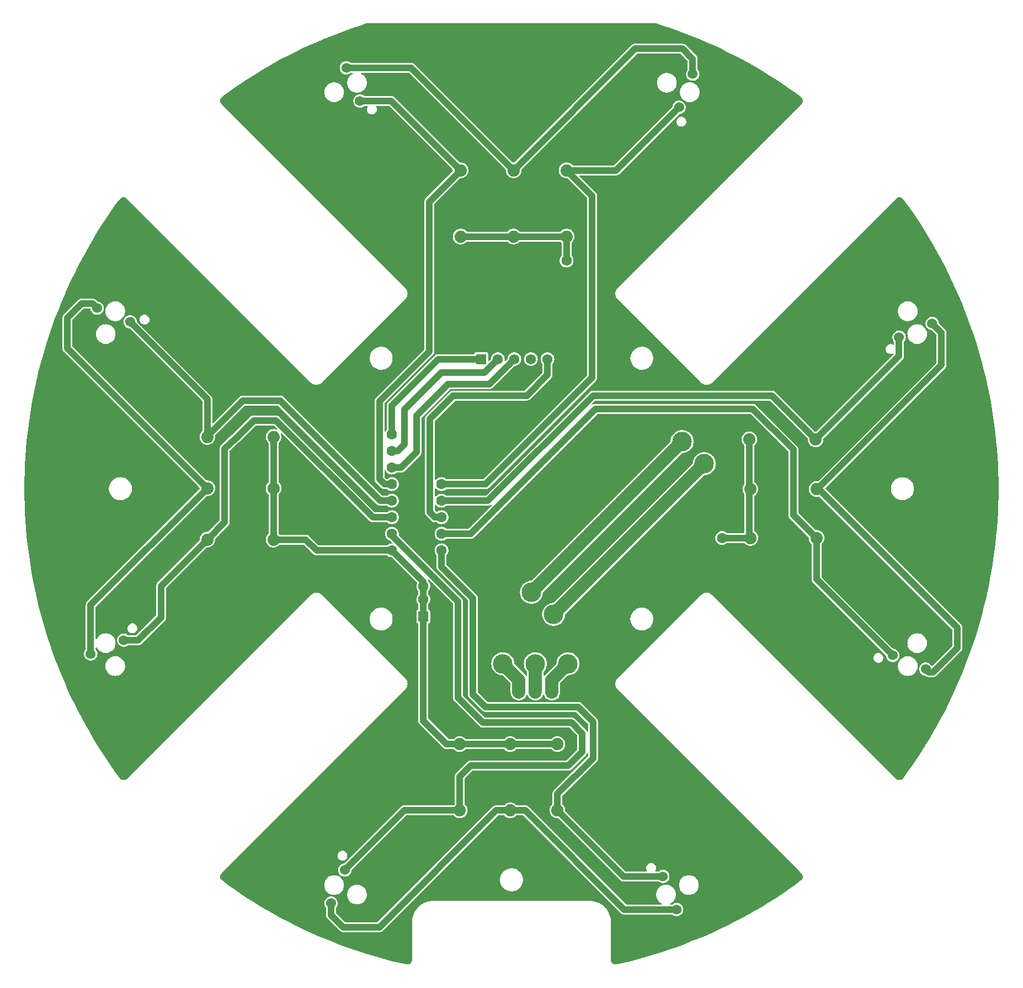
<source format=gtl>
G04 Layer: TopLayer*
G04 EasyEDA v6.5.39, 2025-03-02 11:35:30*
G04 2ef312028e1c4a72bddf737b2bd369bb,953214928e7c43af8b9c7e5a0e4489c6,10*
G04 Gerber Generator version 0.2*
G04 Scale: 100 percent, Rotated: No, Reflected: No *
G04 Dimensions in millimeters *
G04 leading zeros omitted , absolute positions ,4 integer and 5 decimal *
%FSLAX45Y45*%
%MOMM*%

%ADD10C,1.0000*%
%ADD11C,2.0000*%
%ADD12R,1.5748X1.5748*%
%ADD13C,1.5748*%
%ADD14C,1.8796*%
%ADD15C,1.5240*%
%ADD16C,1.6000*%
%ADD17C,3.0000*%
%ADD18C,0.0100*%

%LPD*%
G36*
X6004204Y22453D02*
G01*
X5994044Y22656D01*
X5983528Y24231D01*
X5867400Y50952D01*
X5750661Y79756D01*
X5634431Y110489D01*
X5518708Y143052D01*
X5403494Y177444D01*
X5288838Y213715D01*
X5174843Y251815D01*
X5061407Y291795D01*
X4948682Y333502D01*
X4836617Y377088D01*
X4725263Y422452D01*
X4614672Y469595D01*
X4504842Y518515D01*
X4395774Y569214D01*
X4287570Y621639D01*
X4180230Y675792D01*
X4073804Y731672D01*
X3968242Y789279D01*
X3863644Y848563D01*
X3760012Y909472D01*
X3657346Y972108D01*
X3555746Y1036370D01*
X3455162Y1102258D01*
X3355644Y1169720D01*
X3257245Y1238808D01*
X3160979Y1308709D01*
X3151530Y1316888D01*
X3144621Y1324965D01*
X3138932Y1333906D01*
X3134563Y1343558D01*
X3131667Y1353718D01*
X3130245Y1364234D01*
X3130296Y1374800D01*
X3131870Y1385316D01*
X3134969Y1395425D01*
X3139440Y1405026D01*
X3145231Y1413916D01*
X3152546Y1422298D01*
X5969101Y4238802D01*
X5978906Y4249928D01*
X5981293Y4253026D01*
X5988253Y4263491D01*
X5990234Y4266844D01*
X5995771Y4278122D01*
X5997244Y4281728D01*
X6001308Y4293616D01*
X6002324Y4297375D01*
X6004763Y4309719D01*
X6005271Y4313580D01*
X6006084Y4326128D01*
X6006084Y4330039D01*
X6005271Y4342587D01*
X6004763Y4346448D01*
X6002324Y4358792D01*
X6001308Y4362500D01*
X5997244Y4374438D01*
X5995771Y4378045D01*
X5990234Y4389323D01*
X5988253Y4392676D01*
X5981293Y4403140D01*
X5978906Y4406188D01*
X5969101Y4417314D01*
X4696714Y5689701D01*
X4685588Y5699506D01*
X4682540Y5701893D01*
X4672076Y5708853D01*
X4668723Y5710834D01*
X4657445Y5716371D01*
X4653838Y5717844D01*
X4641900Y5721908D01*
X4638192Y5722924D01*
X4625848Y5725363D01*
X4621987Y5725871D01*
X4609439Y5726684D01*
X4605528Y5726684D01*
X4592980Y5725871D01*
X4589119Y5725363D01*
X4576775Y5722924D01*
X4573016Y5721908D01*
X4561128Y5717844D01*
X4557522Y5716371D01*
X4546244Y5710834D01*
X4542891Y5708853D01*
X4532426Y5701893D01*
X4529328Y5699506D01*
X4518202Y5689701D01*
X1701698Y2873146D01*
X1692148Y2864967D01*
X1683156Y2859328D01*
X1673453Y2855061D01*
X1663293Y2852166D01*
X1652778Y2850794D01*
X1642160Y2850946D01*
X1631696Y2852572D01*
X1621586Y2855722D01*
X1612036Y2860243D01*
X1603197Y2866085D01*
X1595272Y2873146D01*
X1588109Y2881579D01*
X1517142Y2979369D01*
X1447139Y3079140D01*
X1378762Y3180080D01*
X1312011Y3282137D01*
X1246987Y3385261D01*
X1183589Y3489451D01*
X1121968Y3594608D01*
X1062024Y3700779D01*
X1003858Y3807917D01*
X947419Y3916019D01*
X892759Y4024985D01*
X839876Y4134865D01*
X788771Y4245559D01*
X739546Y4357065D01*
X692099Y4469384D01*
X646480Y4582464D01*
X602742Y4696256D01*
X560832Y4810760D01*
X520852Y4925923D01*
X482701Y5041747D01*
X446481Y5158130D01*
X412140Y5275122D01*
X379730Y5392674D01*
X349199Y5510733D01*
X320649Y5629249D01*
X294030Y5748223D01*
X269341Y5867603D01*
X246583Y5987389D01*
X225806Y6107531D01*
X207010Y6227978D01*
X190144Y6348730D01*
X175260Y6469735D01*
X162356Y6590995D01*
X151434Y6712407D01*
X142494Y6834022D01*
X135534Y6955739D01*
X130556Y7077557D01*
X127609Y7199426D01*
X126593Y7321346D01*
X127609Y7443266D01*
X130556Y7565186D01*
X135534Y7687005D01*
X142494Y7808722D01*
X151434Y7930286D01*
X162356Y8051749D01*
X175260Y8172958D01*
X190144Y8293963D01*
X207010Y8414715D01*
X225856Y8535162D01*
X246634Y8655304D01*
X269341Y8775090D01*
X294030Y8894521D01*
X320700Y9013494D01*
X349250Y9132011D01*
X379780Y9250070D01*
X412191Y9367570D01*
X446532Y9484563D01*
X482752Y9600996D01*
X520903Y9716770D01*
X560882Y9831933D01*
X602792Y9946436D01*
X646531Y10060228D01*
X692150Y10173309D01*
X739597Y10285628D01*
X788873Y10397134D01*
X839927Y10507878D01*
X892810Y10617708D01*
X947470Y10726674D01*
X1003909Y10834776D01*
X1062126Y10941913D01*
X1122019Y11048085D01*
X1183690Y11153241D01*
X1247038Y11257432D01*
X1312113Y11360556D01*
X1378813Y11462613D01*
X1447190Y11563553D01*
X1517243Y11663324D01*
X1588109Y11760962D01*
X1596288Y11770410D01*
X1604365Y11777319D01*
X1613306Y11783009D01*
X1622958Y11787378D01*
X1633118Y11790273D01*
X1643634Y11791746D01*
X1654200Y11791645D01*
X1664716Y11790070D01*
X1674825Y11787022D01*
X1684426Y11782501D01*
X1693316Y11776710D01*
X1701698Y11769394D01*
X4518202Y8952890D01*
X4529328Y8943035D01*
X4532426Y8940698D01*
X4542891Y8933688D01*
X4546244Y8931757D01*
X4557522Y8926169D01*
X4561128Y8924696D01*
X4573016Y8920632D01*
X4576775Y8919616D01*
X4589119Y8917178D01*
X4592980Y8916670D01*
X4605528Y8915857D01*
X4609439Y8915857D01*
X4621987Y8916670D01*
X4625848Y8917178D01*
X4638192Y8919616D01*
X4641900Y8920632D01*
X4653838Y8924696D01*
X4657445Y8926169D01*
X4668723Y8931757D01*
X4672076Y8933688D01*
X4682540Y8940698D01*
X4685588Y8943035D01*
X4696714Y8952890D01*
X5969101Y10225227D01*
X5978906Y10236352D01*
X5981293Y10239400D01*
X5988253Y10249865D01*
X5990234Y10253218D01*
X5995771Y10264546D01*
X5997244Y10268102D01*
X6001308Y10280040D01*
X6002324Y10283799D01*
X6004763Y10296144D01*
X6005271Y10300004D01*
X6006084Y10312552D01*
X6006084Y10316413D01*
X6005271Y10328960D01*
X6004763Y10332821D01*
X6002324Y10345166D01*
X6001308Y10348925D01*
X5997244Y10360812D01*
X5995771Y10364419D01*
X5990234Y10375696D01*
X5988253Y10379100D01*
X5981293Y10389514D01*
X5978906Y10392613D01*
X5969101Y10403738D01*
X3152546Y13220242D01*
X3144367Y13229844D01*
X3138728Y13238784D01*
X3134461Y13248487D01*
X3131566Y13258698D01*
X3130194Y13269163D01*
X3130346Y13279780D01*
X3131972Y13290245D01*
X3135122Y13300354D01*
X3139643Y13309955D01*
X3145485Y13318744D01*
X3152546Y13326668D01*
X3160979Y13333831D01*
X3256584Y13403275D01*
X3354171Y13471804D01*
X3452825Y13538758D01*
X3552545Y13604138D01*
X3653332Y13667943D01*
X3755085Y13730122D01*
X3857802Y13790625D01*
X3961485Y13849553D01*
X4066133Y13906754D01*
X4171645Y13962329D01*
X4278020Y14016177D01*
X4385259Y14068348D01*
X4493310Y14118793D01*
X4602175Y14167510D01*
X4711801Y14214449D01*
X4822139Y14259661D01*
X4933188Y14303146D01*
X5044897Y14344802D01*
X5157317Y14384680D01*
X5270296Y14422780D01*
X5378653Y14457375D01*
X5381752Y14457832D01*
X9819589Y14457832D01*
X9822688Y14457375D01*
X9931196Y14422729D01*
X10044226Y14384629D01*
X10156596Y14344751D01*
X10268305Y14303095D01*
X10379354Y14259610D01*
X10489742Y14214398D01*
X10599318Y14167459D01*
X10708182Y14118742D01*
X10816234Y14068298D01*
X10923473Y14016126D01*
X11029848Y13962227D01*
X11135360Y13906703D01*
X11240008Y13849451D01*
X11343690Y13790574D01*
X11446408Y13730020D01*
X11548160Y13667841D01*
X11648948Y13604087D01*
X11748668Y13538657D01*
X11847322Y13471702D01*
X11944908Y13403173D01*
X12040362Y13333831D01*
X12049810Y13325652D01*
X12056719Y13317626D01*
X12062409Y13308685D01*
X12066778Y13298982D01*
X12069673Y13288822D01*
X12071146Y13278307D01*
X12071045Y13267740D01*
X12069470Y13257276D01*
X12066422Y13247116D01*
X12061901Y13237514D01*
X12056110Y13228675D01*
X12048794Y13220242D01*
X9232290Y10403738D01*
X9222435Y10392613D01*
X9220098Y10389514D01*
X9213088Y10379100D01*
X9211157Y10375696D01*
X9205569Y10364419D01*
X9204096Y10360812D01*
X9200032Y10348925D01*
X9199016Y10345166D01*
X9196578Y10332821D01*
X9196070Y10328960D01*
X9195257Y10316413D01*
X9195257Y10312552D01*
X9196070Y10300004D01*
X9196578Y10296144D01*
X9199016Y10283799D01*
X9200032Y10280040D01*
X9204096Y10268102D01*
X9205569Y10264546D01*
X9211157Y10253218D01*
X9213088Y10249865D01*
X9220098Y10239400D01*
X9222435Y10236352D01*
X9232290Y10225227D01*
X10504627Y8952890D01*
X10515752Y8943035D01*
X10518800Y8940698D01*
X10529265Y8933688D01*
X10532668Y8931757D01*
X10543946Y8926169D01*
X10547502Y8924696D01*
X10559440Y8920632D01*
X10563199Y8919616D01*
X10575544Y8917178D01*
X10579404Y8916670D01*
X10591952Y8915857D01*
X10595813Y8915857D01*
X10608360Y8916670D01*
X10612221Y8917178D01*
X10624566Y8919616D01*
X10628325Y8920632D01*
X10640212Y8924696D01*
X10643819Y8926169D01*
X10655096Y8931757D01*
X10658500Y8933688D01*
X10668914Y8940698D01*
X10672013Y8943035D01*
X10683138Y8952890D01*
X13499642Y11769394D01*
X13509244Y11777573D01*
X13518184Y11783212D01*
X13527887Y11787530D01*
X13538098Y11790375D01*
X13548563Y11791746D01*
X13559180Y11791645D01*
X13569645Y11789968D01*
X13579754Y11786870D01*
X13589355Y11782298D01*
X13598144Y11776456D01*
X13606068Y11769394D01*
X13613231Y11760962D01*
X13684199Y11663222D01*
X13754252Y11563400D01*
X13822629Y11462461D01*
X13889329Y11360404D01*
X13954404Y11257280D01*
X14017751Y11153140D01*
X14079372Y11047933D01*
X14139316Y10941761D01*
X14197533Y10834624D01*
X14253921Y10726521D01*
X14308582Y10617555D01*
X14361464Y10507726D01*
X14412569Y10396982D01*
X14461845Y10285476D01*
X14509242Y10173157D01*
X14554860Y10060076D01*
X14598599Y9946284D01*
X14640509Y9831781D01*
X14680539Y9716617D01*
X14718639Y9600793D01*
X14754860Y9484410D01*
X14789200Y9367418D01*
X14821662Y9249867D01*
X14852142Y9131858D01*
X14880691Y9013291D01*
X14907361Y8894318D01*
X14931999Y8774938D01*
X14954757Y8655151D01*
X14975535Y8535009D01*
X14994382Y8414562D01*
X15011196Y8293811D01*
X15026081Y8172805D01*
X15038984Y8051546D01*
X15049906Y7930134D01*
X15058847Y7808518D01*
X15065806Y7686802D01*
X15070785Y7564983D01*
X15073782Y7443114D01*
X15074747Y7321194D01*
X15073731Y7199274D01*
X15070785Y7077405D01*
X15065806Y6955586D01*
X15058847Y6833870D01*
X15049906Y6712254D01*
X15038984Y6590842D01*
X15026081Y6469583D01*
X15011196Y6348577D01*
X14994331Y6227826D01*
X14975535Y6107379D01*
X14954707Y5987237D01*
X14931999Y5867450D01*
X14907310Y5748070D01*
X14880691Y5629097D01*
X14852091Y5510530D01*
X14821611Y5392521D01*
X14789150Y5274970D01*
X14754860Y5157978D01*
X14718588Y5041595D01*
X14680438Y4925771D01*
X14640458Y4810607D01*
X14598548Y4696104D01*
X14554809Y4582312D01*
X14509191Y4469231D01*
X14461744Y4356912D01*
X14412468Y4245406D01*
X14361413Y4134713D01*
X14308531Y4024833D01*
X14253870Y3915867D01*
X14197431Y3807764D01*
X14139265Y3700627D01*
X14079321Y3594455D01*
X14017650Y3489299D01*
X13954302Y3385108D01*
X13889228Y3281984D01*
X13822527Y3179978D01*
X13754150Y3079038D01*
X13684097Y2979216D01*
X13613231Y2881579D01*
X13605052Y2872130D01*
X13597026Y2865221D01*
X13588085Y2859532D01*
X13578382Y2855163D01*
X13568222Y2852267D01*
X13557707Y2850845D01*
X13547140Y2850896D01*
X13536676Y2852470D01*
X13526516Y2855569D01*
X13516914Y2860040D01*
X13508075Y2865831D01*
X13499642Y2873146D01*
X10683138Y5689701D01*
X10672013Y5699506D01*
X10668914Y5701893D01*
X10658500Y5708853D01*
X10655096Y5710834D01*
X10643819Y5716371D01*
X10640212Y5717844D01*
X10628325Y5721908D01*
X10624566Y5722924D01*
X10612221Y5725363D01*
X10608360Y5725871D01*
X10595813Y5726684D01*
X10591952Y5726684D01*
X10579404Y5725871D01*
X10575544Y5725363D01*
X10563199Y5722924D01*
X10559440Y5721908D01*
X10547502Y5717844D01*
X10543946Y5716371D01*
X10532668Y5710834D01*
X10529265Y5708853D01*
X10518800Y5701893D01*
X10515752Y5699506D01*
X10504627Y5689701D01*
X9232290Y4417314D01*
X9222435Y4406188D01*
X9220098Y4403140D01*
X9213088Y4392676D01*
X9211157Y4389323D01*
X9205569Y4378045D01*
X9204096Y4374438D01*
X9200032Y4362500D01*
X9199016Y4358792D01*
X9196578Y4346448D01*
X9196070Y4342587D01*
X9195257Y4330039D01*
X9195257Y4326128D01*
X9196070Y4313580D01*
X9196578Y4309719D01*
X9199016Y4297375D01*
X9200032Y4293616D01*
X9204096Y4281728D01*
X9205569Y4278122D01*
X9211157Y4266844D01*
X9213088Y4263491D01*
X9220098Y4253026D01*
X9222435Y4249928D01*
X9232290Y4238802D01*
X12048794Y1422298D01*
X12056973Y1412748D01*
X12062612Y1403756D01*
X12066930Y1394053D01*
X12069775Y1383893D01*
X12071146Y1373378D01*
X12071045Y1362760D01*
X12069368Y1352296D01*
X12066270Y1342186D01*
X12061698Y1332636D01*
X12055856Y1323797D01*
X12048794Y1315872D01*
X12040362Y1308709D01*
X11943994Y1238707D01*
X11845594Y1169619D01*
X11746077Y1102156D01*
X11645493Y1036269D01*
X11543842Y972007D01*
X11441226Y909421D01*
X11337594Y848461D01*
X11232946Y789178D01*
X11127435Y731621D01*
X11020958Y675741D01*
X10913618Y621538D01*
X10805414Y569112D01*
X10696397Y518464D01*
X10586567Y469544D01*
X10475976Y422401D01*
X10364622Y377037D01*
X10252557Y333451D01*
X10139781Y291693D01*
X10026396Y251764D01*
X9912350Y213664D01*
X9797694Y177393D01*
X9682530Y143002D01*
X9566757Y110439D01*
X9450527Y79756D01*
X9333788Y50901D01*
X9217812Y24231D01*
X9205925Y22555D01*
X9195765Y22504D01*
X9185656Y23876D01*
X9175851Y26619D01*
X9166555Y30683D01*
X9157868Y35966D01*
X9149994Y42418D01*
X9143085Y49885D01*
X9137243Y58216D01*
X9132620Y67310D01*
X9129268Y76911D01*
X9127286Y86868D01*
X9126575Y97536D01*
X9126575Y672642D01*
X9125458Y699566D01*
X9122359Y724966D01*
X9117279Y750011D01*
X9110268Y774649D01*
X9101277Y798626D01*
X9090507Y821791D01*
X9077909Y844092D01*
X9063634Y865327D01*
X9047734Y885342D01*
X9030258Y904087D01*
X9011412Y921359D01*
X8991295Y937158D01*
X8969959Y951280D01*
X8947556Y963726D01*
X8924290Y974344D01*
X8900261Y983132D01*
X8875623Y989990D01*
X8850477Y994867D01*
X8825077Y997762D01*
X8800490Y998728D01*
X6400850Y998728D01*
X6373926Y997610D01*
X6348526Y994511D01*
X6323482Y989431D01*
X6298844Y982370D01*
X6274866Y973429D01*
X6251702Y962660D01*
X6229400Y950061D01*
X6208166Y935786D01*
X6188151Y919886D01*
X6169406Y902411D01*
X6152134Y883564D01*
X6136335Y863447D01*
X6122212Y842111D01*
X6109766Y819708D01*
X6099149Y796442D01*
X6090412Y772414D01*
X6083554Y747776D01*
X6078626Y722630D01*
X6075730Y697230D01*
X6074765Y672642D01*
X6074765Y97536D01*
X6073851Y85496D01*
X6071666Y75539D01*
X6068161Y65989D01*
X6063386Y57048D01*
X6057392Y48818D01*
X6050330Y41503D01*
X6042355Y35204D01*
X6033566Y30073D01*
X6024168Y26162D01*
X6014313Y23622D01*
G37*

%LPC*%
G36*
X5016601Y520801D02*
G01*
X5577941Y520852D01*
X5586831Y521665D01*
X5589270Y522071D01*
X5597906Y524256D01*
X5600242Y525018D01*
X5608472Y528421D01*
X5610707Y529539D01*
X5618327Y534111D01*
X5620359Y535533D01*
X5627217Y541223D01*
X7394549Y2308504D01*
X7397851Y2310739D01*
X7401712Y2311501D01*
X7484465Y2311501D01*
X7488428Y2310688D01*
X7491780Y2308402D01*
X7501026Y2298852D01*
X7512507Y2289606D01*
X7525105Y2281834D01*
X7538516Y2275636D01*
X7552588Y2271166D01*
X7567168Y2268423D01*
X7581900Y2267508D01*
X7596631Y2268423D01*
X7611211Y2271166D01*
X7625283Y2275636D01*
X7638694Y2281834D01*
X7651292Y2289606D01*
X7662773Y2298852D01*
X7672019Y2308402D01*
X7675372Y2310688D01*
X7679334Y2311501D01*
X7774787Y2311501D01*
X7778648Y2310739D01*
X7781950Y2308504D01*
X9280550Y809955D01*
X9287408Y804265D01*
X9289440Y802843D01*
X9297060Y798271D01*
X9299295Y797153D01*
X9307525Y793750D01*
X9309862Y792988D01*
X9318498Y790803D01*
X9320936Y790397D01*
X9329826Y789584D01*
X10063327Y789533D01*
X10067036Y788822D01*
X10082326Y778154D01*
X10094468Y771906D01*
X10107371Y767283D01*
X10120731Y764489D01*
X10134346Y763422D01*
X10148011Y764235D01*
X10161422Y766876D01*
X10174325Y771245D01*
X10186619Y777290D01*
X10197947Y784910D01*
X10208158Y794004D01*
X10217048Y804367D01*
X10224516Y815848D01*
X10230358Y828192D01*
X10234523Y841197D01*
X10236911Y854659D01*
X10237470Y868273D01*
X10236200Y881887D01*
X10233152Y895197D01*
X10228326Y907999D01*
X10221874Y920038D01*
X10213848Y931113D01*
X10204450Y941019D01*
X10193782Y949553D01*
X10182098Y956614D01*
X10169550Y962101D01*
X10156393Y965809D01*
X10142880Y967740D01*
X10129215Y967841D01*
X10115651Y966114D01*
X10102443Y962660D01*
X10089845Y957427D01*
X10078008Y950518D01*
X10069423Y943864D01*
X10066477Y942289D01*
X10063226Y941730D01*
X10044480Y941730D01*
X10040162Y942695D01*
X10036657Y945438D01*
X10034676Y949350D01*
X10034524Y953769D01*
X10036251Y957884D01*
X10039553Y960780D01*
X10052151Y967740D01*
X10065969Y977544D01*
X10078618Y988821D01*
X10089896Y1001471D01*
X10099700Y1015288D01*
X10107879Y1030122D01*
X10114381Y1045768D01*
X10119055Y1062075D01*
X10121900Y1078738D01*
X10122865Y1095654D01*
X10121900Y1112621D01*
X10119055Y1129284D01*
X10114381Y1145590D01*
X10107879Y1161237D01*
X10099700Y1176070D01*
X10089896Y1189888D01*
X10078618Y1202537D01*
X10065969Y1213815D01*
X10052151Y1223619D01*
X10037318Y1231798D01*
X10021671Y1238300D01*
X10005364Y1242974D01*
X9988702Y1245819D01*
X9971786Y1246784D01*
X9954818Y1245819D01*
X9938156Y1242974D01*
X9921849Y1238300D01*
X9906203Y1231798D01*
X9891369Y1223619D01*
X9877552Y1213815D01*
X9864902Y1202537D01*
X9853625Y1189888D01*
X9843820Y1176070D01*
X9835642Y1161237D01*
X9829139Y1145590D01*
X9824466Y1129284D01*
X9821621Y1112621D01*
X9820656Y1095654D01*
X9821621Y1078738D01*
X9824466Y1062075D01*
X9829139Y1045768D01*
X9835642Y1030122D01*
X9843820Y1015288D01*
X9853625Y1001471D01*
X9864902Y988821D01*
X9877552Y977544D01*
X9891369Y967740D01*
X9903968Y960780D01*
X9907270Y957884D01*
X9908997Y953769D01*
X9908844Y949350D01*
X9906863Y945438D01*
X9903358Y942695D01*
X9899040Y941730D01*
X9368180Y941730D01*
X9364319Y942492D01*
X9361017Y944727D01*
X7862417Y2443276D01*
X7855559Y2448966D01*
X7853527Y2450388D01*
X7845907Y2454960D01*
X7843672Y2456078D01*
X7835442Y2459482D01*
X7833106Y2460244D01*
X7824470Y2462428D01*
X7822031Y2462834D01*
X7813141Y2463647D01*
X7679181Y2463698D01*
X7674914Y2464663D01*
X7671460Y2467254D01*
X7668107Y2471166D01*
X7657185Y2481122D01*
X7645095Y2489708D01*
X7632090Y2496667D01*
X7618323Y2502001D01*
X7603947Y2505608D01*
X7589316Y2507437D01*
X7574483Y2507437D01*
X7559852Y2505608D01*
X7545476Y2502001D01*
X7531709Y2496667D01*
X7518704Y2489708D01*
X7506614Y2481122D01*
X7495692Y2471166D01*
X7492339Y2467254D01*
X7488885Y2464663D01*
X7484618Y2463698D01*
X7363358Y2463647D01*
X7354468Y2462834D01*
X7352030Y2462428D01*
X7343394Y2460244D01*
X7341057Y2459482D01*
X7332827Y2456078D01*
X7330592Y2454960D01*
X7322972Y2450388D01*
X7320940Y2448966D01*
X7314082Y2443276D01*
X5546750Y675995D01*
X5543448Y673760D01*
X5539587Y672998D01*
X5052212Y672998D01*
X5048351Y673760D01*
X5045049Y675995D01*
X4911191Y809853D01*
X4908956Y813155D01*
X4908194Y817016D01*
X4908194Y891235D01*
X4908804Y894689D01*
X4910531Y897737D01*
X4914900Y902969D01*
X4922164Y914552D01*
X4927803Y926947D01*
X4931714Y940053D01*
X4933899Y953566D01*
X4934204Y967181D01*
X4932730Y980795D01*
X4929479Y994054D01*
X4924450Y1006754D01*
X4917795Y1018692D01*
X4909566Y1029614D01*
X4900015Y1039368D01*
X4889195Y1047750D01*
X4877409Y1054608D01*
X4864760Y1059840D01*
X4851552Y1063345D01*
X4837988Y1065072D01*
X4824323Y1064920D01*
X4810810Y1062990D01*
X4797653Y1059281D01*
X4785156Y1053846D01*
X4773422Y1046784D01*
X4762804Y1038199D01*
X4753356Y1028344D01*
X4745380Y1017269D01*
X4738878Y1005230D01*
X4734102Y992428D01*
X4731004Y979119D01*
X4729784Y965504D01*
X4730343Y951839D01*
X4732731Y938377D01*
X4736896Y925372D01*
X4742738Y913028D01*
X4750206Y901547D01*
X4753508Y897686D01*
X4755337Y894587D01*
X4755997Y891082D01*
X4756048Y778662D01*
X4756861Y769772D01*
X4757267Y767334D01*
X4759452Y758698D01*
X4760214Y756361D01*
X4763617Y748131D01*
X4764735Y745896D01*
X4769307Y738276D01*
X4770729Y736244D01*
X4776419Y729386D01*
X4964582Y541223D01*
X4971440Y535533D01*
X4973472Y534111D01*
X4981092Y529539D01*
X4983327Y528421D01*
X4991557Y525018D01*
X4993894Y524256D01*
X5002530Y522071D01*
X5004968Y521665D01*
X5013858Y520852D01*
G37*
G36*
X5230164Y944575D02*
G01*
X5247081Y945540D01*
X5263743Y948385D01*
X5280050Y953058D01*
X5295696Y959561D01*
X5310530Y967740D01*
X5324348Y977544D01*
X5336997Y988821D01*
X5348274Y1001471D01*
X5358079Y1015288D01*
X5366258Y1030122D01*
X5372760Y1045768D01*
X5377434Y1062075D01*
X5380278Y1078738D01*
X5381244Y1095654D01*
X5380278Y1112621D01*
X5377434Y1129284D01*
X5372760Y1145590D01*
X5366258Y1161237D01*
X5358079Y1176070D01*
X5348274Y1189888D01*
X5336997Y1202537D01*
X5324348Y1213815D01*
X5310530Y1223619D01*
X5295696Y1231798D01*
X5280050Y1238300D01*
X5263743Y1242974D01*
X5247081Y1245819D01*
X5230164Y1246784D01*
X5213197Y1245819D01*
X5196535Y1242974D01*
X5180228Y1238300D01*
X5164582Y1231798D01*
X5149748Y1223619D01*
X5135930Y1213815D01*
X5123281Y1202537D01*
X5112004Y1189888D01*
X5102199Y1176070D01*
X5094020Y1161237D01*
X5087518Y1145590D01*
X5082844Y1129284D01*
X5080000Y1112621D01*
X5079034Y1095654D01*
X5080000Y1078738D01*
X5082844Y1062075D01*
X5087518Y1045768D01*
X5094020Y1030122D01*
X5102199Y1015288D01*
X5112004Y1001471D01*
X5123281Y988821D01*
X5135930Y977544D01*
X5149748Y967740D01*
X5164582Y959561D01*
X5180228Y953058D01*
X5196535Y948385D01*
X5213197Y945540D01*
G37*
G36*
X10322864Y1090015D02*
G01*
X10339781Y1090930D01*
X10356443Y1093774D01*
X10372750Y1098499D01*
X10388396Y1104950D01*
X10403230Y1113180D01*
X10417048Y1122984D01*
X10429697Y1134262D01*
X10440974Y1146911D01*
X10450779Y1160729D01*
X10458958Y1175512D01*
X10465460Y1191209D01*
X10470134Y1207465D01*
X10472978Y1224178D01*
X10473944Y1241094D01*
X10472978Y1258011D01*
X10470134Y1274724D01*
X10465460Y1290980D01*
X10458958Y1306677D01*
X10450779Y1321460D01*
X10440974Y1335278D01*
X10429697Y1347927D01*
X10417048Y1359204D01*
X10403230Y1369009D01*
X10388396Y1377238D01*
X10372750Y1383690D01*
X10356443Y1388414D01*
X10339781Y1391259D01*
X10322864Y1392174D01*
X10305897Y1391259D01*
X10289235Y1388414D01*
X10272928Y1383690D01*
X10257282Y1377238D01*
X10242448Y1369009D01*
X10228630Y1359204D01*
X10215981Y1347927D01*
X10204704Y1335278D01*
X10194899Y1321460D01*
X10186720Y1306677D01*
X10180218Y1290980D01*
X10175544Y1274724D01*
X10172700Y1258011D01*
X10171734Y1241094D01*
X10172700Y1224178D01*
X10175544Y1207465D01*
X10180218Y1191209D01*
X10186720Y1175512D01*
X10194899Y1160729D01*
X10204704Y1146911D01*
X10215981Y1134262D01*
X10228630Y1122984D01*
X10242448Y1113180D01*
X10257282Y1104950D01*
X10272928Y1098499D01*
X10289235Y1093774D01*
X10305897Y1090930D01*
G37*
G36*
X4879086Y1090015D02*
G01*
X4896002Y1090930D01*
X4912664Y1093774D01*
X4928971Y1098499D01*
X4944618Y1104950D01*
X4959451Y1113180D01*
X4973269Y1122984D01*
X4985918Y1134262D01*
X4997196Y1146911D01*
X5007000Y1160729D01*
X5015179Y1175512D01*
X5021681Y1191209D01*
X5026355Y1207465D01*
X5029200Y1224178D01*
X5030165Y1241094D01*
X5029200Y1258011D01*
X5026355Y1274724D01*
X5021681Y1290980D01*
X5015179Y1306677D01*
X5007000Y1321460D01*
X4997196Y1335278D01*
X4985918Y1347927D01*
X4973269Y1359204D01*
X4959451Y1369009D01*
X4944618Y1377238D01*
X4928971Y1383690D01*
X4912664Y1388414D01*
X4896002Y1391259D01*
X4879086Y1392174D01*
X4862118Y1391259D01*
X4845456Y1388414D01*
X4829149Y1383690D01*
X4813503Y1377238D01*
X4798669Y1369009D01*
X4784852Y1359204D01*
X4772202Y1347927D01*
X4760925Y1335278D01*
X4751120Y1321460D01*
X4742942Y1306677D01*
X4736439Y1290980D01*
X4731766Y1274724D01*
X4728921Y1258011D01*
X4727956Y1241094D01*
X4728921Y1224178D01*
X4731766Y1207465D01*
X4736439Y1191209D01*
X4742942Y1175512D01*
X4751120Y1160729D01*
X4760925Y1146911D01*
X4772202Y1134262D01*
X4784852Y1122984D01*
X4798669Y1113180D01*
X4813503Y1104950D01*
X4829149Y1098499D01*
X4845456Y1093774D01*
X4862118Y1090930D01*
G37*
G36*
X7605217Y1145235D02*
G01*
X7623302Y1146657D01*
X7641132Y1149908D01*
X7658506Y1154938D01*
X7675321Y1161796D01*
X7691323Y1170330D01*
X7706359Y1180439D01*
X7720279Y1192022D01*
X7732928Y1205026D01*
X7744206Y1219250D01*
X7753908Y1234541D01*
X7762036Y1250746D01*
X7768437Y1267714D01*
X7773060Y1285240D01*
X7775854Y1303172D01*
X7776768Y1321257D01*
X7775854Y1339392D01*
X7773060Y1357325D01*
X7768437Y1374851D01*
X7762036Y1391818D01*
X7753908Y1408023D01*
X7744206Y1423314D01*
X7732928Y1437538D01*
X7720279Y1450492D01*
X7706359Y1462125D01*
X7691323Y1472234D01*
X7675321Y1480769D01*
X7658506Y1487627D01*
X7641132Y1492656D01*
X7623302Y1495907D01*
X7605217Y1497330D01*
X7587081Y1496872D01*
X7569098Y1494536D01*
X7551470Y1490370D01*
X7534351Y1484426D01*
X7517892Y1476705D01*
X7502347Y1467408D01*
X7487869Y1456486D01*
X7474559Y1444193D01*
X7462570Y1430578D01*
X7452106Y1415796D01*
X7443165Y1399997D01*
X7435900Y1383385D01*
X7430363Y1366113D01*
X7426655Y1348384D01*
X7424826Y1330350D01*
X7424826Y1312214D01*
X7426655Y1294180D01*
X7430363Y1276451D01*
X7435900Y1259179D01*
X7443165Y1242568D01*
X7452106Y1226769D01*
X7462570Y1211986D01*
X7474559Y1198372D01*
X7487869Y1186078D01*
X7502347Y1175156D01*
X7517892Y1165860D01*
X7534351Y1158138D01*
X7551470Y1152194D01*
X7569098Y1148029D01*
X7587081Y1145692D01*
G37*
G36*
X9923881Y1271574D02*
G01*
X9937496Y1272387D01*
X9950907Y1274978D01*
X9963861Y1279347D01*
X9976104Y1285443D01*
X9987432Y1293063D01*
X9997643Y1302156D01*
X10006584Y1312519D01*
X10014000Y1323949D01*
X10019893Y1336294D01*
X10024008Y1349298D01*
X10026396Y1362760D01*
X10027005Y1376426D01*
X10025735Y1390040D01*
X10022687Y1403350D01*
X10017861Y1416151D01*
X10011410Y1428191D01*
X10003383Y1439265D01*
X9993985Y1449171D01*
X9983317Y1457706D01*
X9971633Y1464767D01*
X9959086Y1470202D01*
X9945928Y1473911D01*
X9932416Y1475841D01*
X9918750Y1475994D01*
X9905187Y1474266D01*
X9891979Y1470761D01*
X9879380Y1465529D01*
X9867544Y1458671D01*
X9859111Y1452118D01*
X9856165Y1450543D01*
X9852863Y1449984D01*
X9816846Y1449984D01*
X9812680Y1450848D01*
X9809276Y1453388D01*
X9807194Y1457045D01*
X9806787Y1461312D01*
X9808108Y1465326D01*
X9811207Y1470456D01*
X9815525Y1481277D01*
X9818217Y1492605D01*
X9819081Y1504238D01*
X9818217Y1515872D01*
X9815525Y1527200D01*
X9811207Y1538020D01*
X9805212Y1548028D01*
X9797846Y1557020D01*
X9789109Y1564741D01*
X9779355Y1571091D01*
X9768738Y1575866D01*
X9757511Y1578914D01*
X9745929Y1580286D01*
X9734296Y1579829D01*
X9722866Y1577594D01*
X9711893Y1573682D01*
X9701631Y1568094D01*
X9692386Y1561033D01*
X9684308Y1552651D01*
X9677603Y1543100D01*
X9672421Y1532686D01*
X9668916Y1521561D01*
X9667138Y1510080D01*
X9667138Y1498396D01*
X9668916Y1486916D01*
X9672421Y1475790D01*
X9677958Y1464665D01*
X9679025Y1460703D01*
X9678416Y1456639D01*
X9676231Y1453134D01*
X9672878Y1450797D01*
X9668865Y1449984D01*
X9355277Y1449984D01*
X9351365Y1450746D01*
X9348063Y1452930D01*
X8428431Y2372563D01*
X8426094Y2376322D01*
X8425535Y2380691D01*
X8425840Y2383891D01*
X8425383Y2398674D01*
X8423097Y2413304D01*
X8419033Y2427528D01*
X8413292Y2441143D01*
X8405876Y2453944D01*
X8396986Y2465730D01*
X8386673Y2476347D01*
X8382914Y2480665D01*
X8381898Y2485034D01*
X8381898Y2605887D01*
X8382660Y2609748D01*
X8384895Y2613050D01*
X8907576Y3135782D01*
X8913266Y3142640D01*
X8914688Y3144672D01*
X8919260Y3152292D01*
X8920378Y3154527D01*
X8923782Y3162757D01*
X8924544Y3165094D01*
X8926728Y3173730D01*
X8927134Y3176168D01*
X8927947Y3185058D01*
X8927947Y3749141D01*
X8927134Y3758031D01*
X8926728Y3760470D01*
X8924544Y3769106D01*
X8923782Y3771442D01*
X8920378Y3779672D01*
X8919260Y3781907D01*
X8914688Y3789527D01*
X8913266Y3791559D01*
X8907576Y3798417D01*
X8675217Y4030776D01*
X8668359Y4036466D01*
X8666327Y4037888D01*
X8658707Y4042460D01*
X8656472Y4043578D01*
X8648242Y4046982D01*
X8645906Y4047744D01*
X8637270Y4049928D01*
X8634831Y4050334D01*
X8625941Y4051147D01*
X7236612Y4051198D01*
X7232751Y4051960D01*
X7229449Y4054195D01*
X7089495Y4194149D01*
X7087260Y4197451D01*
X7086498Y4201312D01*
X7086447Y5641441D01*
X7085634Y5650331D01*
X7085228Y5652770D01*
X7083044Y5661406D01*
X7082281Y5663742D01*
X7078878Y5671972D01*
X7077760Y5674207D01*
X7073188Y5681827D01*
X7071766Y5683859D01*
X7066076Y5690717D01*
X6606895Y6149949D01*
X6604660Y6153251D01*
X6603898Y6157112D01*
X6603898Y6297828D01*
X6604558Y6301384D01*
X6606438Y6304483D01*
X6611975Y6310833D01*
X6619697Y6322364D01*
X6625793Y6334810D01*
X6630263Y6347917D01*
X6633006Y6361531D01*
X6633870Y6375400D01*
X6633006Y6389268D01*
X6630263Y6402882D01*
X6625793Y6415989D01*
X6619697Y6428435D01*
X6611975Y6439966D01*
X6602831Y6450431D01*
X6592366Y6459575D01*
X6580835Y6467297D01*
X6568389Y6473393D01*
X6555282Y6477863D01*
X6541668Y6480606D01*
X6527800Y6481470D01*
X6513931Y6480606D01*
X6500317Y6477863D01*
X6487210Y6473393D01*
X6474764Y6467297D01*
X6463233Y6459575D01*
X6452768Y6450431D01*
X6443624Y6439966D01*
X6435902Y6428435D01*
X6429806Y6415989D01*
X6425336Y6402882D01*
X6422593Y6389268D01*
X6421729Y6375400D01*
X6422593Y6361531D01*
X6425336Y6347917D01*
X6429806Y6334810D01*
X6435902Y6322364D01*
X6443624Y6310833D01*
X6449161Y6304483D01*
X6451041Y6301384D01*
X6451701Y6297828D01*
X6451752Y6118758D01*
X6452565Y6109868D01*
X6452971Y6107430D01*
X6455156Y6098794D01*
X6455918Y6096457D01*
X6459321Y6088227D01*
X6460439Y6085992D01*
X6465011Y6078372D01*
X6466433Y6076340D01*
X6472123Y6069482D01*
X6931304Y5610250D01*
X6933539Y5606948D01*
X6934301Y5603087D01*
X6934352Y4162958D01*
X6935165Y4154068D01*
X6935571Y4151629D01*
X6937756Y4142994D01*
X6938518Y4140657D01*
X6941921Y4132427D01*
X6943039Y4130192D01*
X6947611Y4122572D01*
X6949033Y4120540D01*
X6954723Y4113682D01*
X7148982Y3919423D01*
X7155840Y3913733D01*
X7157872Y3912311D01*
X7165492Y3907739D01*
X7167727Y3906621D01*
X7175957Y3903218D01*
X7178294Y3902456D01*
X7186930Y3900271D01*
X7189368Y3899865D01*
X7198258Y3899052D01*
X8587587Y3899001D01*
X8591448Y3898239D01*
X8594750Y3896004D01*
X8772804Y3717950D01*
X8775039Y3714648D01*
X8775801Y3710787D01*
X8775801Y3603498D01*
X8775039Y3599637D01*
X8772906Y3596386D01*
X8769654Y3594150D01*
X8765844Y3593337D01*
X8761984Y3593998D01*
X8758682Y3596030D01*
X8756396Y3599230D01*
X8754059Y3604260D01*
X8749588Y3611727D01*
X8748166Y3613759D01*
X8742476Y3620617D01*
X8573617Y3789476D01*
X8566759Y3795166D01*
X8564727Y3796588D01*
X8557107Y3801160D01*
X8554872Y3802278D01*
X8546642Y3805682D01*
X8544306Y3806444D01*
X8535670Y3808628D01*
X8533231Y3809034D01*
X8524341Y3809847D01*
X7198512Y3809898D01*
X7194651Y3810660D01*
X7191349Y3812895D01*
X6860895Y4143349D01*
X6858660Y4146651D01*
X6857898Y4150512D01*
X6857847Y5590641D01*
X6857034Y5599531D01*
X6856628Y5601970D01*
X6854444Y5610606D01*
X6853681Y5612942D01*
X6850278Y5621172D01*
X6849160Y5623407D01*
X6844588Y5631027D01*
X6843166Y5633059D01*
X6837476Y5639917D01*
X5873292Y6604101D01*
X5871362Y6606794D01*
X5870448Y6609994D01*
X5871006Y6615531D01*
X5871870Y6629400D01*
X5871006Y6643268D01*
X5868263Y6656882D01*
X5863793Y6669989D01*
X5857697Y6682435D01*
X5849975Y6693966D01*
X5840831Y6704431D01*
X5830366Y6713575D01*
X5818835Y6721297D01*
X5806389Y6727393D01*
X5793282Y6731863D01*
X5779668Y6734606D01*
X5765800Y6735470D01*
X5751931Y6734606D01*
X5738317Y6731863D01*
X5725210Y6727393D01*
X5712764Y6721297D01*
X5701233Y6713575D01*
X5690768Y6704431D01*
X5681624Y6693966D01*
X5673902Y6682435D01*
X5667806Y6669989D01*
X5663336Y6656882D01*
X5660593Y6643268D01*
X5659729Y6629400D01*
X5660593Y6615531D01*
X5663336Y6601917D01*
X5667806Y6588810D01*
X5673902Y6576364D01*
X5681624Y6564833D01*
X5690768Y6554368D01*
X5701233Y6545224D01*
X5712764Y6537502D01*
X5725210Y6531406D01*
X5731408Y6529273D01*
X5735320Y6526834D01*
X5763920Y6498285D01*
X5766054Y6495084D01*
X5766866Y6491274D01*
X5766206Y6487515D01*
X5764225Y6484213D01*
X5761126Y6481927D01*
X5757367Y6480962D01*
X5751931Y6480606D01*
X5738317Y6477863D01*
X5725210Y6473393D01*
X5712764Y6467297D01*
X5701233Y6459575D01*
X5694883Y6454038D01*
X5691784Y6452158D01*
X5688228Y6451498D01*
X4645812Y6451498D01*
X4641951Y6452260D01*
X4638649Y6454495D01*
X4496917Y6596176D01*
X4490059Y6601866D01*
X4488027Y6603288D01*
X4480407Y6607860D01*
X4478172Y6608978D01*
X4469942Y6612381D01*
X4467606Y6613144D01*
X4458970Y6615328D01*
X4456531Y6615734D01*
X4447641Y6616547D01*
X4047134Y6616598D01*
X4042765Y6617614D01*
X4038447Y6621373D01*
X4028897Y6630619D01*
X4026611Y6633972D01*
X4025798Y6637934D01*
X4025798Y7230618D01*
X4026763Y7234885D01*
X4029354Y7238339D01*
X4033265Y7241692D01*
X4043222Y7252614D01*
X4051808Y7264704D01*
X4058767Y7277709D01*
X4064101Y7291476D01*
X4067708Y7305852D01*
X4069537Y7320483D01*
X4069537Y7335316D01*
X4067708Y7349947D01*
X4064101Y7364323D01*
X4058767Y7378090D01*
X4051808Y7391095D01*
X4043222Y7403185D01*
X4033265Y7414107D01*
X4029354Y7417460D01*
X4026763Y7420914D01*
X4025798Y7425181D01*
X4025798Y8017865D01*
X4026611Y8021828D01*
X4028897Y8025180D01*
X4038447Y8034426D01*
X4047693Y8045907D01*
X4055465Y8058505D01*
X4061663Y8071916D01*
X4066133Y8085988D01*
X4068876Y8100568D01*
X4069791Y8115300D01*
X4068876Y8130031D01*
X4066133Y8144611D01*
X4061663Y8158683D01*
X4060596Y8161020D01*
X4059631Y8164931D01*
X4060291Y8168894D01*
X4062476Y8172297D01*
X4065778Y8174634D01*
X4069689Y8175447D01*
X4073651Y8174685D01*
X4077004Y8172450D01*
X5421782Y6827723D01*
X5428640Y6822033D01*
X5430672Y6820611D01*
X5438292Y6816039D01*
X5440527Y6814921D01*
X5448757Y6811518D01*
X5451094Y6810756D01*
X5459730Y6808571D01*
X5462168Y6808165D01*
X5471058Y6807352D01*
X5688228Y6807301D01*
X5691784Y6806641D01*
X5694883Y6804761D01*
X5701233Y6799224D01*
X5712764Y6791502D01*
X5725210Y6785406D01*
X5738317Y6780936D01*
X5751931Y6778193D01*
X5765800Y6777329D01*
X5779668Y6778193D01*
X5793282Y6780936D01*
X5806389Y6785406D01*
X5818835Y6791502D01*
X5830366Y6799224D01*
X5840831Y6808368D01*
X5849975Y6818833D01*
X5857697Y6830364D01*
X5863793Y6842810D01*
X5868263Y6855917D01*
X5871006Y6869531D01*
X5871870Y6883400D01*
X5871006Y6897268D01*
X5868263Y6910882D01*
X5863793Y6923989D01*
X5857697Y6936435D01*
X5849975Y6947966D01*
X5840831Y6958431D01*
X5830366Y6967575D01*
X5818835Y6975297D01*
X5806389Y6981393D01*
X5793282Y6985863D01*
X5779668Y6988606D01*
X5765800Y6989470D01*
X5751931Y6988606D01*
X5738317Y6985863D01*
X5725210Y6981393D01*
X5712764Y6975297D01*
X5701233Y6967575D01*
X5694883Y6962038D01*
X5691784Y6960158D01*
X5688228Y6959498D01*
X5509412Y6959498D01*
X5505551Y6960260D01*
X5502249Y6962495D01*
X4039717Y8424976D01*
X4032859Y8430666D01*
X4030827Y8432088D01*
X4023207Y8436660D01*
X4020972Y8437778D01*
X4012742Y8441182D01*
X4010406Y8441944D01*
X4001770Y8444128D01*
X3999331Y8444534D01*
X3990441Y8445347D01*
X3642258Y8445347D01*
X3633368Y8444534D01*
X3630929Y8444128D01*
X3622294Y8441944D01*
X3619957Y8441182D01*
X3611727Y8437778D01*
X3609492Y8436660D01*
X3601872Y8432088D01*
X3599840Y8430666D01*
X3592982Y8424976D01*
X3312922Y8144916D01*
X3148939Y7993583D01*
X3144621Y7989265D01*
X3141014Y7985099D01*
X3137509Y7980375D01*
X3134614Y7975752D01*
X3131820Y7970520D01*
X3129635Y7965490D01*
X3127654Y7959902D01*
X3126232Y7954619D01*
X3125165Y7948828D01*
X3124504Y7943392D01*
X3124301Y7937296D01*
X3124301Y6842912D01*
X3123539Y6839051D01*
X3121304Y6835749D01*
X2948686Y6663131D01*
X2945282Y6660896D01*
X2941218Y6660184D01*
X2929991Y6660489D01*
X2915259Y6659168D01*
X2900832Y6655968D01*
X2886913Y6651091D01*
X2873654Y6644487D01*
X2861360Y6636308D01*
X2850134Y6626707D01*
X2840177Y6615785D01*
X2831592Y6603695D01*
X2824632Y6590690D01*
X2819298Y6576923D01*
X2815691Y6562547D01*
X2813862Y6547916D01*
X2813862Y6532524D01*
X2813100Y6528612D01*
X2810865Y6525310D01*
X2166823Y5881217D01*
X2161133Y5874359D01*
X2159711Y5872327D01*
X2155139Y5864707D01*
X2154021Y5862472D01*
X2150618Y5854242D01*
X2149856Y5851906D01*
X2147671Y5843270D01*
X2147265Y5840831D01*
X2146452Y5831941D01*
X2146401Y5382412D01*
X2145639Y5378551D01*
X2143404Y5375249D01*
X1845005Y5076850D01*
X1841703Y5074666D01*
X1837842Y5073904D01*
X1725269Y5073904D01*
X1722069Y5074412D01*
X1719173Y5075936D01*
X1709013Y5083505D01*
X1697075Y5090210D01*
X1684375Y5095189D01*
X1671116Y5098491D01*
X1657553Y5099964D01*
X1643888Y5099608D01*
X1630375Y5097475D01*
X1617319Y5093512D01*
X1604873Y5087874D01*
X1593291Y5080609D01*
X1582775Y5071872D01*
X1573530Y5061813D01*
X1565706Y5050637D01*
X1559407Y5038496D01*
X1554835Y5025593D01*
X1551990Y5012232D01*
X1550974Y4998618D01*
X1551787Y4985004D01*
X1554378Y4971592D01*
X1558747Y4958638D01*
X1564843Y4946396D01*
X1572463Y4935067D01*
X1581556Y4924856D01*
X1591919Y4915916D01*
X1603349Y4908499D01*
X1615694Y4902606D01*
X1628698Y4898491D01*
X1642160Y4896104D01*
X1655825Y4895494D01*
X1669440Y4896764D01*
X1682750Y4899812D01*
X1695551Y4904638D01*
X1707591Y4911090D01*
X1719427Y4919726D01*
X1722272Y4921148D01*
X1725371Y4921656D01*
X1876247Y4921707D01*
X1885086Y4922520D01*
X1896211Y4925110D01*
X1898548Y4925872D01*
X1906778Y4929276D01*
X1908962Y4930394D01*
X1918614Y4936439D01*
X1925472Y4942128D01*
X2278176Y5294782D01*
X2283866Y5301640D01*
X2285288Y5303672D01*
X2289860Y5311292D01*
X2290978Y5313527D01*
X2294382Y5321757D01*
X2295144Y5324094D01*
X2297328Y5332730D01*
X2297734Y5335168D01*
X2298547Y5344058D01*
X2298598Y5793587D01*
X2299360Y5797448D01*
X2301595Y5800750D01*
X2918663Y6417868D01*
X2922422Y6420205D01*
X2926791Y6420764D01*
X2929991Y6420459D01*
X2944774Y6420916D01*
X2959404Y6423202D01*
X2973628Y6427266D01*
X2987243Y6433007D01*
X3000044Y6440424D01*
X3011830Y6449314D01*
X3022447Y6459626D01*
X3031693Y6471107D01*
X3039465Y6483705D01*
X3045663Y6497116D01*
X3050133Y6511188D01*
X3052876Y6525768D01*
X3053791Y6540500D01*
X3053334Y6547662D01*
X3053994Y6551879D01*
X3056280Y6555435D01*
X3256076Y6755282D01*
X3261766Y6762140D01*
X3263188Y6764172D01*
X3267760Y6771792D01*
X3268878Y6774027D01*
X3272282Y6782257D01*
X3273044Y6784594D01*
X3275228Y6793230D01*
X3275634Y6795668D01*
X3276447Y6804558D01*
X3276498Y7899704D01*
X3277362Y7903819D01*
X3279800Y7907172D01*
X3419398Y8036153D01*
X3673449Y8290204D01*
X3676751Y8292439D01*
X3680612Y8293201D01*
X3952087Y8293201D01*
X3955948Y8292439D01*
X3959250Y8290204D01*
X4007053Y8242401D01*
X4009237Y8239099D01*
X4009999Y8235238D01*
X4009237Y8231327D01*
X4007002Y8228025D01*
X4003700Y8225840D01*
X3999788Y8225078D01*
X3995877Y8225891D01*
X3989628Y8228533D01*
X3975404Y8232597D01*
X3960774Y8234883D01*
X3945991Y8235289D01*
X3931259Y8233968D01*
X3916832Y8230768D01*
X3902913Y8225891D01*
X3889654Y8219287D01*
X3877360Y8211108D01*
X3866134Y8201507D01*
X3856177Y8190585D01*
X3847592Y8178495D01*
X3840632Y8165490D01*
X3835298Y8151723D01*
X3831691Y8137347D01*
X3829862Y8122716D01*
X3829862Y8107883D01*
X3831691Y8093252D01*
X3835298Y8078876D01*
X3840632Y8065109D01*
X3847592Y8052104D01*
X3856177Y8040014D01*
X3866134Y8029092D01*
X3870045Y8025739D01*
X3872636Y8022285D01*
X3873601Y8018018D01*
X3873601Y7425334D01*
X3872788Y7421372D01*
X3870502Y7418019D01*
X3860952Y7408773D01*
X3851706Y7397292D01*
X3843934Y7384694D01*
X3837736Y7371283D01*
X3833266Y7357211D01*
X3830523Y7342631D01*
X3829608Y7327900D01*
X3830523Y7313168D01*
X3833266Y7298588D01*
X3837736Y7284516D01*
X3843934Y7271105D01*
X3851706Y7258507D01*
X3860952Y7247026D01*
X3870502Y7237780D01*
X3872788Y7234428D01*
X3873601Y7230465D01*
X3873601Y6637781D01*
X3872636Y6633514D01*
X3870045Y6630060D01*
X3866134Y6626707D01*
X3856177Y6615785D01*
X3847592Y6603695D01*
X3840632Y6590690D01*
X3835298Y6576923D01*
X3831691Y6562547D01*
X3829862Y6547916D01*
X3829862Y6533083D01*
X3831691Y6518452D01*
X3835298Y6504076D01*
X3840632Y6490309D01*
X3847592Y6477304D01*
X3856177Y6465214D01*
X3866134Y6454292D01*
X3877360Y6444691D01*
X3889654Y6436512D01*
X3902913Y6429908D01*
X3916832Y6425031D01*
X3931259Y6421831D01*
X3945991Y6420459D01*
X3960774Y6420916D01*
X3975404Y6423202D01*
X3989628Y6427266D01*
X4003243Y6433007D01*
X4016044Y6440424D01*
X4027830Y6449314D01*
X4038447Y6459626D01*
X4042765Y6463385D01*
X4047134Y6464401D01*
X4409287Y6464401D01*
X4413148Y6463639D01*
X4416450Y6461404D01*
X4558182Y6319723D01*
X4565040Y6314033D01*
X4567072Y6312611D01*
X4574692Y6308039D01*
X4576927Y6306921D01*
X4585157Y6303518D01*
X4587494Y6302756D01*
X4596130Y6300571D01*
X4598568Y6300165D01*
X4607458Y6299352D01*
X5688228Y6299301D01*
X5691784Y6298641D01*
X5694883Y6296761D01*
X5701233Y6291224D01*
X5712764Y6283502D01*
X5725210Y6277406D01*
X5738317Y6272936D01*
X5751931Y6270193D01*
X5760313Y6269685D01*
X5763869Y6268770D01*
X5766866Y6266738D01*
X6149644Y5883960D01*
X6151930Y5880455D01*
X6152591Y5876290D01*
X6151575Y5872276D01*
X6150406Y5869889D01*
X6145936Y5856782D01*
X6143193Y5843168D01*
X6142329Y5829300D01*
X6143193Y5815482D01*
X6145936Y5801868D01*
X6150406Y5788710D01*
X6156502Y5776264D01*
X6164224Y5764733D01*
X6169761Y5758434D01*
X6171641Y5755284D01*
X6172301Y5751728D01*
X6172301Y5703722D01*
X6171641Y5700115D01*
X6169761Y5697016D01*
X6164224Y5690666D01*
X6156502Y5679135D01*
X6150406Y5666689D01*
X6145936Y5653582D01*
X6143193Y5639968D01*
X6142329Y5626100D01*
X6143193Y5612282D01*
X6145936Y5598668D01*
X6150406Y5585510D01*
X6156502Y5573064D01*
X6164224Y5561533D01*
X6169761Y5555234D01*
X6171641Y5552084D01*
X6172301Y5548528D01*
X6172301Y5474868D01*
X6171438Y5470753D01*
X6168948Y5467350D01*
X6165342Y5465267D01*
X6158280Y5462879D01*
X6153404Y5459831D01*
X6149289Y5455716D01*
X6146190Y5450738D01*
X6144260Y5445252D01*
X6143548Y5438902D01*
X6143548Y5282539D01*
X6144260Y5276189D01*
X6146190Y5270703D01*
X6149289Y5265724D01*
X6153404Y5261610D01*
X6158280Y5258562D01*
X6165342Y5256174D01*
X6168948Y5254091D01*
X6171438Y5250688D01*
X6172301Y5246573D01*
X6172352Y3757879D01*
X6173165Y3748989D01*
X6173571Y3746550D01*
X6175756Y3737914D01*
X6176518Y3735578D01*
X6179921Y3727348D01*
X6181039Y3725113D01*
X6185611Y3717493D01*
X6187033Y3715461D01*
X6192723Y3708603D01*
X6553403Y3347923D01*
X6560261Y3342233D01*
X6562293Y3340811D01*
X6569913Y3336239D01*
X6572148Y3335121D01*
X6580378Y3331718D01*
X6582714Y3330956D01*
X6591350Y3328771D01*
X6593789Y3328365D01*
X6602679Y3327552D01*
X6709918Y3327501D01*
X6714185Y3326536D01*
X6717639Y3323945D01*
X6720992Y3320034D01*
X6731914Y3310077D01*
X6744004Y3301492D01*
X6757009Y3294532D01*
X6770776Y3289198D01*
X6785152Y3285591D01*
X6799783Y3283762D01*
X6814616Y3283762D01*
X6829247Y3285591D01*
X6843623Y3289198D01*
X6857390Y3294532D01*
X6870395Y3301492D01*
X6882485Y3310077D01*
X6893407Y3320034D01*
X6896760Y3323945D01*
X6900214Y3326536D01*
X6904481Y3327501D01*
X7484465Y3327501D01*
X7488428Y3326688D01*
X7491780Y3324402D01*
X7501026Y3314852D01*
X7512507Y3305606D01*
X7525105Y3297834D01*
X7538516Y3291636D01*
X7552588Y3287166D01*
X7567168Y3284423D01*
X7581900Y3283508D01*
X7596631Y3284423D01*
X7611211Y3287166D01*
X7625283Y3291636D01*
X7638694Y3297834D01*
X7651292Y3305606D01*
X7662773Y3314852D01*
X7672019Y3324402D01*
X7675372Y3326688D01*
X7679334Y3327501D01*
X8208518Y3327501D01*
X8212785Y3326536D01*
X8216239Y3323945D01*
X8219592Y3320034D01*
X8230514Y3310077D01*
X8242604Y3301492D01*
X8255609Y3294532D01*
X8269376Y3289198D01*
X8283752Y3285591D01*
X8298383Y3283762D01*
X8313216Y3283762D01*
X8327847Y3285591D01*
X8342223Y3289198D01*
X8355990Y3294532D01*
X8368995Y3301492D01*
X8381085Y3310077D01*
X8392007Y3320034D01*
X8401608Y3331260D01*
X8409787Y3343554D01*
X8416391Y3356813D01*
X8421268Y3370732D01*
X8424468Y3385159D01*
X8425840Y3399891D01*
X8425383Y3414674D01*
X8423097Y3429304D01*
X8419033Y3443528D01*
X8413292Y3457143D01*
X8405876Y3469944D01*
X8396986Y3481730D01*
X8386673Y3492347D01*
X8375192Y3501593D01*
X8362594Y3509365D01*
X8349183Y3515563D01*
X8335111Y3520033D01*
X8320531Y3522776D01*
X8305800Y3523691D01*
X8291068Y3522776D01*
X8276488Y3520033D01*
X8262416Y3515563D01*
X8249005Y3509365D01*
X8236407Y3501593D01*
X8224926Y3492347D01*
X8215680Y3482797D01*
X8212328Y3480511D01*
X8208365Y3479698D01*
X7679181Y3479698D01*
X7674914Y3480663D01*
X7671460Y3483254D01*
X7668107Y3487165D01*
X7657185Y3497122D01*
X7645095Y3505708D01*
X7632090Y3512667D01*
X7618323Y3518001D01*
X7603947Y3521608D01*
X7589316Y3523437D01*
X7574483Y3523437D01*
X7559852Y3521608D01*
X7545476Y3518001D01*
X7531709Y3512667D01*
X7518704Y3505708D01*
X7506614Y3497122D01*
X7495692Y3487165D01*
X7492339Y3483254D01*
X7488885Y3480663D01*
X7484618Y3479698D01*
X6904634Y3479698D01*
X6900672Y3480511D01*
X6897319Y3482797D01*
X6888073Y3492347D01*
X6876592Y3501593D01*
X6863994Y3509365D01*
X6850583Y3515563D01*
X6836511Y3520033D01*
X6821931Y3522776D01*
X6807200Y3523691D01*
X6792468Y3522776D01*
X6777888Y3520033D01*
X6763816Y3515563D01*
X6750405Y3509365D01*
X6737807Y3501593D01*
X6726326Y3492347D01*
X6717080Y3482797D01*
X6713728Y3480511D01*
X6709765Y3479698D01*
X6641033Y3479698D01*
X6637172Y3480460D01*
X6633870Y3482695D01*
X6327495Y3789070D01*
X6325260Y3792372D01*
X6324498Y3796233D01*
X6324498Y5246573D01*
X6325362Y5250688D01*
X6327851Y5254091D01*
X6331458Y5256174D01*
X6338519Y5258562D01*
X6343396Y5261610D01*
X6347510Y5265724D01*
X6350609Y5270703D01*
X6352540Y5276189D01*
X6353251Y5282539D01*
X6353251Y5438902D01*
X6352540Y5445252D01*
X6350609Y5450738D01*
X6347510Y5455716D01*
X6343396Y5459831D01*
X6338519Y5462879D01*
X6331458Y5465267D01*
X6327851Y5467350D01*
X6325362Y5470753D01*
X6324498Y5474868D01*
X6324498Y5548528D01*
X6325158Y5552084D01*
X6327038Y5555234D01*
X6332575Y5561533D01*
X6340297Y5573064D01*
X6346393Y5585510D01*
X6350863Y5598668D01*
X6353606Y5612282D01*
X6354470Y5626100D01*
X6353606Y5639968D01*
X6350863Y5653582D01*
X6346393Y5666689D01*
X6340297Y5679135D01*
X6332575Y5690666D01*
X6327038Y5697016D01*
X6325158Y5700115D01*
X6324498Y5703722D01*
X6324498Y5751728D01*
X6325158Y5755284D01*
X6327038Y5758434D01*
X6332575Y5764733D01*
X6340297Y5776264D01*
X6346393Y5788710D01*
X6350863Y5801868D01*
X6353606Y5815482D01*
X6354470Y5829300D01*
X6353606Y5843168D01*
X6350863Y5856782D01*
X6346393Y5869889D01*
X6340297Y5882335D01*
X6332575Y5893866D01*
X6325565Y5901893D01*
X6324193Y5903874D01*
X6323330Y5906160D01*
X6321399Y5914136D01*
X6321298Y5918504D01*
X6323025Y5922518D01*
X6326276Y5925413D01*
X6330442Y5926683D01*
X6334760Y5926074D01*
X6338417Y5923737D01*
X6702704Y5559450D01*
X6704939Y5556148D01*
X6705701Y5552287D01*
X6705752Y4112158D01*
X6706565Y4103268D01*
X6706971Y4100829D01*
X6709156Y4092194D01*
X6709918Y4089857D01*
X6713321Y4081627D01*
X6714439Y4079392D01*
X6719011Y4071772D01*
X6720433Y4069740D01*
X6726123Y4062882D01*
X7110882Y3678123D01*
X7117740Y3672433D01*
X7119772Y3671011D01*
X7127392Y3666439D01*
X7129627Y3665321D01*
X7137857Y3661918D01*
X7140194Y3661156D01*
X7148830Y3658971D01*
X7151268Y3658565D01*
X7160158Y3657752D01*
X8485987Y3657701D01*
X8489848Y3656939D01*
X8493150Y3654704D01*
X8607704Y3540150D01*
X8609939Y3536848D01*
X8610701Y3532987D01*
X8610701Y3325012D01*
X8609939Y3321151D01*
X8607704Y3317849D01*
X8442350Y3152495D01*
X8439048Y3150260D01*
X8435187Y3149498D01*
X6969658Y3149447D01*
X6960768Y3148634D01*
X6958330Y3148228D01*
X6949694Y3146044D01*
X6947357Y3145282D01*
X6939127Y3141878D01*
X6936892Y3140760D01*
X6929272Y3136188D01*
X6927240Y3134766D01*
X6920382Y3129076D01*
X6751523Y2960217D01*
X6745833Y2953359D01*
X6744411Y2951327D01*
X6739839Y2943707D01*
X6738721Y2941472D01*
X6735318Y2933242D01*
X6734556Y2930906D01*
X6732371Y2922270D01*
X6731965Y2919831D01*
X6731152Y2910941D01*
X6731101Y2485034D01*
X6730085Y2480665D01*
X6726326Y2476347D01*
X6717080Y2466797D01*
X6713728Y2464511D01*
X6709765Y2463698D01*
X5956401Y2463647D01*
X5947511Y2462834D01*
X5945073Y2462428D01*
X5936437Y2460244D01*
X5934100Y2459482D01*
X5925820Y2456078D01*
X5923635Y2454960D01*
X5916015Y2450388D01*
X5913983Y2448966D01*
X5907125Y2443276D01*
X5039614Y1575816D01*
X5036972Y1573885D01*
X5033873Y1572920D01*
X5021275Y1571142D01*
X5008168Y1567434D01*
X4995621Y1561947D01*
X4983937Y1554886D01*
X4973269Y1546352D01*
X4963820Y1536446D01*
X4955844Y1525371D01*
X4949342Y1513332D01*
X4944567Y1500530D01*
X4941519Y1487220D01*
X4940249Y1473606D01*
X4940808Y1459992D01*
X4943195Y1446530D01*
X4947361Y1433525D01*
X4953203Y1421180D01*
X4960670Y1409700D01*
X4969560Y1399336D01*
X4979771Y1390243D01*
X4991100Y1382623D01*
X5003342Y1376578D01*
X5016296Y1372209D01*
X5029708Y1369568D01*
X5043373Y1368806D01*
X5056987Y1369822D01*
X5070348Y1372666D01*
X5083200Y1377238D01*
X5095341Y1383487D01*
X5106568Y1391310D01*
X5116626Y1400556D01*
X5125364Y1411071D01*
X5132628Y1422654D01*
X5138267Y1435100D01*
X5142179Y1448155D01*
X5144465Y1462633D01*
X5145430Y1465681D01*
X5147310Y1468272D01*
X5987592Y2308504D01*
X5990894Y2310739D01*
X5994755Y2311501D01*
X6709918Y2311501D01*
X6714185Y2310536D01*
X6717639Y2307945D01*
X6720992Y2304034D01*
X6731914Y2294077D01*
X6744004Y2285492D01*
X6757009Y2278532D01*
X6770776Y2273198D01*
X6785152Y2269591D01*
X6799783Y2267762D01*
X6814616Y2267762D01*
X6829247Y2269591D01*
X6843623Y2273198D01*
X6857390Y2278532D01*
X6870395Y2285492D01*
X6882485Y2294077D01*
X6893407Y2304034D01*
X6903008Y2315260D01*
X6911187Y2327554D01*
X6917791Y2340813D01*
X6922668Y2354732D01*
X6925868Y2369159D01*
X6927240Y2383891D01*
X6926783Y2398674D01*
X6924497Y2413304D01*
X6920433Y2427528D01*
X6914692Y2441143D01*
X6907275Y2453944D01*
X6898386Y2465730D01*
X6888073Y2476347D01*
X6884314Y2480665D01*
X6883298Y2485034D01*
X6883298Y2872587D01*
X6884060Y2876448D01*
X6886295Y2879750D01*
X7000849Y2994304D01*
X7004151Y2996539D01*
X7008012Y2997301D01*
X8473541Y2997352D01*
X8482431Y2998165D01*
X8484870Y2998571D01*
X8493506Y3000756D01*
X8495842Y3001518D01*
X8504072Y3004921D01*
X8506307Y3006039D01*
X8513927Y3010611D01*
X8515959Y3012033D01*
X8522817Y3017723D01*
X8742476Y3237382D01*
X8748166Y3244240D01*
X8749588Y3246272D01*
X8754059Y3253740D01*
X8756396Y3258769D01*
X8758682Y3261969D01*
X8761984Y3264001D01*
X8765844Y3264662D01*
X8769654Y3263849D01*
X8772906Y3261614D01*
X8775039Y3258362D01*
X8775801Y3254502D01*
X8775801Y3223412D01*
X8775039Y3219551D01*
X8772804Y3216249D01*
X8250123Y2693517D01*
X8244433Y2686659D01*
X8243011Y2684627D01*
X8238439Y2677007D01*
X8237321Y2674772D01*
X8233918Y2666542D01*
X8233156Y2664206D01*
X8230971Y2655570D01*
X8230565Y2653131D01*
X8229752Y2644241D01*
X8229701Y2485034D01*
X8228685Y2480665D01*
X8224926Y2476347D01*
X8214614Y2465730D01*
X8205724Y2453944D01*
X8198307Y2441143D01*
X8192566Y2427528D01*
X8188502Y2413304D01*
X8186216Y2398674D01*
X8185810Y2383891D01*
X8187131Y2369159D01*
X8190331Y2354732D01*
X8195208Y2340813D01*
X8201812Y2327554D01*
X8209991Y2315260D01*
X8219592Y2304034D01*
X8230514Y2294077D01*
X8242604Y2285492D01*
X8255609Y2278532D01*
X8269376Y2273198D01*
X8283752Y2269591D01*
X8298383Y2267762D01*
X8313775Y2267762D01*
X8317687Y2267000D01*
X8320989Y2264765D01*
X9267647Y1318209D01*
X9274505Y1312519D01*
X9276486Y1311097D01*
X9284157Y1306474D01*
X9286341Y1305356D01*
X9294571Y1301953D01*
X9296908Y1301191D01*
X9305594Y1299057D01*
X9307982Y1298651D01*
X9316872Y1297787D01*
X9852761Y1297736D01*
X9856470Y1297076D01*
X9871862Y1286306D01*
X9884003Y1280007D01*
X9896906Y1275435D01*
X9910267Y1272590D01*
G37*
G36*
X5009083Y1615744D02*
G01*
X5020665Y1617065D01*
X5031892Y1620164D01*
X5042509Y1624939D01*
X5052314Y1631238D01*
X5061000Y1639011D01*
X5068417Y1648002D01*
X5074361Y1658010D01*
X5078730Y1668830D01*
X5081371Y1680159D01*
X5082286Y1691741D01*
X5081371Y1703374D01*
X5078730Y1714703D01*
X5074361Y1725523D01*
X5068417Y1735531D01*
X5061000Y1744522D01*
X5052314Y1752295D01*
X5042509Y1758594D01*
X5031892Y1763369D01*
X5020665Y1766468D01*
X5009083Y1767789D01*
X4997450Y1767332D01*
X4986020Y1765147D01*
X4975047Y1761185D01*
X4964836Y1755648D01*
X4955590Y1748586D01*
X4947513Y1740154D01*
X4940808Y1730654D01*
X4935626Y1720189D01*
X4932121Y1709115D01*
X4930343Y1697583D01*
X4930343Y1685950D01*
X4932121Y1674418D01*
X4935626Y1663344D01*
X4940808Y1652879D01*
X4947513Y1643380D01*
X4955590Y1634947D01*
X4964836Y1627886D01*
X4975047Y1622348D01*
X4986020Y1618386D01*
X4997450Y1616202D01*
G37*
G36*
X7713573Y4075074D02*
G01*
X7728813Y4075988D01*
X7743748Y4078732D01*
X7758328Y4083304D01*
X7772196Y4089552D01*
X7785201Y4097426D01*
X7797190Y4106824D01*
X7807959Y4117543D01*
X7817358Y4129532D01*
X7825231Y4142587D01*
X7831328Y4156100D01*
X7833563Y4159250D01*
X7836814Y4161383D01*
X7840573Y4162094D01*
X7844383Y4161383D01*
X7847634Y4159250D01*
X7849870Y4156100D01*
X7855966Y4142587D01*
X7863840Y4129532D01*
X7873238Y4117543D01*
X7883956Y4106824D01*
X7895945Y4097426D01*
X7909001Y4089552D01*
X7922869Y4083304D01*
X7937398Y4078732D01*
X7952384Y4075988D01*
X7967573Y4075074D01*
X7982813Y4075988D01*
X7997748Y4078732D01*
X8012328Y4083304D01*
X8026196Y4089552D01*
X8039201Y4097426D01*
X8051190Y4106824D01*
X8061959Y4117543D01*
X8071358Y4129532D01*
X8079231Y4142587D01*
X8085328Y4156100D01*
X8087563Y4159250D01*
X8090814Y4161383D01*
X8094573Y4162094D01*
X8098383Y4161383D01*
X8101634Y4159250D01*
X8103870Y4156100D01*
X8109966Y4142587D01*
X8115300Y4133748D01*
X8116366Y4131208D01*
X8116773Y4128515D01*
X8116773Y4123029D01*
X8117484Y4116628D01*
X8119414Y4111142D01*
X8122513Y4106214D01*
X8126628Y4102100D01*
X8131556Y4099001D01*
X8137042Y4097070D01*
X8143443Y4096308D01*
X8148929Y4096308D01*
X8151622Y4095953D01*
X8154162Y4094886D01*
X8163001Y4089552D01*
X8176869Y4083304D01*
X8191398Y4078732D01*
X8206384Y4075988D01*
X8221573Y4075074D01*
X8236813Y4075988D01*
X8251748Y4078732D01*
X8266328Y4083304D01*
X8280196Y4089552D01*
X8289036Y4094886D01*
X8291525Y4095953D01*
X8294268Y4096308D01*
X8299754Y4096308D01*
X8306155Y4097070D01*
X8311642Y4099001D01*
X8316569Y4102100D01*
X8320684Y4106214D01*
X8323783Y4111142D01*
X8325713Y4116628D01*
X8326475Y4123029D01*
X8326475Y4128515D01*
X8326831Y4131259D01*
X8327898Y4133748D01*
X8333231Y4142587D01*
X8339480Y4156456D01*
X8344001Y4170984D01*
X8346744Y4185970D01*
X8347709Y4201464D01*
X8347709Y4333036D01*
X8348472Y4336948D01*
X8350707Y4340250D01*
X8467242Y4456785D01*
X8470392Y4458919D01*
X8474151Y4459732D01*
X8481212Y4459935D01*
X8499144Y4462272D01*
X8516823Y4466437D01*
X8533942Y4472381D01*
X8550351Y4480052D01*
X8565896Y4489399D01*
X8580424Y4500270D01*
X8593734Y4512614D01*
X8605672Y4526229D01*
X8616188Y4541012D01*
X8625128Y4556760D01*
X8632393Y4573371D01*
X8637879Y4590643D01*
X8641588Y4608423D01*
X8643467Y4626457D01*
X8643467Y4644542D01*
X8641588Y4662576D01*
X8637879Y4680356D01*
X8632393Y4697628D01*
X8625128Y4714240D01*
X8616188Y4729988D01*
X8605672Y4744770D01*
X8593734Y4758385D01*
X8580424Y4770729D01*
X8565896Y4781600D01*
X8550351Y4790948D01*
X8533942Y4798618D01*
X8516823Y4804562D01*
X8499144Y4808728D01*
X8481212Y4811064D01*
X8463076Y4811522D01*
X8444992Y4810150D01*
X8427161Y4806899D01*
X8409736Y4801819D01*
X8392972Y4795012D01*
X8376920Y4786477D01*
X8361883Y4776368D01*
X8347964Y4764735D01*
X8335314Y4751730D01*
X8324088Y4737557D01*
X8314334Y4722215D01*
X8306257Y4706010D01*
X8299856Y4689043D01*
X8295233Y4671517D01*
X8292439Y4653584D01*
X8291830Y4641799D01*
X8290966Y4638192D01*
X8288883Y4635093D01*
X8132521Y4478782D01*
X8127187Y4473143D01*
X8122310Y4467250D01*
X8117890Y4461205D01*
X8112506Y4452518D01*
X8109508Y4449419D01*
X8105444Y4447844D01*
X8101075Y4448098D01*
X8097266Y4450181D01*
X8094624Y4453636D01*
X8093709Y4457903D01*
X8093709Y4508754D01*
X8094370Y4512360D01*
X8096250Y4515459D01*
X8105698Y4526229D01*
X8116163Y4541012D01*
X8125104Y4556760D01*
X8132368Y4573371D01*
X8137906Y4590643D01*
X8141614Y4608423D01*
X8143443Y4626457D01*
X8143443Y4644542D01*
X8141614Y4662576D01*
X8137906Y4680356D01*
X8132368Y4697628D01*
X8125104Y4714240D01*
X8116163Y4729988D01*
X8105698Y4744770D01*
X8093709Y4758385D01*
X8080400Y4770729D01*
X8065922Y4781600D01*
X8050377Y4790948D01*
X8033918Y4798618D01*
X8016798Y4804562D01*
X7999171Y4808728D01*
X7981188Y4811064D01*
X7963052Y4811522D01*
X7944967Y4810150D01*
X7927136Y4806899D01*
X7909763Y4801819D01*
X7892948Y4795012D01*
X7876946Y4786477D01*
X7861909Y4776368D01*
X7847990Y4764735D01*
X7835341Y4751730D01*
X7824063Y4737557D01*
X7814360Y4722215D01*
X7806232Y4706010D01*
X7799831Y4689043D01*
X7795209Y4671517D01*
X7792415Y4653584D01*
X7791500Y4635500D01*
X7792415Y4617415D01*
X7795209Y4599482D01*
X7799831Y4581956D01*
X7806232Y4564989D01*
X7814360Y4548784D01*
X7824063Y4533442D01*
X7835341Y4519269D01*
X7838592Y4515866D01*
X7840725Y4512614D01*
X7841488Y4508804D01*
X7841488Y4457903D01*
X7840522Y4453534D01*
X7837728Y4450029D01*
X7833766Y4447997D01*
X7829296Y4447946D01*
X7825231Y4449775D01*
X7822336Y4453178D01*
X7817358Y4461154D01*
X7812887Y4467250D01*
X7808010Y4473143D01*
X7802676Y4478782D01*
X7646416Y4634992D01*
X7644231Y4638294D01*
X7643469Y4642205D01*
X7643469Y4644542D01*
X7641590Y4662576D01*
X7637881Y4680356D01*
X7632395Y4697628D01*
X7625130Y4714240D01*
X7616190Y4729988D01*
X7605674Y4744770D01*
X7593736Y4758385D01*
X7580426Y4770729D01*
X7565898Y4781600D01*
X7550353Y4790948D01*
X7533944Y4798618D01*
X7516825Y4804562D01*
X7499146Y4808728D01*
X7481214Y4811064D01*
X7463078Y4811522D01*
X7444994Y4810150D01*
X7427163Y4806899D01*
X7409738Y4801819D01*
X7392974Y4795012D01*
X7376922Y4786477D01*
X7361885Y4776368D01*
X7347966Y4764735D01*
X7335316Y4751730D01*
X7324090Y4737557D01*
X7314336Y4722215D01*
X7306259Y4706010D01*
X7299858Y4689043D01*
X7295235Y4671517D01*
X7292441Y4653584D01*
X7291527Y4635500D01*
X7292441Y4617415D01*
X7295235Y4599482D01*
X7299858Y4581956D01*
X7306259Y4564989D01*
X7314336Y4548784D01*
X7324090Y4533442D01*
X7335316Y4519269D01*
X7347966Y4506264D01*
X7361885Y4494631D01*
X7376922Y4484522D01*
X7392974Y4475988D01*
X7409738Y4469180D01*
X7427163Y4464100D01*
X7444994Y4460849D01*
X7461758Y4459579D01*
X7465212Y4458665D01*
X7468158Y4456633D01*
X7584490Y4340250D01*
X7586725Y4336948D01*
X7587488Y4333036D01*
X7587488Y4201464D01*
X7588402Y4185970D01*
X7591145Y4170984D01*
X7595717Y4156456D01*
X7601966Y4142587D01*
X7609840Y4129532D01*
X7619238Y4117543D01*
X7629956Y4106824D01*
X7641945Y4097426D01*
X7655001Y4089552D01*
X7668869Y4083304D01*
X7683398Y4078732D01*
X7698384Y4075988D01*
G37*
G36*
X14003883Y4432401D02*
G01*
X14074241Y4432452D01*
X14083131Y4433265D01*
X14085569Y4433671D01*
X14094206Y4435856D01*
X14096542Y4436618D01*
X14104772Y4440021D01*
X14107007Y4441139D01*
X14114627Y4445711D01*
X14116659Y4447133D01*
X14123517Y4452823D01*
X14495576Y4824882D01*
X14501266Y4831740D01*
X14502688Y4833772D01*
X14507260Y4841392D01*
X14508378Y4843627D01*
X14511782Y4851857D01*
X14512544Y4854194D01*
X14514728Y4862830D01*
X14515134Y4865268D01*
X14515947Y4874158D01*
X14515947Y5196941D01*
X14515134Y5205831D01*
X14514728Y5208270D01*
X14512544Y5216906D01*
X14511782Y5219242D01*
X14508378Y5227472D01*
X14507260Y5229707D01*
X14502688Y5237327D01*
X14501266Y5239359D01*
X14495576Y5246217D01*
X12421108Y7320737D01*
X12418923Y7323988D01*
X12418161Y7327900D01*
X12418923Y7331811D01*
X12421108Y7335062D01*
X14254276Y9168282D01*
X14259966Y9175140D01*
X14261388Y9177172D01*
X14265960Y9184792D01*
X14267078Y9187027D01*
X14270482Y9195257D01*
X14271244Y9197594D01*
X14273428Y9206230D01*
X14273834Y9208668D01*
X14274647Y9217558D01*
X14274647Y9716617D01*
X14273834Y9725507D01*
X14273428Y9727946D01*
X14271244Y9736582D01*
X14270482Y9738918D01*
X14267078Y9747148D01*
X14265960Y9749383D01*
X14261388Y9757003D01*
X14259966Y9759035D01*
X14254276Y9765893D01*
X14161414Y9858806D01*
X14159331Y9861854D01*
X14158417Y9865410D01*
X14158264Y9868611D01*
X14155623Y9882022D01*
X14151254Y9894925D01*
X14145209Y9907219D01*
X14137589Y9918547D01*
X14128496Y9928758D01*
X14118132Y9937648D01*
X14106651Y9945116D01*
X14094307Y9950958D01*
X14081302Y9955123D01*
X14067840Y9957511D01*
X14054226Y9958070D01*
X14040612Y9956800D01*
X14027302Y9953752D01*
X14014500Y9948926D01*
X14002461Y9942474D01*
X13991386Y9934448D01*
X13981480Y9925050D01*
X13972946Y9914382D01*
X13965885Y9902698D01*
X13960398Y9890150D01*
X13956690Y9876993D01*
X13954760Y9863480D01*
X13954658Y9849815D01*
X13956385Y9836251D01*
X13959840Y9823043D01*
X13965072Y9810445D01*
X13971981Y9798608D01*
X13980312Y9787839D01*
X13990066Y9778238D01*
X14000988Y9770059D01*
X14012926Y9763404D01*
X14025626Y9758375D01*
X14038935Y9755073D01*
X14047622Y9754158D01*
X14050924Y9753193D01*
X14053718Y9751212D01*
X14119504Y9685426D01*
X14121739Y9682124D01*
X14122501Y9678263D01*
X14122501Y9255912D01*
X14121739Y9252051D01*
X14119504Y9248749D01*
X12307366Y7436561D01*
X12304776Y7434732D01*
X12301778Y7433716D01*
X12298629Y7433716D01*
X12291974Y7434783D01*
X12277191Y7435189D01*
X12262459Y7433868D01*
X12248032Y7430668D01*
X12234113Y7425791D01*
X12220854Y7419187D01*
X12208560Y7411008D01*
X12197334Y7401407D01*
X12187377Y7390485D01*
X12178792Y7378395D01*
X12171832Y7365390D01*
X12166498Y7351623D01*
X12162891Y7337247D01*
X12161062Y7322616D01*
X12161062Y7307783D01*
X12162891Y7293152D01*
X12166498Y7278776D01*
X12171832Y7265009D01*
X12178792Y7252004D01*
X12187377Y7239914D01*
X12197334Y7228992D01*
X12208560Y7219391D01*
X12220854Y7211212D01*
X12234113Y7204608D01*
X12248032Y7199731D01*
X12262459Y7196531D01*
X12277191Y7195159D01*
X12291974Y7195616D01*
X12306604Y7197902D01*
X12318034Y7201153D01*
X12321590Y7201509D01*
X12325045Y7200595D01*
X12327991Y7198563D01*
X14360804Y5165750D01*
X14363039Y5162448D01*
X14363801Y5158587D01*
X14363801Y4912512D01*
X14363039Y4908651D01*
X14360804Y4905349D01*
X14061389Y4605934D01*
X14057680Y4603546D01*
X14053312Y4602988D01*
X14049095Y4604308D01*
X14045895Y4607306D01*
X14039291Y4616704D01*
X14030045Y4626762D01*
X14019530Y4635500D01*
X14007947Y4642764D01*
X13995552Y4648403D01*
X13982446Y4652314D01*
X13968933Y4654499D01*
X13955318Y4654804D01*
X13941704Y4653330D01*
X13928445Y4650079D01*
X13915745Y4645050D01*
X13903807Y4638395D01*
X13892885Y4630166D01*
X13883132Y4620615D01*
X13874750Y4609795D01*
X13867892Y4598009D01*
X13862659Y4585360D01*
X13859154Y4572152D01*
X13857427Y4558588D01*
X13857579Y4544923D01*
X13859510Y4531410D01*
X13863218Y4518253D01*
X13868654Y4505756D01*
X13875715Y4494022D01*
X13884300Y4483404D01*
X13894155Y4473956D01*
X13905230Y4465929D01*
X13917269Y4459478D01*
X13930071Y4454702D01*
X13943380Y4451604D01*
X13951559Y4450892D01*
X13954353Y4450232D01*
X13956842Y4448810D01*
X13960957Y4445609D01*
X13968374Y4441139D01*
X13970609Y4440021D01*
X13978839Y4436618D01*
X13981176Y4435856D01*
X13989812Y4433671D01*
X13992250Y4433265D01*
X14001140Y4432452D01*
G37*
G36*
X13681405Y4448556D02*
G01*
X13698321Y4449521D01*
X13715034Y4452366D01*
X13731290Y4457039D01*
X13746988Y4463542D01*
X13761770Y4471720D01*
X13775588Y4481525D01*
X13788237Y4492802D01*
X13799515Y4505452D01*
X13809319Y4519269D01*
X13817549Y4534103D01*
X13824000Y4549749D01*
X13828725Y4566056D01*
X13831569Y4582718D01*
X13832484Y4599635D01*
X13831569Y4616602D01*
X13828725Y4633264D01*
X13824000Y4649571D01*
X13817549Y4665218D01*
X13809319Y4680051D01*
X13799515Y4693869D01*
X13788237Y4706518D01*
X13775588Y4717796D01*
X13761770Y4727600D01*
X13746988Y4735779D01*
X13731290Y4742281D01*
X13715034Y4746955D01*
X13698321Y4749800D01*
X13681405Y4750765D01*
X13664488Y4749800D01*
X13647775Y4746955D01*
X13631519Y4742281D01*
X13615822Y4735779D01*
X13601039Y4727600D01*
X13587222Y4717796D01*
X13574572Y4706518D01*
X13563295Y4693869D01*
X13553490Y4680051D01*
X13545261Y4665218D01*
X13538809Y4649571D01*
X13534085Y4633264D01*
X13531240Y4616602D01*
X13530326Y4599635D01*
X13531240Y4582718D01*
X13534085Y4566056D01*
X13538809Y4549749D01*
X13545261Y4534103D01*
X13553490Y4519269D01*
X13563295Y4505452D01*
X13574572Y4492802D01*
X13587222Y4481525D01*
X13601039Y4471720D01*
X13615822Y4463542D01*
X13631519Y4457039D01*
X13647775Y4452366D01*
X13664488Y4449521D01*
G37*
G36*
X1520545Y4448556D02*
G01*
X1537462Y4449521D01*
X1554124Y4452366D01*
X1570431Y4457039D01*
X1586077Y4463542D01*
X1600911Y4471720D01*
X1614728Y4481525D01*
X1627378Y4492802D01*
X1638655Y4505452D01*
X1648460Y4519269D01*
X1656638Y4534103D01*
X1663141Y4549749D01*
X1667814Y4566056D01*
X1670659Y4582718D01*
X1671624Y4599635D01*
X1670659Y4616602D01*
X1667814Y4633264D01*
X1663141Y4649571D01*
X1656638Y4665218D01*
X1648460Y4680051D01*
X1638655Y4693869D01*
X1627378Y4706518D01*
X1614728Y4717796D01*
X1600911Y4727600D01*
X1586077Y4735779D01*
X1570431Y4742281D01*
X1554124Y4746955D01*
X1537462Y4749800D01*
X1520545Y4750765D01*
X1503578Y4749800D01*
X1486916Y4746955D01*
X1470609Y4742281D01*
X1454962Y4735779D01*
X1440129Y4727600D01*
X1426311Y4717796D01*
X1413662Y4706518D01*
X1402384Y4693869D01*
X1392580Y4680051D01*
X1384401Y4665218D01*
X1377899Y4649571D01*
X1373225Y4633264D01*
X1370380Y4616602D01*
X1369415Y4599635D01*
X1370380Y4582718D01*
X1373225Y4566056D01*
X1377899Y4549749D01*
X1384401Y4534103D01*
X1392580Y4519269D01*
X1402384Y4505452D01*
X1413662Y4492802D01*
X1426311Y4481525D01*
X1440129Y4471720D01*
X1454962Y4463542D01*
X1470609Y4457039D01*
X1486916Y4452366D01*
X1503578Y4449521D01*
G37*
G36*
X13233654Y4650740D02*
G01*
X13245236Y4652111D01*
X13256463Y4655159D01*
X13267080Y4659934D01*
X13276834Y4666284D01*
X13285571Y4674006D01*
X13292937Y4682998D01*
X13298932Y4693005D01*
X13303250Y4703826D01*
X13305942Y4715154D01*
X13306806Y4726787D01*
X13305942Y4738420D01*
X13303250Y4749749D01*
X13298932Y4760569D01*
X13292937Y4770577D01*
X13285571Y4779568D01*
X13276834Y4787290D01*
X13267080Y4793640D01*
X13256463Y4798415D01*
X13245236Y4801463D01*
X13233654Y4802835D01*
X13222020Y4802378D01*
X13210590Y4800142D01*
X13199618Y4796231D01*
X13189356Y4790643D01*
X13180110Y4783582D01*
X13172033Y4775200D01*
X13165328Y4765649D01*
X13160146Y4755235D01*
X13156641Y4744110D01*
X13154863Y4732629D01*
X13154863Y4720945D01*
X13156641Y4709464D01*
X13160146Y4698339D01*
X13165328Y4687925D01*
X13172033Y4678375D01*
X13180110Y4669993D01*
X13189356Y4662932D01*
X13199618Y4657344D01*
X13210590Y4653432D01*
X13222020Y4651197D01*
G37*
G36*
X13448893Y4660849D02*
G01*
X13462507Y4661408D01*
X13475969Y4663795D01*
X13488974Y4667961D01*
X13501319Y4673803D01*
X13512800Y4681270D01*
X13523163Y4690160D01*
X13532256Y4700371D01*
X13539876Y4711700D01*
X13545921Y4723942D01*
X13550290Y4736896D01*
X13552932Y4750308D01*
X13553694Y4763973D01*
X13552678Y4777587D01*
X13549833Y4790948D01*
X13545261Y4803800D01*
X13539012Y4815941D01*
X13531189Y4827168D01*
X13521944Y4837226D01*
X13511428Y4845964D01*
X13499846Y4853228D01*
X13487400Y4858867D01*
X13474344Y4862779D01*
X13459866Y4865065D01*
X13456818Y4866030D01*
X13454227Y4867910D01*
X12359995Y5962192D01*
X12357760Y5965494D01*
X12356998Y5969355D01*
X12356998Y6468618D01*
X12357963Y6472885D01*
X12360554Y6476339D01*
X12364466Y6479692D01*
X12374422Y6490614D01*
X12383008Y6502704D01*
X12389967Y6515709D01*
X12395301Y6529476D01*
X12398908Y6543852D01*
X12400737Y6558483D01*
X12400737Y6573316D01*
X12398908Y6587947D01*
X12395301Y6602323D01*
X12389967Y6616090D01*
X12383008Y6629095D01*
X12374422Y6641185D01*
X12364466Y6652107D01*
X12353239Y6661708D01*
X12340945Y6669887D01*
X12327686Y6676491D01*
X12313767Y6681368D01*
X12299340Y6684568D01*
X12284608Y6685889D01*
X12273381Y6685584D01*
X12269317Y6686296D01*
X12265914Y6688531D01*
X12004395Y6950049D01*
X12002160Y6953351D01*
X12001398Y6957212D01*
X12001347Y7927441D01*
X12000534Y7936331D01*
X12000128Y7938770D01*
X11997944Y7947406D01*
X11997182Y7949742D01*
X11993778Y7957972D01*
X11992660Y7960207D01*
X11988088Y7967827D01*
X11986666Y7969859D01*
X11980976Y7976717D01*
X11354917Y8602776D01*
X11348059Y8608466D01*
X11346027Y8609888D01*
X11338407Y8614460D01*
X11336172Y8615578D01*
X11327942Y8618982D01*
X11325606Y8619744D01*
X11316970Y8621928D01*
X11314531Y8622334D01*
X11305641Y8623147D01*
X8887358Y8623147D01*
X8878468Y8622334D01*
X8876030Y8621928D01*
X8867394Y8619744D01*
X8865057Y8618982D01*
X8856827Y8615578D01*
X8854592Y8614460D01*
X8848140Y8610549D01*
X8844178Y8609177D01*
X8840012Y8609533D01*
X8836304Y8611514D01*
X8833764Y8614765D01*
X8832697Y8618829D01*
X8833408Y8622944D01*
X8835694Y8626449D01*
X8880449Y8671204D01*
X8883751Y8673439D01*
X8887612Y8674201D01*
X11559387Y8674201D01*
X11563248Y8673439D01*
X11566550Y8671204D01*
X12145619Y8092135D01*
X12147905Y8088579D01*
X12148566Y8084362D01*
X12148108Y8077200D01*
X12149023Y8062468D01*
X12151766Y8047888D01*
X12156236Y8033816D01*
X12162434Y8020405D01*
X12170206Y8007807D01*
X12179452Y7996326D01*
X12190069Y7986014D01*
X12201855Y7977124D01*
X12214656Y7969707D01*
X12228271Y7963966D01*
X12242495Y7959902D01*
X12257125Y7957616D01*
X12271908Y7957159D01*
X12286640Y7958531D01*
X12301067Y7961731D01*
X12314986Y7966608D01*
X12328245Y7973212D01*
X12340539Y7981391D01*
X12351766Y7990992D01*
X12361722Y8001914D01*
X12370308Y8014004D01*
X12377267Y8027009D01*
X12382601Y8040776D01*
X12386208Y8055152D01*
X12388037Y8069783D01*
X12388037Y8085175D01*
X12388799Y8089087D01*
X12391034Y8092389D01*
X13604290Y9305747D01*
X13609980Y9312605D01*
X13611402Y9314586D01*
X13616025Y9322257D01*
X13620546Y9332671D01*
X13621308Y9335008D01*
X13623442Y9343644D01*
X13623848Y9346082D01*
X13624712Y9354972D01*
X13624763Y9573361D01*
X13625423Y9577019D01*
X13636193Y9592462D01*
X13642492Y9604603D01*
X13647064Y9617506D01*
X13649909Y9630867D01*
X13650925Y9644481D01*
X13650112Y9658096D01*
X13647521Y9671507D01*
X13643152Y9684461D01*
X13637056Y9696704D01*
X13629436Y9708032D01*
X13620343Y9718243D01*
X13609980Y9727184D01*
X13598550Y9734600D01*
X13586206Y9740493D01*
X13573201Y9744608D01*
X13559739Y9746996D01*
X13546074Y9747605D01*
X13532459Y9746335D01*
X13519150Y9743287D01*
X13506348Y9738461D01*
X13494308Y9732010D01*
X13483234Y9723983D01*
X13473328Y9714585D01*
X13464794Y9703917D01*
X13457732Y9692233D01*
X13452297Y9679686D01*
X13448588Y9666528D01*
X13446658Y9653016D01*
X13446506Y9639350D01*
X13448233Y9625787D01*
X13451738Y9612579D01*
X13456970Y9599980D01*
X13463828Y9588144D01*
X13470382Y9579711D01*
X13471956Y9576765D01*
X13472515Y9573463D01*
X13472515Y9537496D01*
X13471601Y9533280D01*
X13469010Y9529826D01*
X13465200Y9527743D01*
X13460882Y9527438D01*
X13456818Y9528962D01*
X13454583Y9530435D01*
X13443966Y9535210D01*
X13432739Y9538258D01*
X13421156Y9539630D01*
X13409523Y9539173D01*
X13398093Y9536938D01*
X13387120Y9533026D01*
X13376910Y9527438D01*
X13367664Y9520377D01*
X13359587Y9511995D01*
X13352881Y9502444D01*
X13347700Y9492030D01*
X13344194Y9480905D01*
X13342416Y9469424D01*
X13342416Y9457740D01*
X13344194Y9446260D01*
X13347700Y9435134D01*
X13352881Y9424720D01*
X13359587Y9415170D01*
X13367664Y9406788D01*
X13376910Y9399727D01*
X13387120Y9394139D01*
X13398093Y9390227D01*
X13409523Y9387992D01*
X13421156Y9387535D01*
X13432739Y9388906D01*
X13443966Y9391954D01*
X13450468Y9394901D01*
X13454329Y9395764D01*
X13458291Y9395053D01*
X13461644Y9392920D01*
X13463930Y9389618D01*
X13464743Y9385706D01*
X13463981Y9381744D01*
X13461796Y9378442D01*
X12283236Y8199831D01*
X12279477Y8197494D01*
X12275108Y8196935D01*
X12271908Y8197189D01*
X12260681Y8196884D01*
X12256617Y8197596D01*
X12253214Y8199831D01*
X11647017Y8805976D01*
X11640159Y8811666D01*
X11638127Y8813088D01*
X11630507Y8817660D01*
X11628272Y8818778D01*
X11620042Y8822182D01*
X11617706Y8822944D01*
X11609070Y8825128D01*
X11606631Y8825534D01*
X11597741Y8826347D01*
X8849258Y8826347D01*
X8840368Y8825534D01*
X8837930Y8825128D01*
X8829294Y8822944D01*
X8826957Y8822182D01*
X8818727Y8818778D01*
X8816492Y8817660D01*
X8808872Y8813088D01*
X8806840Y8811666D01*
X8799982Y8805976D01*
X7210450Y7216495D01*
X7207148Y7214260D01*
X7203287Y7213498D01*
X6605371Y7213498D01*
X6601815Y7214158D01*
X6598716Y7216038D01*
X6592366Y7221575D01*
X6580835Y7229297D01*
X6568389Y7235393D01*
X6555282Y7239863D01*
X6541668Y7242606D01*
X6527800Y7243470D01*
X6513931Y7242606D01*
X6500317Y7239863D01*
X6487210Y7235393D01*
X6474764Y7229297D01*
X6463233Y7221575D01*
X6452768Y7212431D01*
X6443929Y7202322D01*
X6440678Y7199833D01*
X6436715Y7198868D01*
X6432702Y7199477D01*
X6429248Y7201662D01*
X6426911Y7205014D01*
X6426098Y7208977D01*
X6426098Y7319822D01*
X6426911Y7323785D01*
X6429248Y7327138D01*
X6432702Y7329322D01*
X6436715Y7329931D01*
X6440678Y7328966D01*
X6443929Y7326477D01*
X6452768Y7316368D01*
X6463233Y7307224D01*
X6474764Y7299502D01*
X6487210Y7293406D01*
X6500317Y7288936D01*
X6513931Y7286193D01*
X6527800Y7285329D01*
X6541668Y7286193D01*
X6555282Y7288936D01*
X6568389Y7293406D01*
X6580835Y7299502D01*
X6592366Y7307224D01*
X6598716Y7312761D01*
X6601815Y7314641D01*
X6605371Y7315301D01*
X7203541Y7315352D01*
X7212431Y7316165D01*
X7214870Y7316571D01*
X7223506Y7318756D01*
X7225842Y7319518D01*
X7234072Y7322921D01*
X7236307Y7324039D01*
X7243927Y7328611D01*
X7245959Y7330033D01*
X7252817Y7335723D01*
X8894876Y8977782D01*
X8900566Y8984640D01*
X8901988Y8986672D01*
X8906560Y8994292D01*
X8907678Y8996527D01*
X8911082Y9004757D01*
X8911844Y9007094D01*
X8914028Y9015730D01*
X8914434Y9018168D01*
X8915247Y9027058D01*
X8915247Y11813641D01*
X8914434Y11822531D01*
X8914028Y11824970D01*
X8911844Y11833606D01*
X8911082Y11835942D01*
X8907678Y11844172D01*
X8906560Y11846407D01*
X8901988Y11854027D01*
X8900566Y11856059D01*
X8894876Y11862917D01*
X8646617Y12111228D01*
X8644382Y12114530D01*
X8643620Y12118441D01*
X8644382Y12122302D01*
X8646617Y12125604D01*
X8649868Y12127839D01*
X8653780Y12128601D01*
X9207398Y12128652D01*
X9216288Y12129465D01*
X9218726Y12129871D01*
X9227362Y12132056D01*
X9229699Y12132818D01*
X9237980Y12136221D01*
X9240164Y12137339D01*
X9247784Y12141911D01*
X9249816Y12143333D01*
X9256674Y12149023D01*
X10174986Y13067284D01*
X10177627Y13069214D01*
X10180726Y13070179D01*
X10193324Y13071957D01*
X10206431Y13075665D01*
X10218978Y13081152D01*
X10230662Y13088213D01*
X10241330Y13096748D01*
X10250779Y13106654D01*
X10258755Y13117728D01*
X10265257Y13129768D01*
X10270032Y13142569D01*
X10273080Y13155879D01*
X10274350Y13169493D01*
X10273792Y13183107D01*
X10271404Y13196569D01*
X10267238Y13209574D01*
X10261396Y13221919D01*
X10253929Y13233400D01*
X10245039Y13243763D01*
X10234828Y13252856D01*
X10223500Y13260476D01*
X10211257Y13266521D01*
X10198303Y13270890D01*
X10184892Y13273532D01*
X10171226Y13274294D01*
X10157612Y13273278D01*
X10144252Y13270433D01*
X10131399Y13265861D01*
X10119258Y13259612D01*
X10108031Y13251789D01*
X10097973Y13242544D01*
X10089235Y13232028D01*
X10081971Y13220446D01*
X10076332Y13208000D01*
X10072420Y13194944D01*
X10070134Y13180466D01*
X10069169Y13177418D01*
X10067290Y13174827D01*
X9176207Y12283795D01*
X9172905Y12281560D01*
X9169044Y12280798D01*
X8542782Y12280798D01*
X8538514Y12281763D01*
X8535060Y12284354D01*
X8531707Y12288266D01*
X8520785Y12298222D01*
X8508695Y12306808D01*
X8495690Y12313767D01*
X8481923Y12319101D01*
X8467547Y12322708D01*
X8452916Y12324537D01*
X8438083Y12324537D01*
X8423452Y12322708D01*
X8409076Y12319101D01*
X8395309Y12313767D01*
X8382304Y12306808D01*
X8370214Y12298222D01*
X8359292Y12288266D01*
X8349691Y12277039D01*
X8341512Y12264745D01*
X8334908Y12251486D01*
X8330031Y12237567D01*
X8326831Y12223140D01*
X8325510Y12208408D01*
X8325916Y12193625D01*
X8328202Y12178995D01*
X8332266Y12164771D01*
X8338007Y12151156D01*
X8345424Y12138355D01*
X8354314Y12126569D01*
X8364626Y12115952D01*
X8376107Y12106706D01*
X8388705Y12098934D01*
X8402116Y12092736D01*
X8416188Y12088266D01*
X8430768Y12085523D01*
X8445500Y12084608D01*
X8452662Y12085066D01*
X8456879Y12084405D01*
X8460435Y12082119D01*
X8760104Y11782450D01*
X8762339Y11779148D01*
X8763101Y11775287D01*
X8763101Y9065412D01*
X8762339Y9061551D01*
X8760104Y9058249D01*
X7172350Y7470495D01*
X7169048Y7468260D01*
X7165187Y7467498D01*
X6605371Y7467498D01*
X6601815Y7468158D01*
X6598716Y7470038D01*
X6592366Y7475575D01*
X6580835Y7483297D01*
X6568389Y7489393D01*
X6555282Y7493863D01*
X6541668Y7496606D01*
X6527800Y7497470D01*
X6513931Y7496606D01*
X6500317Y7493863D01*
X6487210Y7489393D01*
X6474764Y7483297D01*
X6463233Y7475575D01*
X6452768Y7466431D01*
X6443929Y7456322D01*
X6440678Y7453833D01*
X6436715Y7452868D01*
X6432702Y7453477D01*
X6429248Y7455662D01*
X6426911Y7459014D01*
X6426098Y7462977D01*
X6426098Y8358987D01*
X6426860Y8362848D01*
X6429095Y8366150D01*
X6734149Y8671204D01*
X6737451Y8673439D01*
X6741312Y8674201D01*
X7838541Y8674252D01*
X7847431Y8675065D01*
X7849870Y8675471D01*
X7858506Y8677656D01*
X7860842Y8678418D01*
X7869072Y8681821D01*
X7871307Y8682939D01*
X7878927Y8687511D01*
X7880959Y8688933D01*
X7887817Y8694623D01*
X8209076Y9015882D01*
X8214766Y9022740D01*
X8216188Y9024772D01*
X8220760Y9032392D01*
X8221878Y9034627D01*
X8225281Y9042857D01*
X8226044Y9045194D01*
X8228228Y9053830D01*
X8228634Y9056268D01*
X8229447Y9065158D01*
X8229498Y9233408D01*
X8230158Y9237014D01*
X8232038Y9240113D01*
X8236559Y9245295D01*
X8244179Y9256674D01*
X8250224Y9268968D01*
X8254644Y9281972D01*
X8257336Y9295434D01*
X8258251Y9309100D01*
X8257336Y9322765D01*
X8254644Y9336227D01*
X8250224Y9349232D01*
X8244179Y9361525D01*
X8236559Y9372904D01*
X8227517Y9383217D01*
X8217204Y9392259D01*
X8205825Y9399879D01*
X8193531Y9405924D01*
X8180527Y9410344D01*
X8167065Y9413036D01*
X8153400Y9413951D01*
X8139734Y9413036D01*
X8126272Y9410344D01*
X8113268Y9405924D01*
X8100974Y9399879D01*
X8089595Y9392259D01*
X8079282Y9383217D01*
X8070240Y9372904D01*
X8062620Y9361525D01*
X8056575Y9349232D01*
X8052155Y9336227D01*
X8049463Y9322765D01*
X8048548Y9309100D01*
X8049463Y9295434D01*
X8052155Y9281972D01*
X8056575Y9268968D01*
X8062620Y9256674D01*
X8070240Y9245295D01*
X8074761Y9240113D01*
X8076641Y9237014D01*
X8077301Y9233408D01*
X8077301Y9103512D01*
X8076539Y9099651D01*
X8074304Y9096349D01*
X7807350Y8829395D01*
X7804048Y8827160D01*
X7800187Y8826398D01*
X6702958Y8826347D01*
X6694068Y8825534D01*
X6691630Y8825128D01*
X6682994Y8822944D01*
X6680657Y8822182D01*
X6672427Y8818778D01*
X6670192Y8817660D01*
X6662572Y8813088D01*
X6660540Y8811666D01*
X6653682Y8805976D01*
X6294323Y8446617D01*
X6288633Y8439759D01*
X6287211Y8437727D01*
X6282639Y8430107D01*
X6281521Y8427872D01*
X6278118Y8419642D01*
X6277356Y8417306D01*
X6275171Y8408670D01*
X6274765Y8406231D01*
X6273952Y8397341D01*
X6273952Y6956958D01*
X6274765Y6948068D01*
X6275171Y6945630D01*
X6277356Y6936994D01*
X6278118Y6934657D01*
X6281521Y6926427D01*
X6282639Y6924192D01*
X6287211Y6916572D01*
X6288633Y6914540D01*
X6294323Y6907682D01*
X6374282Y6827723D01*
X6381140Y6822033D01*
X6383172Y6820611D01*
X6390792Y6816039D01*
X6393027Y6814921D01*
X6401257Y6811518D01*
X6403594Y6810756D01*
X6412230Y6808571D01*
X6414668Y6808165D01*
X6423558Y6807352D01*
X6450228Y6807301D01*
X6453784Y6806641D01*
X6456883Y6804761D01*
X6463233Y6799224D01*
X6474764Y6791502D01*
X6487210Y6785406D01*
X6500317Y6780936D01*
X6513931Y6778193D01*
X6527800Y6777329D01*
X6541668Y6778193D01*
X6555282Y6780936D01*
X6568389Y6785406D01*
X6580835Y6791502D01*
X6592366Y6799224D01*
X6602831Y6808368D01*
X6611975Y6818833D01*
X6619697Y6830364D01*
X6625793Y6842810D01*
X6630263Y6855917D01*
X6633006Y6869531D01*
X6633870Y6883400D01*
X6633006Y6897268D01*
X6630263Y6910882D01*
X6625793Y6923989D01*
X6619697Y6936435D01*
X6611975Y6947966D01*
X6602831Y6958431D01*
X6592366Y6967575D01*
X6580835Y6975297D01*
X6568389Y6981393D01*
X6555282Y6985863D01*
X6541668Y6988606D01*
X6527800Y6989470D01*
X6513931Y6988606D01*
X6500317Y6985863D01*
X6487210Y6981393D01*
X6474764Y6975297D01*
X6463131Y6967524D01*
X6459880Y6965594D01*
X6456121Y6964984D01*
X6452412Y6965848D01*
X6449263Y6967981D01*
X6429095Y6988149D01*
X6426860Y6991451D01*
X6426098Y6995312D01*
X6426098Y7065822D01*
X6426911Y7069785D01*
X6429248Y7073138D01*
X6432702Y7075322D01*
X6436715Y7075931D01*
X6440678Y7074966D01*
X6443929Y7072477D01*
X6452768Y7062368D01*
X6463233Y7053224D01*
X6474764Y7045502D01*
X6487210Y7039406D01*
X6500317Y7034936D01*
X6513931Y7032193D01*
X6527800Y7031329D01*
X6541668Y7032193D01*
X6555282Y7034936D01*
X6568389Y7039406D01*
X6580835Y7045502D01*
X6592366Y7053224D01*
X6598716Y7058761D01*
X6601815Y7060641D01*
X6605371Y7061301D01*
X7241641Y7061352D01*
X7250531Y7062165D01*
X7252970Y7062571D01*
X7261606Y7064756D01*
X7263942Y7065518D01*
X7272172Y7068921D01*
X7274407Y7070039D01*
X7280859Y7073950D01*
X7284821Y7075322D01*
X7288987Y7074966D01*
X7292695Y7072985D01*
X7295235Y7069734D01*
X7296302Y7065670D01*
X7295591Y7061555D01*
X7293305Y7058050D01*
X6943750Y6708495D01*
X6940448Y6706260D01*
X6936587Y6705498D01*
X6605371Y6705498D01*
X6601815Y6706158D01*
X6598716Y6708038D01*
X6592366Y6713575D01*
X6580835Y6721297D01*
X6568389Y6727393D01*
X6555282Y6731863D01*
X6541668Y6734606D01*
X6527800Y6735470D01*
X6513931Y6734606D01*
X6500317Y6731863D01*
X6487210Y6727393D01*
X6474764Y6721297D01*
X6463233Y6713575D01*
X6452768Y6704431D01*
X6443624Y6693966D01*
X6435902Y6682435D01*
X6429806Y6669989D01*
X6425336Y6656882D01*
X6422593Y6643268D01*
X6421729Y6629400D01*
X6422593Y6615531D01*
X6425336Y6601917D01*
X6429806Y6588810D01*
X6435902Y6576364D01*
X6443624Y6564833D01*
X6452768Y6554368D01*
X6463233Y6545224D01*
X6474764Y6537502D01*
X6487210Y6531406D01*
X6500317Y6526936D01*
X6513931Y6524193D01*
X6527800Y6523329D01*
X6541668Y6524193D01*
X6555282Y6526936D01*
X6568389Y6531406D01*
X6580835Y6537502D01*
X6592366Y6545224D01*
X6598716Y6550761D01*
X6601815Y6552641D01*
X6605371Y6553301D01*
X6974941Y6553352D01*
X6983831Y6554165D01*
X6986270Y6554571D01*
X6994906Y6556756D01*
X6997242Y6557518D01*
X7005472Y6560921D01*
X7007707Y6562039D01*
X7015327Y6566611D01*
X7017359Y6568033D01*
X7024217Y6573723D01*
X8918549Y8468004D01*
X8921851Y8470239D01*
X8925712Y8471001D01*
X11267287Y8471001D01*
X11271148Y8470239D01*
X11274450Y8468004D01*
X11846204Y7896250D01*
X11848439Y7892948D01*
X11849201Y7889087D01*
X11849252Y6918858D01*
X11850065Y6909968D01*
X11850471Y6907530D01*
X11852656Y6898894D01*
X11853418Y6896557D01*
X11856821Y6888327D01*
X11857939Y6886092D01*
X11862511Y6878472D01*
X11863933Y6876440D01*
X11869623Y6869582D01*
X12158319Y6580835D01*
X12160605Y6577279D01*
X12161266Y6573062D01*
X12160808Y6565900D01*
X12161723Y6551168D01*
X12164466Y6536588D01*
X12168936Y6522516D01*
X12175134Y6509105D01*
X12182906Y6496507D01*
X12192152Y6485026D01*
X12201702Y6475780D01*
X12203988Y6472428D01*
X12204801Y6468465D01*
X12204852Y5931001D01*
X12205665Y5922111D01*
X12206071Y5919673D01*
X12208256Y5911037D01*
X12209018Y5908700D01*
X12212421Y5900420D01*
X12213539Y5898235D01*
X12218111Y5890615D01*
X12219533Y5888583D01*
X12225223Y5881725D01*
X13346684Y4760214D01*
X13348614Y4757572D01*
X13349579Y4754473D01*
X13351357Y4741875D01*
X13355066Y4728768D01*
X13360552Y4716221D01*
X13367613Y4704537D01*
X13376148Y4693869D01*
X13386054Y4684420D01*
X13397128Y4676444D01*
X13409168Y4669942D01*
X13421969Y4665167D01*
X13435279Y4662119D01*
G37*
G36*
X1147673Y4685030D02*
G01*
X1161288Y4686300D01*
X1174597Y4689348D01*
X1187399Y4694174D01*
X1199438Y4700625D01*
X1210513Y4708652D01*
X1220419Y4718050D01*
X1228953Y4728718D01*
X1236014Y4740402D01*
X1241501Y4752949D01*
X1245209Y4766106D01*
X1247140Y4779619D01*
X1247241Y4793284D01*
X1245514Y4806848D01*
X1242060Y4820056D01*
X1236827Y4832654D01*
X1229918Y4844491D01*
X1223365Y4852924D01*
X1221790Y4855870D01*
X1221232Y4859172D01*
X1221232Y4877866D01*
X1222197Y4882184D01*
X1224940Y4885690D01*
X1228852Y4887722D01*
X1233271Y4887874D01*
X1237335Y4886096D01*
X1240282Y4882794D01*
X1247190Y4870348D01*
X1256995Y4856530D01*
X1268272Y4843881D01*
X1280922Y4832604D01*
X1294739Y4822799D01*
X1309522Y4814620D01*
X1325219Y4808118D01*
X1341475Y4803444D01*
X1358188Y4800600D01*
X1375105Y4799634D01*
X1392021Y4800600D01*
X1408734Y4803444D01*
X1424990Y4808118D01*
X1440688Y4814620D01*
X1455470Y4822799D01*
X1469288Y4832604D01*
X1481937Y4843881D01*
X1493215Y4856530D01*
X1503019Y4870348D01*
X1511249Y4885182D01*
X1517700Y4900828D01*
X1522425Y4917135D01*
X1525270Y4933797D01*
X1526184Y4950714D01*
X1525270Y4967681D01*
X1522425Y4984343D01*
X1517700Y5000650D01*
X1511249Y5016296D01*
X1503019Y5031130D01*
X1493215Y5044948D01*
X1481937Y5057597D01*
X1469288Y5068874D01*
X1455470Y5078679D01*
X1440688Y5086858D01*
X1424990Y5093360D01*
X1408734Y5098034D01*
X1392021Y5100878D01*
X1375105Y5101844D01*
X1358188Y5100878D01*
X1341475Y5098034D01*
X1325219Y5093360D01*
X1309522Y5086858D01*
X1294739Y5078679D01*
X1280922Y5068874D01*
X1268272Y5057597D01*
X1256995Y5044948D01*
X1247190Y5031130D01*
X1240282Y5018684D01*
X1237335Y5015382D01*
X1233271Y5013604D01*
X1228852Y5013756D01*
X1224940Y5015788D01*
X1222197Y5019294D01*
X1221232Y5023612D01*
X1221232Y5503570D01*
X1221994Y5507482D01*
X1224229Y5510784D01*
X2918714Y7205268D01*
X2922117Y7207503D01*
X2926181Y7208215D01*
X2937408Y7207859D01*
X2952140Y7209231D01*
X2966567Y7212431D01*
X2980486Y7217308D01*
X2993745Y7223912D01*
X3006039Y7232091D01*
X3017266Y7241692D01*
X3027222Y7252614D01*
X3035808Y7264704D01*
X3042767Y7277709D01*
X3048101Y7291476D01*
X3051708Y7305852D01*
X3053537Y7320483D01*
X3053537Y7335316D01*
X3051708Y7349947D01*
X3048101Y7364323D01*
X3042767Y7378090D01*
X3035808Y7391095D01*
X3027222Y7403185D01*
X3017266Y7414107D01*
X3006039Y7423708D01*
X2993745Y7431887D01*
X2980486Y7438491D01*
X2966567Y7443368D01*
X2952140Y7446568D01*
X2937408Y7447889D01*
X2926181Y7447584D01*
X2922117Y7448296D01*
X2918714Y7450531D01*
X866495Y9502749D01*
X864260Y9506051D01*
X863498Y9509912D01*
X863498Y9908387D01*
X864260Y9912248D01*
X866495Y9915550D01*
X1031849Y10080904D01*
X1035151Y10083139D01*
X1039012Y10083901D01*
X1131163Y10083901D01*
X1134567Y10083292D01*
X1137564Y10081615D01*
X1139850Y10079024D01*
X1141120Y10075824D01*
X1143914Y10062616D01*
X1148486Y10049764D01*
X1154785Y10037622D01*
X1162608Y10026396D01*
X1171854Y10016337D01*
X1182370Y10007600D01*
X1193952Y10000335D01*
X1206347Y9994696D01*
X1219454Y9990785D01*
X1232966Y9988600D01*
X1246581Y9988296D01*
X1260195Y9989769D01*
X1273454Y9993020D01*
X1286154Y9998049D01*
X1298092Y10004704D01*
X1309014Y10012934D01*
X1318768Y10022484D01*
X1327150Y10033304D01*
X1334008Y10045090D01*
X1339240Y10057739D01*
X1342745Y10070947D01*
X1344472Y10084511D01*
X1344320Y10098176D01*
X1342390Y10111689D01*
X1338681Y10124846D01*
X1333246Y10137343D01*
X1326184Y10149078D01*
X1317599Y10159695D01*
X1307744Y10169144D01*
X1296670Y10177119D01*
X1284630Y10183622D01*
X1271828Y10188397D01*
X1258519Y10191496D01*
X1251559Y10192105D01*
X1248156Y10193020D01*
X1245311Y10195052D01*
X1224635Y10215676D01*
X1217777Y10221366D01*
X1215745Y10222788D01*
X1208125Y10227360D01*
X1205890Y10228478D01*
X1197660Y10231882D01*
X1195324Y10232644D01*
X1186688Y10234828D01*
X1184249Y10235234D01*
X1175359Y10236047D01*
X1000658Y10236047D01*
X991768Y10235234D01*
X989330Y10234828D01*
X980694Y10232644D01*
X978357Y10231882D01*
X970127Y10228478D01*
X967892Y10227360D01*
X960272Y10222788D01*
X958240Y10221366D01*
X951382Y10215676D01*
X731723Y9996017D01*
X726033Y9989159D01*
X724611Y9987127D01*
X720039Y9979507D01*
X718921Y9977272D01*
X715518Y9969042D01*
X714756Y9966706D01*
X712571Y9958070D01*
X712165Y9955631D01*
X711352Y9946741D01*
X711352Y9471558D01*
X712165Y9462668D01*
X712571Y9460230D01*
X714756Y9451594D01*
X715518Y9449257D01*
X718921Y9441027D01*
X720039Y9438792D01*
X724611Y9431172D01*
X726033Y9429140D01*
X731723Y9422282D01*
X2811119Y7342835D01*
X2813405Y7339279D01*
X2814066Y7335062D01*
X2813608Y7327900D01*
X2814066Y7320737D01*
X2813405Y7316520D01*
X2811119Y7312964D01*
X1089456Y5591251D01*
X1082344Y5582361D01*
X1077772Y5574741D01*
X1076655Y5572506D01*
X1072438Y5561939D01*
X1070305Y5553303D01*
X1069898Y5550865D01*
X1069086Y5541975D01*
X1069035Y4859274D01*
X1068324Y4855565D01*
X1057554Y4840173D01*
X1051306Y4828032D01*
X1046683Y4815128D01*
X1043889Y4801768D01*
X1042822Y4788154D01*
X1043635Y4774488D01*
X1046276Y4761077D01*
X1050645Y4748174D01*
X1056690Y4735880D01*
X1064310Y4724552D01*
X1073404Y4714341D01*
X1083767Y4705451D01*
X1095248Y4697984D01*
X1107592Y4692142D01*
X1120597Y4687976D01*
X1134059Y4685588D01*
G37*
G36*
X13826845Y4799634D02*
G01*
X13843762Y4800600D01*
X13860424Y4803444D01*
X13876731Y4808118D01*
X13892377Y4814620D01*
X13907211Y4822799D01*
X13921028Y4832604D01*
X13933678Y4843881D01*
X13944955Y4856530D01*
X13954760Y4870348D01*
X13962938Y4885182D01*
X13969441Y4900828D01*
X13974114Y4917135D01*
X13976959Y4933797D01*
X13977924Y4950714D01*
X13976959Y4967681D01*
X13974114Y4984343D01*
X13969441Y5000650D01*
X13962938Y5016296D01*
X13954760Y5031130D01*
X13944955Y5044948D01*
X13933678Y5057597D01*
X13921028Y5068874D01*
X13907211Y5078679D01*
X13892377Y5086858D01*
X13876731Y5093360D01*
X13860424Y5098034D01*
X13843762Y5100878D01*
X13826845Y5101844D01*
X13809878Y5100878D01*
X13793216Y5098034D01*
X13776909Y5093360D01*
X13761262Y5086858D01*
X13746429Y5078679D01*
X13732611Y5068874D01*
X13719962Y5057597D01*
X13708684Y5044948D01*
X13698880Y5031130D01*
X13690701Y5016296D01*
X13684199Y5000650D01*
X13679525Y4984343D01*
X13676680Y4967681D01*
X13675715Y4950714D01*
X13676680Y4933797D01*
X13679525Y4917135D01*
X13684199Y4900828D01*
X13690701Y4885182D01*
X13698880Y4870348D01*
X13708684Y4856530D01*
X13719962Y4843881D01*
X13732611Y4832604D01*
X13746429Y4822799D01*
X13761262Y4814620D01*
X13776909Y4808118D01*
X13793216Y4803444D01*
X13809878Y4800600D01*
G37*
G36*
X1786534Y5103469D02*
G01*
X1798116Y5104790D01*
X1809343Y5107889D01*
X1819960Y5112664D01*
X1829765Y5118963D01*
X1838452Y5126736D01*
X1845868Y5135727D01*
X1851812Y5145735D01*
X1856181Y5156555D01*
X1858822Y5167884D01*
X1859737Y5179466D01*
X1858822Y5191099D01*
X1856181Y5202428D01*
X1851812Y5213248D01*
X1845868Y5223256D01*
X1838452Y5232247D01*
X1829765Y5240020D01*
X1819960Y5246319D01*
X1809343Y5251094D01*
X1798116Y5254193D01*
X1786534Y5255514D01*
X1774901Y5255056D01*
X1763471Y5252872D01*
X1752498Y5248910D01*
X1742287Y5243372D01*
X1733042Y5236311D01*
X1724964Y5227878D01*
X1718259Y5218379D01*
X1713077Y5207914D01*
X1709572Y5196840D01*
X1707794Y5185308D01*
X1707794Y5173675D01*
X1709572Y5162143D01*
X1713077Y5151069D01*
X1718259Y5140604D01*
X1724964Y5131104D01*
X1733042Y5122672D01*
X1742287Y5115610D01*
X1752498Y5110073D01*
X1763471Y5106111D01*
X1774901Y5103926D01*
G37*
G36*
X9605213Y5145278D02*
G01*
X9623298Y5146649D01*
X9641128Y5149900D01*
X9658502Y5154980D01*
X9675317Y5161788D01*
X9691319Y5170322D01*
X9706356Y5180431D01*
X9720275Y5192064D01*
X9732924Y5205069D01*
X9744202Y5219242D01*
X9753904Y5234584D01*
X9762032Y5250789D01*
X9768433Y5267756D01*
X9773056Y5285282D01*
X9775850Y5303215D01*
X9776764Y5321300D01*
X9775850Y5339384D01*
X9773056Y5357317D01*
X9768433Y5374843D01*
X9762032Y5391810D01*
X9753904Y5408015D01*
X9744202Y5423357D01*
X9732924Y5437530D01*
X9720275Y5450535D01*
X9706356Y5462168D01*
X9691319Y5472277D01*
X9675317Y5480812D01*
X9658502Y5487619D01*
X9641128Y5492699D01*
X9623298Y5495950D01*
X9605213Y5497322D01*
X9587077Y5496864D01*
X9569094Y5494528D01*
X9551466Y5490362D01*
X9534347Y5484418D01*
X9517888Y5476748D01*
X9502343Y5467400D01*
X9487865Y5456529D01*
X9474555Y5444185D01*
X9462566Y5430570D01*
X9452102Y5415788D01*
X9443161Y5400040D01*
X9435896Y5383428D01*
X9430359Y5366156D01*
X9426651Y5348376D01*
X9424822Y5330342D01*
X9424822Y5312257D01*
X9426651Y5294223D01*
X9430359Y5276443D01*
X9435896Y5259171D01*
X9443161Y5242560D01*
X9452102Y5226812D01*
X9462566Y5212029D01*
X9474555Y5198414D01*
X9487865Y5186070D01*
X9502343Y5175199D01*
X9517888Y5165852D01*
X9534347Y5158181D01*
X9551466Y5152237D01*
X9569094Y5148072D01*
X9587077Y5145735D01*
G37*
G36*
X5605221Y5145278D02*
G01*
X5623306Y5146649D01*
X5641136Y5149900D01*
X5658561Y5154980D01*
X5675325Y5161788D01*
X5691378Y5170322D01*
X5706414Y5180431D01*
X5720334Y5192064D01*
X5732983Y5205069D01*
X5744210Y5219242D01*
X5753963Y5234584D01*
X5762040Y5250789D01*
X5768441Y5267756D01*
X5773064Y5285282D01*
X5775858Y5303215D01*
X5776772Y5321300D01*
X5775858Y5339384D01*
X5773064Y5357317D01*
X5768441Y5374843D01*
X5762040Y5391810D01*
X5753963Y5408015D01*
X5744210Y5423357D01*
X5732983Y5437530D01*
X5720334Y5450535D01*
X5706414Y5462168D01*
X5691378Y5472277D01*
X5675325Y5480812D01*
X5658561Y5487619D01*
X5641136Y5492699D01*
X5623306Y5495950D01*
X5605221Y5497322D01*
X5587085Y5496864D01*
X5569153Y5494528D01*
X5551474Y5490362D01*
X5534355Y5484418D01*
X5517946Y5476748D01*
X5502402Y5467400D01*
X5487873Y5456529D01*
X5474563Y5444185D01*
X5462625Y5430570D01*
X5452110Y5415788D01*
X5443169Y5400040D01*
X5435904Y5383428D01*
X5430418Y5366156D01*
X5426710Y5348376D01*
X5424830Y5330342D01*
X5424830Y5312257D01*
X5426710Y5294223D01*
X5430418Y5276443D01*
X5435904Y5259171D01*
X5443169Y5242560D01*
X5452110Y5226812D01*
X5462625Y5212029D01*
X5474563Y5198414D01*
X5487873Y5186070D01*
X5502402Y5175199D01*
X5517946Y5165852D01*
X5534355Y5158181D01*
X5551474Y5152237D01*
X5569153Y5148072D01*
X5587085Y5145735D01*
G37*
G36*
X8249158Y5216804D02*
G01*
X8267293Y5217972D01*
X8285124Y5221020D01*
X8302599Y5225846D01*
X8319516Y5232450D01*
X8335619Y5240782D01*
X8350808Y5250688D01*
X8364829Y5262118D01*
X8377681Y5274970D01*
X8389112Y5289042D01*
X8399018Y5304180D01*
X8407349Y5320334D01*
X8413953Y5337200D01*
X8418830Y5354675D01*
X8421827Y5372557D01*
X8422741Y5386832D01*
X8423605Y5390388D01*
X8425688Y5393334D01*
X10557865Y7525512D01*
X10561116Y7527696D01*
X10564926Y7528509D01*
X10569651Y7528559D01*
X10587634Y7530642D01*
X10605363Y7534605D01*
X10622534Y7540345D01*
X10639044Y7547813D01*
X10654741Y7556906D01*
X10669371Y7567625D01*
X10682833Y7579766D01*
X10694974Y7593228D01*
X10705642Y7607858D01*
X10714786Y7623556D01*
X10722254Y7640066D01*
X10727994Y7657236D01*
X10731957Y7674965D01*
X10734040Y7692948D01*
X10734294Y7711084D01*
X10732617Y7729169D01*
X10729163Y7746949D01*
X10723880Y7764272D01*
X10716818Y7780985D01*
X10708081Y7796885D01*
X10697768Y7811770D01*
X10685983Y7825536D01*
X10672826Y7838033D01*
X10658500Y7849108D01*
X10643057Y7858658D01*
X10626750Y7866532D01*
X10609681Y7872730D01*
X10592104Y7877098D01*
X10574172Y7879689D01*
X10556036Y7880350D01*
X10537952Y7879181D01*
X10520070Y7876184D01*
X10502595Y7871358D01*
X10485729Y7864703D01*
X10469575Y7856423D01*
X10454436Y7846466D01*
X10440365Y7835036D01*
X10427512Y7822234D01*
X10416082Y7808163D01*
X10406176Y7792974D01*
X10397845Y7776870D01*
X10391241Y7760004D01*
X10386415Y7742529D01*
X10383367Y7724648D01*
X10382453Y7710373D01*
X10381589Y7706868D01*
X10379506Y7703870D01*
X8247329Y5571693D01*
X8244078Y5569508D01*
X8240268Y5568696D01*
X8235594Y5568645D01*
X8217560Y5566562D01*
X8199881Y5562600D01*
X8182660Y5556859D01*
X8166150Y5549392D01*
X8150504Y5540248D01*
X8135874Y5529580D01*
X8122412Y5517438D01*
X8110270Y5503976D01*
X8099552Y5489295D01*
X8090408Y5473649D01*
X8082940Y5457139D01*
X8077200Y5439918D01*
X8073288Y5422239D01*
X8071154Y5404256D01*
X8070951Y5386120D01*
X8072577Y5368036D01*
X8076031Y5350256D01*
X8081365Y5332933D01*
X8088375Y5316220D01*
X8097113Y5300319D01*
X8107425Y5285384D01*
X8119211Y5271617D01*
X8132368Y5259120D01*
X8146745Y5248097D01*
X8162137Y5238546D01*
X8178495Y5230622D01*
X8195513Y5224475D01*
X8213090Y5220055D01*
X8231073Y5217515D01*
G37*
G36*
X7909763Y5556250D02*
G01*
X7927848Y5557418D01*
X7945729Y5560415D01*
X7963204Y5565241D01*
X7980070Y5571896D01*
X7996224Y5580176D01*
X8011363Y5590133D01*
X8025434Y5601563D01*
X8038287Y5614365D01*
X8049717Y5628436D01*
X8059623Y5643626D01*
X8067954Y5659729D01*
X8074558Y5676595D01*
X8079384Y5694070D01*
X8082432Y5711952D01*
X8083346Y5726226D01*
X8084210Y5729732D01*
X8086293Y5732729D01*
X10218470Y7864906D01*
X10221722Y7867091D01*
X10225532Y7867903D01*
X10230205Y7867954D01*
X10248239Y7870037D01*
X10265918Y7874000D01*
X10283139Y7879740D01*
X10299649Y7887208D01*
X10315295Y7896352D01*
X10329926Y7907020D01*
X10343388Y7919161D01*
X10355529Y7932623D01*
X10366248Y7947304D01*
X10375392Y7962950D01*
X10382859Y7979460D01*
X10388600Y7996681D01*
X10392511Y8014360D01*
X10394645Y8032343D01*
X10394848Y8050479D01*
X10393222Y8068564D01*
X10389768Y8086344D01*
X10384434Y8103666D01*
X10377424Y8120380D01*
X10368686Y8136280D01*
X10358374Y8151215D01*
X10346588Y8164982D01*
X10333431Y8177479D01*
X10319054Y8188502D01*
X10303662Y8198053D01*
X10287304Y8205978D01*
X10270286Y8212124D01*
X10252710Y8216544D01*
X10234726Y8219084D01*
X10216642Y8219795D01*
X10198506Y8218627D01*
X10180675Y8215579D01*
X10163200Y8210753D01*
X10146284Y8204149D01*
X10130180Y8195818D01*
X10114991Y8185912D01*
X10100970Y8174481D01*
X10088118Y8161629D01*
X10076688Y8147558D01*
X10066782Y8132419D01*
X10058450Y8116265D01*
X10051846Y8099399D01*
X10046970Y8081924D01*
X10043972Y8064042D01*
X10043058Y8049768D01*
X10042194Y8046212D01*
X10040112Y8043265D01*
X7907934Y5911088D01*
X7904683Y5908903D01*
X7900873Y5908090D01*
X7896148Y5908040D01*
X7878165Y5905957D01*
X7860487Y5901994D01*
X7843266Y5896254D01*
X7826756Y5888786D01*
X7811058Y5879693D01*
X7796428Y5868974D01*
X7782966Y5856833D01*
X7770825Y5843371D01*
X7760157Y5828741D01*
X7751013Y5813044D01*
X7743545Y5796534D01*
X7737805Y5779363D01*
X7733842Y5761634D01*
X7731759Y5743651D01*
X7731556Y5725515D01*
X7733182Y5707430D01*
X7736636Y5689650D01*
X7741920Y5672328D01*
X7748981Y5655614D01*
X7757718Y5639714D01*
X7768031Y5624830D01*
X7779816Y5611063D01*
X7792974Y5598566D01*
X7807299Y5587492D01*
X7822742Y5577941D01*
X7839049Y5570067D01*
X7856118Y5563870D01*
X7873695Y5559501D01*
X7891627Y5556910D01*
G37*
G36*
X11268608Y6445859D02*
G01*
X11283340Y6447231D01*
X11297767Y6450431D01*
X11311686Y6455308D01*
X11324945Y6461912D01*
X11337239Y6470091D01*
X11348466Y6479692D01*
X11358422Y6490614D01*
X11367008Y6502704D01*
X11373967Y6515709D01*
X11379301Y6529476D01*
X11382908Y6543852D01*
X11384737Y6558483D01*
X11384737Y6573316D01*
X11382908Y6587947D01*
X11379301Y6602323D01*
X11373967Y6616090D01*
X11367008Y6629095D01*
X11358422Y6641185D01*
X11348466Y6652107D01*
X11337239Y6661708D01*
X11332870Y6664655D01*
X11330432Y6666890D01*
X11328857Y6669836D01*
X11328298Y6673088D01*
X11328298Y7207859D01*
X11328806Y7210907D01*
X11330178Y7213701D01*
X11332362Y7215936D01*
X11343030Y7224014D01*
X11353647Y7234326D01*
X11362893Y7245807D01*
X11370665Y7258405D01*
X11376863Y7271816D01*
X11381333Y7285888D01*
X11384076Y7300468D01*
X11384991Y7315200D01*
X11384076Y7329931D01*
X11381333Y7344511D01*
X11376863Y7358583D01*
X11370665Y7371994D01*
X11362893Y7384592D01*
X11353647Y7396073D01*
X11343030Y7406386D01*
X11332362Y7414463D01*
X11330178Y7416698D01*
X11328806Y7419492D01*
X11328298Y7422540D01*
X11328298Y7979918D01*
X11329263Y7984185D01*
X11331854Y7987639D01*
X11335766Y7990992D01*
X11345722Y8001914D01*
X11354308Y8014004D01*
X11361267Y8027009D01*
X11366601Y8040776D01*
X11370208Y8055152D01*
X11372037Y8069783D01*
X11372037Y8084616D01*
X11370208Y8099247D01*
X11366601Y8113623D01*
X11361267Y8127390D01*
X11354308Y8140395D01*
X11345722Y8152485D01*
X11335766Y8163407D01*
X11324539Y8173008D01*
X11312245Y8181187D01*
X11298986Y8187791D01*
X11285067Y8192668D01*
X11270640Y8195868D01*
X11255908Y8197189D01*
X11241125Y8196783D01*
X11226495Y8194497D01*
X11212271Y8190433D01*
X11198656Y8184692D01*
X11185855Y8177275D01*
X11174069Y8168386D01*
X11163452Y8158073D01*
X11154206Y8146592D01*
X11146434Y8133994D01*
X11140236Y8120583D01*
X11135766Y8106511D01*
X11133023Y8091931D01*
X11132108Y8077200D01*
X11133023Y8062468D01*
X11135766Y8047888D01*
X11140236Y8033816D01*
X11146434Y8020405D01*
X11154206Y8007807D01*
X11163452Y7996326D01*
X11173002Y7987080D01*
X11175288Y7983728D01*
X11176101Y7979765D01*
X11176101Y7399629D01*
X11175390Y7395921D01*
X11173460Y7392771D01*
X11171377Y7390485D01*
X11162792Y7378395D01*
X11155832Y7365390D01*
X11150498Y7351623D01*
X11146891Y7337247D01*
X11145062Y7322616D01*
X11145062Y7307783D01*
X11146891Y7293152D01*
X11150498Y7278776D01*
X11155832Y7265009D01*
X11162792Y7252004D01*
X11171377Y7239914D01*
X11173460Y7237628D01*
X11175390Y7234478D01*
X11176101Y7230770D01*
X11176101Y6652158D01*
X11175339Y6648297D01*
X11173104Y6644995D01*
X11169802Y6642760D01*
X11165941Y6641998D01*
X10910671Y6641998D01*
X10907115Y6642658D01*
X10904016Y6644538D01*
X10897666Y6650075D01*
X10886135Y6657797D01*
X10873689Y6663893D01*
X10860582Y6668363D01*
X10846968Y6671106D01*
X10833100Y6671970D01*
X10819231Y6671106D01*
X10805617Y6668363D01*
X10792510Y6663893D01*
X10780064Y6657797D01*
X10768533Y6650075D01*
X10758068Y6640931D01*
X10748924Y6630466D01*
X10741202Y6618935D01*
X10735106Y6606489D01*
X10730636Y6593382D01*
X10727893Y6579768D01*
X10727029Y6565900D01*
X10727893Y6552031D01*
X10730636Y6538417D01*
X10735106Y6525310D01*
X10741202Y6512864D01*
X10748924Y6501333D01*
X10758068Y6490868D01*
X10768533Y6481724D01*
X10780064Y6474002D01*
X10792510Y6467906D01*
X10805617Y6463436D01*
X10819231Y6460693D01*
X10833100Y6459829D01*
X10846968Y6460693D01*
X10860582Y6463436D01*
X10873689Y6467906D01*
X10886135Y6474002D01*
X10897666Y6481724D01*
X10904016Y6487261D01*
X10907115Y6489141D01*
X10910671Y6489801D01*
X11167465Y6489801D01*
X11171834Y6488785D01*
X11176152Y6485026D01*
X11186769Y6474714D01*
X11198555Y6465824D01*
X11211356Y6458407D01*
X11224971Y6452666D01*
X11239195Y6448602D01*
X11253825Y6446316D01*
G37*
G36*
X5765800Y7031329D02*
G01*
X5779668Y7032193D01*
X5793282Y7034936D01*
X5806389Y7039406D01*
X5818835Y7045502D01*
X5830366Y7053224D01*
X5840831Y7062368D01*
X5849975Y7072833D01*
X5857697Y7084364D01*
X5863793Y7096810D01*
X5868263Y7109917D01*
X5871006Y7123531D01*
X5871870Y7137400D01*
X5871006Y7151268D01*
X5868263Y7164882D01*
X5863793Y7177989D01*
X5857697Y7190435D01*
X5849975Y7201966D01*
X5840831Y7212431D01*
X5830366Y7221575D01*
X5818835Y7229297D01*
X5806389Y7235393D01*
X5793282Y7239863D01*
X5779668Y7242606D01*
X5765800Y7243470D01*
X5751931Y7242606D01*
X5738317Y7239863D01*
X5725210Y7235393D01*
X5712764Y7229297D01*
X5701233Y7221575D01*
X5694883Y7216038D01*
X5691784Y7214158D01*
X5688228Y7213498D01*
X5623712Y7213498D01*
X5619851Y7214260D01*
X5616549Y7216495D01*
X4103217Y8729776D01*
X4096359Y8735466D01*
X4094327Y8736888D01*
X4086707Y8741460D01*
X4084472Y8742578D01*
X4076242Y8745982D01*
X4073906Y8746744D01*
X4065270Y8748928D01*
X4062831Y8749334D01*
X4053941Y8750147D01*
X3477158Y8750147D01*
X3468268Y8749334D01*
X3465829Y8748928D01*
X3457194Y8746744D01*
X3454857Y8745982D01*
X3446627Y8742578D01*
X3444392Y8741460D01*
X3436772Y8736888D01*
X3434740Y8735466D01*
X3427882Y8729776D01*
X3027172Y8329117D01*
X3023870Y8326881D01*
X3019958Y8326120D01*
X3016097Y8326881D01*
X3012795Y8329117D01*
X3010560Y8332368D01*
X3009798Y8336280D01*
X3009747Y8699398D01*
X3008934Y8708288D01*
X3008528Y8710726D01*
X3006344Y8719362D01*
X3005582Y8721699D01*
X3002178Y8729980D01*
X3001060Y8732164D01*
X2996488Y8739784D01*
X2995066Y8741816D01*
X2989376Y8748674D01*
X1855216Y9882886D01*
X1853285Y9885527D01*
X1852320Y9888626D01*
X1850542Y9901224D01*
X1846834Y9914331D01*
X1841347Y9926878D01*
X1834286Y9938562D01*
X1825752Y9949230D01*
X1815846Y9958679D01*
X1804771Y9966655D01*
X1792732Y9973157D01*
X1779930Y9977932D01*
X1766620Y9980980D01*
X1753006Y9982250D01*
X1739392Y9981692D01*
X1725930Y9979304D01*
X1712925Y9975138D01*
X1700580Y9969296D01*
X1689100Y9961829D01*
X1678736Y9952939D01*
X1669643Y9942728D01*
X1662023Y9931400D01*
X1655978Y9919157D01*
X1651609Y9906203D01*
X1648968Y9892792D01*
X1648206Y9879126D01*
X1649222Y9865512D01*
X1652066Y9852152D01*
X1656638Y9839299D01*
X1662887Y9827158D01*
X1670710Y9815931D01*
X1679956Y9805873D01*
X1690471Y9797135D01*
X1702054Y9789871D01*
X1714500Y9784232D01*
X1727555Y9780320D01*
X1742033Y9778034D01*
X1745081Y9777069D01*
X1747672Y9775190D01*
X2854604Y8668207D01*
X2856839Y8664905D01*
X2857601Y8661044D01*
X2857601Y8212581D01*
X2856636Y8208314D01*
X2854045Y8204860D01*
X2850134Y8201507D01*
X2840177Y8190585D01*
X2831592Y8178495D01*
X2824632Y8165490D01*
X2819298Y8151723D01*
X2815691Y8137347D01*
X2813862Y8122716D01*
X2813862Y8107883D01*
X2815691Y8093252D01*
X2819298Y8078876D01*
X2824632Y8065109D01*
X2831592Y8052104D01*
X2840177Y8040014D01*
X2850134Y8029092D01*
X2861360Y8019491D01*
X2873654Y8011312D01*
X2886913Y8004708D01*
X2900832Y7999831D01*
X2915259Y7996631D01*
X2929991Y7995259D01*
X2944774Y7995716D01*
X2959404Y7998002D01*
X2973628Y8002066D01*
X2987243Y8007807D01*
X3000044Y8015224D01*
X3011830Y8024114D01*
X3022447Y8034426D01*
X3031693Y8045907D01*
X3039465Y8058505D01*
X3045663Y8071916D01*
X3050133Y8085988D01*
X3052876Y8100568D01*
X3053791Y8115300D01*
X3052876Y8130031D01*
X3052368Y8132775D01*
X3052267Y8136026D01*
X3053232Y8139175D01*
X3055162Y8141817D01*
X3508349Y8595004D01*
X3511651Y8597239D01*
X3515512Y8598001D01*
X4015587Y8598001D01*
X4019448Y8597239D01*
X4022750Y8595004D01*
X5536082Y7081723D01*
X5542940Y7076033D01*
X5544972Y7074611D01*
X5552592Y7070039D01*
X5554827Y7068921D01*
X5563057Y7065518D01*
X5565394Y7064756D01*
X5574030Y7062571D01*
X5576468Y7062165D01*
X5585358Y7061352D01*
X5688228Y7061301D01*
X5691784Y7060641D01*
X5694883Y7058761D01*
X5701233Y7053224D01*
X5712764Y7045502D01*
X5725210Y7039406D01*
X5738317Y7034936D01*
X5751931Y7032193D01*
G37*
G36*
X13605205Y7145223D02*
G01*
X13623290Y7146645D01*
X13641120Y7149896D01*
X13658494Y7154925D01*
X13675309Y7161784D01*
X13691311Y7170318D01*
X13706348Y7180427D01*
X13720267Y7192009D01*
X13732916Y7205014D01*
X13744194Y7219238D01*
X13753896Y7234529D01*
X13762024Y7250734D01*
X13768425Y7267702D01*
X13773048Y7285228D01*
X13775842Y7303160D01*
X13776756Y7321245D01*
X13775842Y7339380D01*
X13773048Y7357313D01*
X13768425Y7374839D01*
X13762024Y7391806D01*
X13753896Y7408011D01*
X13744194Y7423302D01*
X13732916Y7437526D01*
X13720267Y7450480D01*
X13706348Y7462113D01*
X13691311Y7472222D01*
X13675309Y7480757D01*
X13658494Y7487615D01*
X13641120Y7492644D01*
X13623290Y7495895D01*
X13605205Y7497318D01*
X13587069Y7496860D01*
X13569086Y7494524D01*
X13551458Y7490358D01*
X13534339Y7484414D01*
X13517880Y7476693D01*
X13502335Y7467396D01*
X13487857Y7456474D01*
X13474547Y7444181D01*
X13462558Y7430566D01*
X13452094Y7415784D01*
X13443153Y7399985D01*
X13435888Y7383373D01*
X13430351Y7366101D01*
X13426643Y7348372D01*
X13424814Y7330338D01*
X13424814Y7312202D01*
X13426643Y7294168D01*
X13430351Y7276439D01*
X13435888Y7259167D01*
X13443153Y7242556D01*
X13452094Y7226757D01*
X13462558Y7211974D01*
X13474547Y7198359D01*
X13487857Y7186066D01*
X13502335Y7175144D01*
X13517880Y7165848D01*
X13534339Y7158126D01*
X13551458Y7152182D01*
X13569086Y7148017D01*
X13587069Y7145680D01*
G37*
G36*
X1605229Y7145223D02*
G01*
X1623314Y7146645D01*
X1641144Y7149896D01*
X1658518Y7154925D01*
X1675333Y7161784D01*
X1691335Y7170318D01*
X1706372Y7180427D01*
X1720291Y7192009D01*
X1732940Y7205014D01*
X1744218Y7219238D01*
X1753920Y7234529D01*
X1762048Y7250734D01*
X1768449Y7267702D01*
X1773072Y7285228D01*
X1775866Y7303160D01*
X1776780Y7321245D01*
X1775866Y7339380D01*
X1773072Y7357313D01*
X1768449Y7374839D01*
X1762048Y7391806D01*
X1753920Y7408011D01*
X1744218Y7423302D01*
X1732940Y7437526D01*
X1720291Y7450480D01*
X1706372Y7462113D01*
X1691335Y7472222D01*
X1675333Y7480757D01*
X1658518Y7487615D01*
X1641144Y7492644D01*
X1623314Y7495895D01*
X1605229Y7497318D01*
X1587093Y7496860D01*
X1569110Y7494524D01*
X1551482Y7490358D01*
X1534363Y7484414D01*
X1517904Y7476693D01*
X1502359Y7467396D01*
X1487881Y7456474D01*
X1474571Y7444181D01*
X1462582Y7430566D01*
X1452118Y7415784D01*
X1443177Y7399985D01*
X1435912Y7383373D01*
X1430375Y7366101D01*
X1426667Y7348372D01*
X1424838Y7330338D01*
X1424838Y7312202D01*
X1426667Y7294168D01*
X1430375Y7276439D01*
X1435912Y7259167D01*
X1443177Y7242556D01*
X1452118Y7226757D01*
X1462582Y7211974D01*
X1474571Y7198359D01*
X1487881Y7186066D01*
X1502359Y7175144D01*
X1517904Y7165848D01*
X1534363Y7158126D01*
X1551482Y7152182D01*
X1569110Y7148017D01*
X1587093Y7145680D01*
G37*
G36*
X5765800Y7285329D02*
G01*
X5779668Y7286193D01*
X5793282Y7288936D01*
X5806389Y7293406D01*
X5818835Y7299502D01*
X5830366Y7307224D01*
X5840831Y7316368D01*
X5849975Y7326833D01*
X5857697Y7338364D01*
X5863793Y7350810D01*
X5868263Y7363917D01*
X5871006Y7377531D01*
X5871870Y7391400D01*
X5871006Y7405268D01*
X5868263Y7418882D01*
X5863793Y7431989D01*
X5857697Y7444435D01*
X5849975Y7455966D01*
X5840831Y7466431D01*
X5830366Y7475575D01*
X5818835Y7483297D01*
X5806389Y7489393D01*
X5793282Y7493863D01*
X5779668Y7496606D01*
X5765800Y7497470D01*
X5751931Y7496606D01*
X5738317Y7493863D01*
X5725210Y7489393D01*
X5712764Y7483297D01*
X5701233Y7475575D01*
X5694883Y7470038D01*
X5691784Y7468158D01*
X5687212Y7467498D01*
X5683351Y7468260D01*
X5680049Y7470495D01*
X5654395Y7496149D01*
X5652160Y7499451D01*
X5651398Y7503312D01*
X5651398Y7594447D01*
X5652414Y7598816D01*
X5655208Y7602372D01*
X5659272Y7604302D01*
X5663793Y7604353D01*
X5667857Y7602423D01*
X5670702Y7598918D01*
X5673902Y7592364D01*
X5681624Y7580833D01*
X5690768Y7570368D01*
X5701233Y7561224D01*
X5712764Y7553502D01*
X5725210Y7547406D01*
X5738317Y7542936D01*
X5751931Y7540193D01*
X5765800Y7539329D01*
X5779668Y7540193D01*
X5793282Y7542936D01*
X5806389Y7547406D01*
X5818835Y7553502D01*
X5830366Y7561224D01*
X5836716Y7566761D01*
X5839815Y7568641D01*
X5843371Y7569301D01*
X5908141Y7569352D01*
X5917031Y7570165D01*
X5919470Y7570571D01*
X5928106Y7572756D01*
X5930442Y7573518D01*
X5938672Y7576921D01*
X5940907Y7578039D01*
X5948527Y7582611D01*
X5950559Y7584033D01*
X5957417Y7589723D01*
X6202476Y7834782D01*
X6208166Y7841640D01*
X6209588Y7843672D01*
X6214160Y7851292D01*
X6215278Y7853527D01*
X6218682Y7861757D01*
X6219444Y7864094D01*
X6221628Y7872730D01*
X6222034Y7875168D01*
X6222847Y7884058D01*
X6222898Y8409787D01*
X6223660Y8413648D01*
X6225895Y8416950D01*
X6657949Y8849004D01*
X6661251Y8851239D01*
X6665112Y8852001D01*
X7267041Y8852052D01*
X7275931Y8852865D01*
X7278370Y8853271D01*
X7287006Y8855456D01*
X7289342Y8856218D01*
X7297572Y8859621D01*
X7299807Y8860739D01*
X7307427Y8865311D01*
X7309459Y8866733D01*
X7316317Y8872423D01*
X7645704Y9201759D01*
X7648702Y9203842D01*
X7652207Y9204706D01*
X7659065Y9205163D01*
X7672527Y9207855D01*
X7685531Y9212275D01*
X7697825Y9218320D01*
X7709204Y9225940D01*
X7719517Y9234982D01*
X7728559Y9245295D01*
X7736179Y9256674D01*
X7742224Y9268968D01*
X7746644Y9281972D01*
X7749336Y9295434D01*
X7750251Y9309100D01*
X7749336Y9322765D01*
X7746644Y9336227D01*
X7742224Y9349232D01*
X7736179Y9361525D01*
X7728559Y9372904D01*
X7719517Y9383217D01*
X7709204Y9392259D01*
X7697825Y9399879D01*
X7685531Y9405924D01*
X7672527Y9410344D01*
X7659065Y9413036D01*
X7645400Y9413951D01*
X7631734Y9413036D01*
X7618272Y9410344D01*
X7605268Y9405924D01*
X7592974Y9399879D01*
X7581595Y9392259D01*
X7571282Y9383217D01*
X7562240Y9372904D01*
X7554620Y9361525D01*
X7548575Y9349232D01*
X7544155Y9336227D01*
X7541463Y9322765D01*
X7541006Y9315907D01*
X7540142Y9312402D01*
X7538059Y9309404D01*
X7511897Y9283192D01*
X7508290Y9280906D01*
X7504023Y9280245D01*
X7499908Y9281414D01*
X7496657Y9284208D01*
X7494778Y9288068D01*
X7494727Y9292386D01*
X7495336Y9295434D01*
X7496251Y9309100D01*
X7495336Y9322765D01*
X7492644Y9336227D01*
X7488224Y9349232D01*
X7482179Y9361525D01*
X7474559Y9372904D01*
X7465517Y9383217D01*
X7455204Y9392259D01*
X7443825Y9399879D01*
X7431531Y9405924D01*
X7418527Y9410344D01*
X7405065Y9413036D01*
X7391400Y9413951D01*
X7377734Y9413036D01*
X7364272Y9410344D01*
X7351268Y9405924D01*
X7338974Y9399879D01*
X7327595Y9392259D01*
X7317282Y9383217D01*
X7308240Y9372904D01*
X7300620Y9361525D01*
X7294575Y9349232D01*
X7290155Y9336227D01*
X7287463Y9322765D01*
X7287006Y9315907D01*
X7286142Y9312402D01*
X7284059Y9309404D01*
X7259574Y9284919D01*
X7256322Y9282734D01*
X7252411Y9281972D01*
X7248499Y9282734D01*
X7245248Y9284919D01*
X7243013Y9288221D01*
X7242251Y9292132D01*
X7242251Y9387281D01*
X7241540Y9393631D01*
X7239609Y9399117D01*
X7236510Y9404096D01*
X7232396Y9408210D01*
X7227417Y9411309D01*
X7221931Y9413240D01*
X7215581Y9413951D01*
X7059218Y9413951D01*
X7052868Y9413240D01*
X7047382Y9411309D01*
X7042403Y9408210D01*
X7038289Y9404096D01*
X7035241Y9399219D01*
X7032853Y9392158D01*
X7030770Y9388551D01*
X7027367Y9386062D01*
X7023252Y9385198D01*
X6474358Y9385147D01*
X6465468Y9384334D01*
X6463030Y9383928D01*
X6454394Y9381744D01*
X6452057Y9380982D01*
X6443827Y9377578D01*
X6441592Y9376460D01*
X6433972Y9371888D01*
X6431940Y9370466D01*
X6425082Y9364776D01*
X5710123Y8649817D01*
X5704433Y8642959D01*
X5703011Y8640927D01*
X5698439Y8633307D01*
X5697321Y8631072D01*
X5693918Y8622842D01*
X5693156Y8620506D01*
X5690971Y8611870D01*
X5690565Y8609431D01*
X5689752Y8600541D01*
X5689701Y8230971D01*
X5689041Y8227415D01*
X5687161Y8224316D01*
X5681624Y8217966D01*
X5673902Y8206435D01*
X5670702Y8199881D01*
X5667857Y8196376D01*
X5663793Y8194446D01*
X5659272Y8194497D01*
X5655208Y8196427D01*
X5652414Y8199983D01*
X5651398Y8204352D01*
X5651398Y8625687D01*
X5652160Y8629548D01*
X5654395Y8632850D01*
X6392976Y9371482D01*
X6398666Y9378340D01*
X6400088Y9380372D01*
X6404660Y9387992D01*
X6405778Y9390227D01*
X6409182Y9398457D01*
X6409944Y9400794D01*
X6412128Y9409430D01*
X6412534Y9411868D01*
X6413347Y9420758D01*
X6413398Y11686387D01*
X6414160Y11690248D01*
X6416395Y11693550D01*
X6804964Y12082119D01*
X6808520Y12084405D01*
X6812737Y12085066D01*
X6819900Y12084608D01*
X6834631Y12085523D01*
X6849211Y12088266D01*
X6863283Y12092736D01*
X6876694Y12098934D01*
X6889292Y12106706D01*
X6900773Y12115952D01*
X6911086Y12126569D01*
X6919975Y12138355D01*
X6927392Y12151156D01*
X6933133Y12164771D01*
X6937197Y12178995D01*
X6939483Y12193625D01*
X6939940Y12208408D01*
X6938568Y12223140D01*
X6935368Y12237567D01*
X6930491Y12251486D01*
X6923887Y12264745D01*
X6915708Y12277039D01*
X6906107Y12288266D01*
X6895185Y12298222D01*
X6883095Y12306808D01*
X6870090Y12313767D01*
X6856323Y12319101D01*
X6841947Y12322708D01*
X6827316Y12324537D01*
X6811924Y12324537D01*
X6808012Y12325299D01*
X6804710Y12327534D01*
X5807252Y13324890D01*
X5800394Y13330580D01*
X5798413Y13332002D01*
X5790742Y13336625D01*
X5780328Y13341146D01*
X5777992Y13341908D01*
X5769356Y13344042D01*
X5766917Y13344448D01*
X5758027Y13345312D01*
X5349138Y13345363D01*
X5345480Y13346023D01*
X5330037Y13356793D01*
X5317896Y13363092D01*
X5304993Y13367664D01*
X5291632Y13370509D01*
X5278018Y13371525D01*
X5264404Y13370712D01*
X5250992Y13368121D01*
X5238038Y13363752D01*
X5225796Y13357656D01*
X5214467Y13350036D01*
X5204256Y13340943D01*
X5195316Y13330580D01*
X5187899Y13319150D01*
X5182006Y13306806D01*
X5177891Y13293801D01*
X5175504Y13280339D01*
X5174894Y13266674D01*
X5176164Y13253059D01*
X5179212Y13239750D01*
X5184038Y13226948D01*
X5190490Y13214908D01*
X5198516Y13203834D01*
X5207914Y13193928D01*
X5218582Y13185394D01*
X5230266Y13178332D01*
X5242814Y13172897D01*
X5255971Y13169188D01*
X5269484Y13167258D01*
X5283149Y13167106D01*
X5296712Y13168833D01*
X5309920Y13172338D01*
X5322519Y13177570D01*
X5334355Y13184428D01*
X5342788Y13190982D01*
X5345734Y13192556D01*
X5349036Y13193115D01*
X5384749Y13193115D01*
X5388762Y13192302D01*
X5392115Y13189915D01*
X5394299Y13186460D01*
X5394909Y13182396D01*
X5393842Y13178434D01*
X5388356Y13167309D01*
X5384850Y13156184D01*
X5383072Y13144703D01*
X5383072Y13133019D01*
X5384850Y13121538D01*
X5388356Y13110413D01*
X5393537Y13099999D01*
X5400243Y13090448D01*
X5408320Y13082066D01*
X5417566Y13075005D01*
X5427776Y13069417D01*
X5438749Y13065506D01*
X5450179Y13063270D01*
X5461812Y13062813D01*
X5473395Y13064185D01*
X5484622Y13067233D01*
X5495239Y13072008D01*
X5505043Y13078358D01*
X5513730Y13086080D01*
X5521147Y13095071D01*
X5527090Y13105079D01*
X5531459Y13115899D01*
X5534101Y13127228D01*
X5535015Y13138861D01*
X5534101Y13150494D01*
X5531459Y13161822D01*
X5527090Y13172643D01*
X5524042Y13177774D01*
X5522671Y13181787D01*
X5523077Y13186003D01*
X5525211Y13189712D01*
X5528614Y13192251D01*
X5532780Y13193115D01*
X5719622Y13193115D01*
X5723534Y13192353D01*
X5726836Y13190118D01*
X6697268Y12219736D01*
X6699605Y12215977D01*
X6700164Y12211608D01*
X6699910Y12208408D01*
X6700215Y12197181D01*
X6699503Y12193117D01*
X6697268Y12189714D01*
X6281623Y11774017D01*
X6275933Y11767159D01*
X6274511Y11765127D01*
X6269939Y11757507D01*
X6268821Y11755272D01*
X6265418Y11747042D01*
X6264656Y11744706D01*
X6262471Y11736070D01*
X6262065Y11733631D01*
X6261252Y11724741D01*
X6261201Y9459112D01*
X6260439Y9455251D01*
X6258204Y9451949D01*
X5519623Y8713317D01*
X5513933Y8706459D01*
X5512511Y8704427D01*
X5507939Y8696807D01*
X5506821Y8694572D01*
X5503418Y8686342D01*
X5502656Y8684006D01*
X5500471Y8675370D01*
X5500065Y8672931D01*
X5499252Y8664041D01*
X5499252Y7464958D01*
X5500065Y7456068D01*
X5500471Y7453630D01*
X5502656Y7444994D01*
X5503418Y7442657D01*
X5506821Y7434427D01*
X5507939Y7432192D01*
X5512511Y7424572D01*
X5513933Y7422540D01*
X5519623Y7415682D01*
X5599582Y7335723D01*
X5606440Y7330033D01*
X5608472Y7328611D01*
X5616092Y7324039D01*
X5618327Y7322921D01*
X5626557Y7319518D01*
X5628894Y7318756D01*
X5637530Y7316571D01*
X5639968Y7316165D01*
X5648858Y7315352D01*
X5688228Y7315301D01*
X5691784Y7314641D01*
X5694883Y7312761D01*
X5701233Y7307224D01*
X5712764Y7299502D01*
X5725210Y7293406D01*
X5738317Y7288936D01*
X5751931Y7286193D01*
G37*
G36*
X9605213Y9145219D02*
G01*
X9623298Y9146590D01*
X9641128Y9149842D01*
X9658502Y9154922D01*
X9675317Y9161729D01*
X9691319Y9170263D01*
X9706356Y9180372D01*
X9720275Y9192006D01*
X9732924Y9205010D01*
X9744202Y9219184D01*
X9753904Y9234525D01*
X9762032Y9250730D01*
X9768433Y9267698D01*
X9773056Y9285224D01*
X9775850Y9303156D01*
X9776764Y9321241D01*
X9775850Y9339326D01*
X9773056Y9357258D01*
X9768433Y9374784D01*
X9762032Y9391751D01*
X9753904Y9407956D01*
X9744202Y9423298D01*
X9732924Y9437471D01*
X9720275Y9450476D01*
X9706356Y9462109D01*
X9691319Y9472218D01*
X9675317Y9480753D01*
X9658502Y9487560D01*
X9641128Y9492640D01*
X9623298Y9495891D01*
X9605213Y9497263D01*
X9587077Y9496806D01*
X9569094Y9494469D01*
X9551466Y9490303D01*
X9534347Y9484360D01*
X9517888Y9476689D01*
X9502343Y9467342D01*
X9487865Y9456470D01*
X9474555Y9444126D01*
X9462566Y9430512D01*
X9452102Y9415729D01*
X9443161Y9399981D01*
X9435896Y9383369D01*
X9430359Y9366097D01*
X9426651Y9348317D01*
X9424822Y9330283D01*
X9424822Y9312198D01*
X9426651Y9294164D01*
X9430359Y9276384D01*
X9435896Y9259112D01*
X9443161Y9242501D01*
X9452102Y9226753D01*
X9462566Y9211970D01*
X9474555Y9198356D01*
X9487865Y9186011D01*
X9502343Y9175140D01*
X9517888Y9165793D01*
X9534347Y9158122D01*
X9551466Y9152178D01*
X9569094Y9148013D01*
X9587077Y9145676D01*
G37*
G36*
X5605221Y9145219D02*
G01*
X5623306Y9146590D01*
X5641136Y9149842D01*
X5658561Y9154922D01*
X5675325Y9161729D01*
X5691378Y9170263D01*
X5706414Y9180372D01*
X5720334Y9192006D01*
X5732983Y9205010D01*
X5744210Y9219184D01*
X5753963Y9234525D01*
X5762040Y9250730D01*
X5768441Y9267698D01*
X5773064Y9285224D01*
X5775858Y9303156D01*
X5776772Y9321241D01*
X5775858Y9339326D01*
X5773064Y9357258D01*
X5768441Y9374784D01*
X5762040Y9391751D01*
X5753963Y9407956D01*
X5744210Y9423298D01*
X5732983Y9437471D01*
X5720334Y9450476D01*
X5706414Y9462109D01*
X5691378Y9472218D01*
X5675325Y9480753D01*
X5658561Y9487560D01*
X5641136Y9492640D01*
X5623306Y9495891D01*
X5605221Y9497263D01*
X5587085Y9496806D01*
X5569153Y9494469D01*
X5551474Y9490303D01*
X5534355Y9484360D01*
X5517946Y9476689D01*
X5502402Y9467342D01*
X5487873Y9456470D01*
X5474563Y9444126D01*
X5462625Y9430512D01*
X5452110Y9415729D01*
X5443169Y9399981D01*
X5435904Y9383369D01*
X5430418Y9366097D01*
X5426710Y9348317D01*
X5424830Y9330283D01*
X5424830Y9312198D01*
X5426710Y9294164D01*
X5430418Y9276384D01*
X5435904Y9259112D01*
X5443169Y9242501D01*
X5452110Y9226753D01*
X5462625Y9211970D01*
X5474563Y9198356D01*
X5487873Y9186011D01*
X5502402Y9175140D01*
X5517946Y9165793D01*
X5534355Y9158122D01*
X5551474Y9152178D01*
X5569153Y9148013D01*
X5587085Y9145676D01*
G37*
G36*
X7899400Y9204248D02*
G01*
X7913065Y9205163D01*
X7926527Y9207855D01*
X7939531Y9212275D01*
X7951825Y9218320D01*
X7963204Y9225940D01*
X7973517Y9234982D01*
X7982559Y9245295D01*
X7990179Y9256674D01*
X7996224Y9268968D01*
X8000644Y9281972D01*
X8003336Y9295434D01*
X8004251Y9309100D01*
X8003336Y9322765D01*
X8000644Y9336227D01*
X7996224Y9349232D01*
X7990179Y9361525D01*
X7982559Y9372904D01*
X7973517Y9383217D01*
X7963204Y9392259D01*
X7951825Y9399879D01*
X7939531Y9405924D01*
X7926527Y9410344D01*
X7913065Y9413036D01*
X7899400Y9413951D01*
X7885734Y9413036D01*
X7872272Y9410344D01*
X7859268Y9405924D01*
X7846974Y9399879D01*
X7835595Y9392259D01*
X7825282Y9383217D01*
X7816240Y9372904D01*
X7808620Y9361525D01*
X7802575Y9349232D01*
X7798155Y9336227D01*
X7795463Y9322765D01*
X7794548Y9309100D01*
X7795463Y9295434D01*
X7798155Y9281972D01*
X7802575Y9268968D01*
X7808620Y9256674D01*
X7816240Y9245295D01*
X7825282Y9234982D01*
X7835595Y9225940D01*
X7846974Y9218320D01*
X7859268Y9212275D01*
X7872272Y9207855D01*
X7885734Y9205163D01*
G37*
G36*
X1375105Y9541256D02*
G01*
X1392021Y9542221D01*
X1408734Y9545066D01*
X1424990Y9549739D01*
X1440688Y9556242D01*
X1455470Y9564420D01*
X1469288Y9574225D01*
X1481937Y9585502D01*
X1493215Y9598152D01*
X1503019Y9611969D01*
X1511249Y9626803D01*
X1517700Y9642449D01*
X1522425Y9658756D01*
X1525270Y9675418D01*
X1526184Y9692335D01*
X1525270Y9709302D01*
X1522425Y9725964D01*
X1517700Y9742271D01*
X1511249Y9757918D01*
X1503019Y9772751D01*
X1493215Y9786569D01*
X1481937Y9799218D01*
X1469288Y9810496D01*
X1455470Y9820300D01*
X1440688Y9828479D01*
X1424990Y9834981D01*
X1408734Y9839655D01*
X1392021Y9842500D01*
X1375105Y9843465D01*
X1358188Y9842500D01*
X1341475Y9839655D01*
X1325219Y9834981D01*
X1309522Y9828479D01*
X1294739Y9820300D01*
X1280922Y9810496D01*
X1268272Y9799218D01*
X1256995Y9786569D01*
X1247190Y9772751D01*
X1238961Y9757918D01*
X1232509Y9742271D01*
X1227785Y9725964D01*
X1224940Y9709302D01*
X1224026Y9692335D01*
X1224940Y9675418D01*
X1227785Y9658756D01*
X1232509Y9642449D01*
X1238961Y9626803D01*
X1247190Y9611969D01*
X1256995Y9598152D01*
X1268272Y9585502D01*
X1280922Y9574225D01*
X1294739Y9564420D01*
X1309522Y9556242D01*
X1325219Y9549739D01*
X1341475Y9545066D01*
X1358188Y9542221D01*
G37*
G36*
X13826845Y9541256D02*
G01*
X13843762Y9542221D01*
X13860424Y9545066D01*
X13876731Y9549739D01*
X13892377Y9556242D01*
X13907211Y9564420D01*
X13921028Y9574225D01*
X13933678Y9585502D01*
X13944955Y9598152D01*
X13954760Y9611969D01*
X13962938Y9626803D01*
X13969441Y9642449D01*
X13974114Y9658756D01*
X13976959Y9675418D01*
X13977924Y9692335D01*
X13976959Y9709302D01*
X13974114Y9725964D01*
X13969441Y9742271D01*
X13962938Y9757918D01*
X13954760Y9772751D01*
X13944955Y9786569D01*
X13933678Y9799218D01*
X13921028Y9810496D01*
X13907211Y9820300D01*
X13892377Y9828479D01*
X13876731Y9834981D01*
X13860424Y9839655D01*
X13843762Y9842500D01*
X13826845Y9843465D01*
X13809878Y9842500D01*
X13793216Y9839655D01*
X13776909Y9834981D01*
X13761262Y9828479D01*
X13746429Y9820300D01*
X13732611Y9810496D01*
X13719962Y9799218D01*
X13708684Y9786569D01*
X13698880Y9772751D01*
X13690701Y9757918D01*
X13684199Y9742271D01*
X13679525Y9725964D01*
X13676680Y9709302D01*
X13675715Y9692335D01*
X13676680Y9675418D01*
X13679525Y9658756D01*
X13684199Y9642449D01*
X13690701Y9626803D01*
X13698880Y9611969D01*
X13708684Y9598152D01*
X13719962Y9585502D01*
X13732611Y9574225D01*
X13746429Y9564420D01*
X13761262Y9556242D01*
X13776909Y9549739D01*
X13793216Y9545066D01*
X13809878Y9542221D01*
G37*
G36*
X1974088Y9840264D02*
G01*
X1985670Y9841636D01*
X1996897Y9844684D01*
X2007514Y9849459D01*
X2017268Y9855809D01*
X2026005Y9863531D01*
X2033371Y9872522D01*
X2039366Y9882530D01*
X2043684Y9893350D01*
X2046376Y9904679D01*
X2047239Y9916312D01*
X2046376Y9927945D01*
X2043684Y9939274D01*
X2039366Y9950094D01*
X2033371Y9960102D01*
X2026005Y9969093D01*
X2017268Y9976815D01*
X2007514Y9983165D01*
X1996897Y9987940D01*
X1985670Y9990988D01*
X1974088Y9992360D01*
X1962454Y9991902D01*
X1951024Y9989667D01*
X1940052Y9985756D01*
X1929790Y9980168D01*
X1920544Y9973106D01*
X1912467Y9964724D01*
X1905762Y9955174D01*
X1900580Y9944760D01*
X1897075Y9933635D01*
X1895297Y9922154D01*
X1895297Y9910470D01*
X1897075Y9898989D01*
X1900580Y9887864D01*
X1905762Y9877450D01*
X1912467Y9867900D01*
X1920544Y9859518D01*
X1929790Y9852456D01*
X1940052Y9846868D01*
X1951024Y9842957D01*
X1962454Y9840722D01*
G37*
G36*
X1520545Y9892334D02*
G01*
X1537462Y9893300D01*
X1554124Y9896144D01*
X1570431Y9900818D01*
X1586077Y9907320D01*
X1600911Y9915499D01*
X1614728Y9925304D01*
X1627378Y9936581D01*
X1638655Y9949230D01*
X1648460Y9963048D01*
X1656638Y9977882D01*
X1663141Y9993528D01*
X1667814Y10009835D01*
X1670659Y10026497D01*
X1671624Y10043414D01*
X1670659Y10060381D01*
X1667814Y10077043D01*
X1663141Y10093350D01*
X1656638Y10108996D01*
X1648460Y10123830D01*
X1638655Y10137648D01*
X1627378Y10150297D01*
X1614728Y10161574D01*
X1600911Y10171379D01*
X1586077Y10179558D01*
X1570431Y10186060D01*
X1554124Y10190734D01*
X1537462Y10193578D01*
X1520545Y10194544D01*
X1503578Y10193578D01*
X1486916Y10190734D01*
X1470609Y10186060D01*
X1454962Y10179558D01*
X1440129Y10171379D01*
X1426311Y10161574D01*
X1413662Y10150297D01*
X1402384Y10137648D01*
X1392580Y10123830D01*
X1384401Y10108996D01*
X1377899Y10093350D01*
X1373225Y10077043D01*
X1370380Y10060381D01*
X1369415Y10043414D01*
X1370380Y10026497D01*
X1373225Y10009835D01*
X1377899Y9993528D01*
X1384401Y9977882D01*
X1392580Y9963048D01*
X1402384Y9949230D01*
X1413662Y9936581D01*
X1426311Y9925304D01*
X1440129Y9915499D01*
X1454962Y9907320D01*
X1470609Y9900818D01*
X1486916Y9896144D01*
X1503578Y9893300D01*
G37*
G36*
X13681405Y9892334D02*
G01*
X13698321Y9893300D01*
X13715034Y9896144D01*
X13731290Y9900818D01*
X13746988Y9907320D01*
X13761770Y9915499D01*
X13775588Y9925304D01*
X13788237Y9936581D01*
X13799515Y9949230D01*
X13809319Y9963048D01*
X13817549Y9977882D01*
X13824000Y9993528D01*
X13828725Y10009835D01*
X13831569Y10026497D01*
X13832484Y10043414D01*
X13831569Y10060381D01*
X13828725Y10077043D01*
X13824000Y10093350D01*
X13817549Y10108996D01*
X13809319Y10123830D01*
X13799515Y10137648D01*
X13788237Y10150297D01*
X13775588Y10161574D01*
X13761770Y10171379D01*
X13746988Y10179558D01*
X13731290Y10186060D01*
X13715034Y10190734D01*
X13698321Y10193578D01*
X13681405Y10194544D01*
X13664488Y10193578D01*
X13647775Y10190734D01*
X13631519Y10186060D01*
X13615822Y10179558D01*
X13601039Y10171379D01*
X13587222Y10161574D01*
X13574572Y10150297D01*
X13563295Y10137648D01*
X13553490Y10123830D01*
X13545261Y10108996D01*
X13538809Y10093350D01*
X13534085Y10077043D01*
X13531240Y10060381D01*
X13530326Y10043414D01*
X13531240Y10026497D01*
X13534085Y10009835D01*
X13538809Y9993528D01*
X13545261Y9977882D01*
X13553490Y9963048D01*
X13563295Y9949230D01*
X13574572Y9936581D01*
X13587222Y9925304D01*
X13601039Y9915499D01*
X13615822Y9907320D01*
X13631519Y9900818D01*
X13647775Y9896144D01*
X13664488Y9893300D01*
G37*
G36*
X8445500Y10714329D02*
G01*
X8459368Y10715193D01*
X8472982Y10717936D01*
X8486089Y10722406D01*
X8498535Y10728502D01*
X8510066Y10736224D01*
X8520531Y10745368D01*
X8529675Y10755833D01*
X8537397Y10767364D01*
X8543493Y10779810D01*
X8547963Y10792917D01*
X8550706Y10806531D01*
X8551570Y10820400D01*
X8550706Y10834268D01*
X8547963Y10847882D01*
X8543493Y10860989D01*
X8537397Y10873435D01*
X8529675Y10884966D01*
X8524138Y10891316D01*
X8522258Y10894415D01*
X8521598Y10897971D01*
X8521598Y11091265D01*
X8522614Y11095634D01*
X8526373Y11099952D01*
X8536686Y11110569D01*
X8545576Y11122355D01*
X8552992Y11135156D01*
X8558733Y11148771D01*
X8562797Y11162995D01*
X8565083Y11177625D01*
X8565540Y11192408D01*
X8564168Y11207140D01*
X8560968Y11221567D01*
X8556091Y11235486D01*
X8549487Y11248745D01*
X8541308Y11261039D01*
X8531707Y11272266D01*
X8520785Y11282222D01*
X8508695Y11290808D01*
X8495690Y11297767D01*
X8481923Y11303101D01*
X8467547Y11306708D01*
X8452916Y11308537D01*
X8438083Y11308537D01*
X8423452Y11306708D01*
X8409076Y11303101D01*
X8395309Y11297767D01*
X8382304Y11290808D01*
X8370214Y11282222D01*
X8359292Y11272266D01*
X8355939Y11268354D01*
X8352485Y11265763D01*
X8348218Y11264798D01*
X7730134Y11264798D01*
X7726172Y11265611D01*
X7722819Y11267897D01*
X7713573Y11277447D01*
X7702092Y11286693D01*
X7689494Y11294465D01*
X7676083Y11300663D01*
X7662011Y11305133D01*
X7647431Y11307876D01*
X7632700Y11308791D01*
X7617968Y11307876D01*
X7603388Y11305133D01*
X7589316Y11300663D01*
X7575905Y11294465D01*
X7563307Y11286693D01*
X7551826Y11277447D01*
X7542580Y11267897D01*
X7539228Y11265611D01*
X7535265Y11264798D01*
X6917181Y11264798D01*
X6912914Y11265763D01*
X6909460Y11268354D01*
X6906107Y11272266D01*
X6895185Y11282222D01*
X6883095Y11290808D01*
X6870090Y11297767D01*
X6856323Y11303101D01*
X6841947Y11306708D01*
X6827316Y11308537D01*
X6812483Y11308537D01*
X6797852Y11306708D01*
X6783476Y11303101D01*
X6769709Y11297767D01*
X6756704Y11290808D01*
X6744614Y11282222D01*
X6733692Y11272266D01*
X6724091Y11261039D01*
X6715912Y11248745D01*
X6709308Y11235486D01*
X6704431Y11221567D01*
X6701231Y11207140D01*
X6699910Y11192408D01*
X6700316Y11177625D01*
X6702602Y11162995D01*
X6706666Y11148771D01*
X6712407Y11135156D01*
X6719824Y11122355D01*
X6728714Y11110569D01*
X6739026Y11099952D01*
X6750507Y11090706D01*
X6763105Y11082934D01*
X6776516Y11076736D01*
X6790588Y11072266D01*
X6805168Y11069523D01*
X6819900Y11068608D01*
X6834631Y11069523D01*
X6849211Y11072266D01*
X6863283Y11076736D01*
X6876694Y11082934D01*
X6889292Y11090706D01*
X6900773Y11099952D01*
X6910019Y11109502D01*
X6913372Y11111788D01*
X6917334Y11112601D01*
X7535418Y11112601D01*
X7539685Y11111636D01*
X7543139Y11109045D01*
X7546492Y11105134D01*
X7557414Y11095177D01*
X7569504Y11086592D01*
X7582509Y11079632D01*
X7596276Y11074298D01*
X7610652Y11070691D01*
X7625283Y11068862D01*
X7640116Y11068862D01*
X7654747Y11070691D01*
X7669123Y11074298D01*
X7682890Y11079632D01*
X7695895Y11086592D01*
X7707985Y11095177D01*
X7718907Y11105134D01*
X7722260Y11109045D01*
X7725714Y11111636D01*
X7729981Y11112601D01*
X8348065Y11112601D01*
X8352028Y11111788D01*
X8355380Y11109502D01*
X8364626Y11099952D01*
X8368385Y11095634D01*
X8369401Y11091265D01*
X8369401Y10897971D01*
X8368741Y10894415D01*
X8366861Y10891316D01*
X8361324Y10884966D01*
X8353602Y10873435D01*
X8347506Y10860989D01*
X8343036Y10847882D01*
X8340293Y10834268D01*
X8339429Y10820400D01*
X8340293Y10806531D01*
X8343036Y10792917D01*
X8347506Y10779810D01*
X8353602Y10767364D01*
X8361324Y10755833D01*
X8370468Y10745368D01*
X8380933Y10736224D01*
X8392464Y10728502D01*
X8404910Y10722406D01*
X8418017Y10717936D01*
X8431631Y10715193D01*
G37*
G36*
X7625283Y12084862D02*
G01*
X7640116Y12084862D01*
X7654747Y12086691D01*
X7669123Y12090298D01*
X7682890Y12095632D01*
X7695895Y12102592D01*
X7707985Y12111177D01*
X7718907Y12121134D01*
X7728508Y12132360D01*
X7736687Y12144654D01*
X7743291Y12157913D01*
X7748168Y12171832D01*
X7751368Y12186259D01*
X7752740Y12200991D01*
X7752384Y12212218D01*
X7753096Y12216282D01*
X7755331Y12219686D01*
X9528149Y13992504D01*
X9531451Y13994739D01*
X9535312Y13995501D01*
X10187787Y13995501D01*
X10191648Y13994739D01*
X10194950Y13992504D01*
X10303510Y13883995D01*
X10305694Y13880693D01*
X10306456Y13876782D01*
X10306456Y13751915D01*
X10305846Y13748461D01*
X10304119Y13745463D01*
X10299700Y13740130D01*
X10292435Y13728547D01*
X10286796Y13716152D01*
X10282885Y13703046D01*
X10280700Y13689533D01*
X10280396Y13675918D01*
X10281869Y13662304D01*
X10285120Y13649045D01*
X10290149Y13636345D01*
X10296804Y13624407D01*
X10305034Y13613485D01*
X10314584Y13603732D01*
X10325404Y13595350D01*
X10337190Y13588492D01*
X10349839Y13583259D01*
X10363047Y13579754D01*
X10376611Y13578027D01*
X10390276Y13578179D01*
X10403789Y13580110D01*
X10416946Y13583818D01*
X10429443Y13589254D01*
X10441178Y13596315D01*
X10451795Y13604900D01*
X10461244Y13614755D01*
X10469270Y13625830D01*
X10475722Y13637869D01*
X10480497Y13650671D01*
X10483596Y13663980D01*
X10484815Y13677595D01*
X10484256Y13691260D01*
X10481868Y13704722D01*
X10477703Y13717727D01*
X10471861Y13730071D01*
X10464393Y13741501D01*
X10461142Y13745311D01*
X10459313Y13748410D01*
X10458704Y13751966D01*
X10458653Y13915186D01*
X10457789Y13924076D01*
X10457383Y13926464D01*
X10455249Y13935151D01*
X10454487Y13937488D01*
X10451084Y13945717D01*
X10449966Y13947901D01*
X10445343Y13955572D01*
X10443921Y13957554D01*
X10438231Y13964412D01*
X10275417Y14127276D01*
X10268559Y14132966D01*
X10266527Y14134388D01*
X10258907Y14138960D01*
X10256672Y14140078D01*
X10248442Y14143482D01*
X10246106Y14144244D01*
X10237470Y14146428D01*
X10235031Y14146834D01*
X10226141Y14147647D01*
X9496958Y14147647D01*
X9488068Y14146834D01*
X9485630Y14146428D01*
X9476994Y14144244D01*
X9474657Y14143482D01*
X9466427Y14140078D01*
X9464192Y14138960D01*
X9456572Y14134388D01*
X9454540Y14132966D01*
X9447682Y14127276D01*
X7647635Y12327280D01*
X7644079Y12324994D01*
X7639862Y12324334D01*
X7632700Y12324791D01*
X7625537Y12324334D01*
X7621320Y12324994D01*
X7617764Y12327280D01*
X6111951Y13833043D01*
X6103061Y13840155D01*
X6095441Y13844727D01*
X6093206Y13845844D01*
X6082639Y13850061D01*
X6074003Y13852194D01*
X6071565Y13852601D01*
X6062675Y13853413D01*
X5138674Y13853464D01*
X5134965Y13854176D01*
X5119573Y13864945D01*
X5107432Y13871194D01*
X5094528Y13875816D01*
X5081168Y13878610D01*
X5067554Y13879677D01*
X5053888Y13878864D01*
X5040477Y13876223D01*
X5027574Y13871854D01*
X5015280Y13865809D01*
X5003952Y13858189D01*
X4993741Y13849096D01*
X4984851Y13838732D01*
X4977384Y13827251D01*
X4971542Y13814907D01*
X4967376Y13801902D01*
X4964988Y13788440D01*
X4964430Y13774826D01*
X4965700Y13761212D01*
X4968748Y13747902D01*
X4973574Y13735100D01*
X4980025Y13723061D01*
X4988052Y13711986D01*
X4997450Y13702080D01*
X5008118Y13693546D01*
X5019802Y13686485D01*
X5032349Y13680998D01*
X5045506Y13677290D01*
X5059019Y13675360D01*
X5072684Y13675258D01*
X5086248Y13676985D01*
X5099456Y13680440D01*
X5112054Y13685672D01*
X5123891Y13692581D01*
X5132324Y13699134D01*
X5135270Y13700709D01*
X5138572Y13701268D01*
X5157266Y13701268D01*
X5161584Y13700302D01*
X5165090Y13697559D01*
X5167122Y13693648D01*
X5167274Y13689228D01*
X5165496Y13685164D01*
X5162194Y13682218D01*
X5149748Y13675309D01*
X5135930Y13665504D01*
X5123281Y13654227D01*
X5112004Y13641578D01*
X5102199Y13627760D01*
X5094020Y13612977D01*
X5087518Y13597280D01*
X5082844Y13581024D01*
X5080000Y13564311D01*
X5079034Y13547394D01*
X5080000Y13530478D01*
X5082844Y13513765D01*
X5087518Y13497509D01*
X5094020Y13481812D01*
X5102199Y13467029D01*
X5112004Y13453211D01*
X5123281Y13440562D01*
X5135930Y13429284D01*
X5149748Y13419480D01*
X5164582Y13411250D01*
X5180228Y13404799D01*
X5196535Y13400074D01*
X5213197Y13397230D01*
X5230164Y13396315D01*
X5247081Y13397230D01*
X5263743Y13400074D01*
X5280050Y13404799D01*
X5295696Y13411250D01*
X5310530Y13419480D01*
X5324348Y13429284D01*
X5336997Y13440562D01*
X5348274Y13453211D01*
X5358079Y13467029D01*
X5366258Y13481812D01*
X5372760Y13497509D01*
X5377434Y13513765D01*
X5380278Y13530478D01*
X5381244Y13547394D01*
X5380278Y13564311D01*
X5377434Y13581024D01*
X5372760Y13597280D01*
X5366258Y13612977D01*
X5358079Y13627760D01*
X5348274Y13641578D01*
X5336997Y13654227D01*
X5324348Y13665504D01*
X5310530Y13675309D01*
X5298084Y13682218D01*
X5294782Y13685164D01*
X5293004Y13689228D01*
X5293156Y13693648D01*
X5295188Y13697559D01*
X5298694Y13700302D01*
X5303012Y13701268D01*
X6024270Y13701268D01*
X6028182Y13700506D01*
X6031484Y13698270D01*
X7510068Y12219686D01*
X7512303Y12216282D01*
X7513015Y12212218D01*
X7512710Y12200991D01*
X7514031Y12186259D01*
X7517231Y12171832D01*
X7522108Y12157913D01*
X7528712Y12144654D01*
X7536891Y12132360D01*
X7546492Y12121134D01*
X7557414Y12111177D01*
X7569504Y12102592D01*
X7582509Y12095632D01*
X7596276Y12090298D01*
X7610652Y12086691D01*
G37*
G36*
X10211308Y12875310D02*
G01*
X10222890Y12876631D01*
X10234117Y12879730D01*
X10244734Y12884505D01*
X10254538Y12890804D01*
X10263225Y12898577D01*
X10270642Y12907568D01*
X10276586Y12917576D01*
X10280954Y12928396D01*
X10283596Y12939725D01*
X10284510Y12951307D01*
X10283596Y12962940D01*
X10280954Y12974269D01*
X10276586Y12985089D01*
X10270642Y12995097D01*
X10263225Y13004088D01*
X10254538Y13011861D01*
X10244734Y13018160D01*
X10234117Y13022935D01*
X10222890Y13026034D01*
X10211308Y13027355D01*
X10199674Y13026898D01*
X10188244Y13024713D01*
X10177272Y13020751D01*
X10167061Y13015213D01*
X10157815Y13008152D01*
X10149738Y12999720D01*
X10143032Y12990220D01*
X10137851Y12979755D01*
X10134346Y12968681D01*
X10132568Y12957149D01*
X10132568Y12945516D01*
X10134346Y12933984D01*
X10137851Y12922910D01*
X10143032Y12912445D01*
X10149738Y12902946D01*
X10157815Y12894513D01*
X10167061Y12887452D01*
X10177272Y12881914D01*
X10188244Y12877952D01*
X10199674Y12875768D01*
G37*
G36*
X10335564Y13250875D02*
G01*
X10352481Y13251840D01*
X10369143Y13254685D01*
X10385450Y13259358D01*
X10401096Y13265861D01*
X10415930Y13274040D01*
X10429748Y13283844D01*
X10442397Y13295122D01*
X10453674Y13307771D01*
X10463479Y13321588D01*
X10471658Y13336422D01*
X10478160Y13352068D01*
X10482834Y13368375D01*
X10485678Y13385038D01*
X10486644Y13401954D01*
X10485678Y13418921D01*
X10482834Y13435584D01*
X10478160Y13451890D01*
X10471658Y13467537D01*
X10463479Y13482370D01*
X10453674Y13496188D01*
X10442397Y13508837D01*
X10429748Y13520115D01*
X10415930Y13529919D01*
X10401096Y13538098D01*
X10385450Y13544600D01*
X10369143Y13549274D01*
X10352481Y13552119D01*
X10335564Y13553084D01*
X10318597Y13552119D01*
X10301935Y13549274D01*
X10285628Y13544600D01*
X10269982Y13538098D01*
X10255148Y13529919D01*
X10241330Y13520115D01*
X10228681Y13508837D01*
X10217404Y13496188D01*
X10207599Y13482370D01*
X10199420Y13467537D01*
X10192918Y13451890D01*
X10188244Y13435584D01*
X10185400Y13418921D01*
X10184434Y13401954D01*
X10185400Y13385038D01*
X10188244Y13368375D01*
X10192918Y13352068D01*
X10199420Y13336422D01*
X10207599Y13321588D01*
X10217404Y13307771D01*
X10228681Y13295122D01*
X10241330Y13283844D01*
X10255148Y13274040D01*
X10269982Y13265861D01*
X10285628Y13259358D01*
X10301935Y13254685D01*
X10318597Y13251840D01*
G37*
G36*
X4879086Y13250875D02*
G01*
X4896002Y13251840D01*
X4912664Y13254685D01*
X4928971Y13259358D01*
X4944618Y13265861D01*
X4959451Y13274040D01*
X4973269Y13283844D01*
X4985918Y13295122D01*
X4997196Y13307771D01*
X5007000Y13321588D01*
X5015179Y13336422D01*
X5021681Y13352068D01*
X5026355Y13368375D01*
X5029200Y13385038D01*
X5030165Y13401954D01*
X5029200Y13418921D01*
X5026355Y13435584D01*
X5021681Y13451890D01*
X5015179Y13467537D01*
X5007000Y13482370D01*
X4997196Y13496188D01*
X4985918Y13508837D01*
X4973269Y13520115D01*
X4959451Y13529919D01*
X4944618Y13538098D01*
X4928971Y13544600D01*
X4912664Y13549274D01*
X4896002Y13552119D01*
X4879086Y13553084D01*
X4862118Y13552119D01*
X4845456Y13549274D01*
X4829149Y13544600D01*
X4813503Y13538098D01*
X4798669Y13529919D01*
X4784852Y13520115D01*
X4772202Y13508837D01*
X4760925Y13496188D01*
X4751120Y13482370D01*
X4742942Y13467537D01*
X4736439Y13451890D01*
X4731766Y13435584D01*
X4728921Y13418921D01*
X4727956Y13401954D01*
X4728921Y13385038D01*
X4731766Y13368375D01*
X4736439Y13352068D01*
X4742942Y13336422D01*
X4751120Y13321588D01*
X4760925Y13307771D01*
X4772202Y13295122D01*
X4784852Y13283844D01*
X4798669Y13274040D01*
X4813503Y13265861D01*
X4829149Y13259358D01*
X4845456Y13254685D01*
X4862118Y13251840D01*
G37*
G36*
X9984486Y13396315D02*
G01*
X10001402Y13397230D01*
X10018064Y13400074D01*
X10034371Y13404799D01*
X10050018Y13411250D01*
X10064851Y13419480D01*
X10078669Y13429284D01*
X10091318Y13440562D01*
X10102596Y13453211D01*
X10112400Y13467029D01*
X10120579Y13481812D01*
X10127081Y13497509D01*
X10131755Y13513765D01*
X10134600Y13530478D01*
X10135565Y13547394D01*
X10134600Y13564311D01*
X10131755Y13581024D01*
X10127081Y13597280D01*
X10120579Y13612977D01*
X10112400Y13627760D01*
X10102596Y13641578D01*
X10091318Y13654227D01*
X10078669Y13665504D01*
X10064851Y13675309D01*
X10050018Y13683538D01*
X10034371Y13689990D01*
X10018064Y13694714D01*
X10001402Y13697559D01*
X9984486Y13698474D01*
X9967518Y13697559D01*
X9950856Y13694714D01*
X9934549Y13689990D01*
X9918903Y13683538D01*
X9904069Y13675309D01*
X9890252Y13665504D01*
X9877602Y13654227D01*
X9866325Y13641578D01*
X9856520Y13627760D01*
X9848342Y13612977D01*
X9841839Y13597280D01*
X9837166Y13581024D01*
X9834321Y13564311D01*
X9833356Y13547394D01*
X9834321Y13530478D01*
X9837166Y13513765D01*
X9841839Y13497509D01*
X9848342Y13481812D01*
X9856520Y13467029D01*
X9866325Y13453211D01*
X9877602Y13440562D01*
X9890252Y13429284D01*
X9904069Y13419480D01*
X9918903Y13411250D01*
X9934549Y13404799D01*
X9950856Y13400074D01*
X9967518Y13397230D01*
G37*

%LPD*%
D10*
X5765800Y7391400D02*
G01*
X5651500Y7391400D01*
X5575300Y7467600D01*
X5575300Y8661400D01*
X6337300Y9423400D01*
X6337300Y11722100D01*
X6819900Y12204700D01*
X8445500Y12204700D02*
G01*
X8839200Y11811000D01*
X8839200Y9029700D01*
X7200900Y7391400D01*
X6527800Y7391400D01*
X5765800Y6629400D02*
G01*
X5765800Y6604000D01*
X6781800Y5588000D01*
X6781800Y4114800D01*
X7162800Y3733800D01*
X8521700Y3733800D01*
X8686800Y3568700D01*
X8686800Y3289300D01*
X8470900Y3073400D01*
X6972300Y3073400D01*
X6807200Y2908300D01*
X6807200Y2387600D01*
X6527800Y6375400D02*
G01*
X6527800Y6121400D01*
X7010400Y5638800D01*
X7010400Y4165600D01*
X7200900Y3975100D01*
X8623300Y3975100D01*
X8851900Y3746500D01*
X8851900Y3187700D01*
X8305800Y2641600D01*
X8305800Y2387600D01*
D11*
X7967596Y4201182D02*
G01*
X7967596Y4635502D01*
X7713596Y4201182D02*
G01*
X7713596Y4389501D01*
X7467610Y4635502D01*
X8221596Y4201182D02*
G01*
X8221596Y4389501D01*
X8467597Y4635502D01*
D10*
X6807200Y3403600D02*
G01*
X8305800Y3403600D01*
X7581900Y2387600D02*
G01*
X7810500Y2387600D01*
X9332468Y865631D01*
X10135108Y865631D01*
X4832095Y962913D02*
G01*
X4832095Y781304D01*
X5016500Y596900D01*
X5575300Y596900D01*
X7366000Y2387600D01*
X7581900Y2387600D01*
X6527800Y6629400D02*
G01*
X6972300Y6629400D01*
X8890000Y8547100D01*
X11303000Y8547100D01*
X11925300Y7924800D01*
X11925300Y6921500D01*
X12280900Y6565900D01*
D11*
X10218897Y8043702D02*
G01*
X10218897Y8043692D01*
X7907502Y5732297D01*
X10558302Y7704297D02*
G01*
X10558292Y7704297D01*
X8246897Y5392902D01*
D10*
X6807200Y3403600D02*
G01*
X6605320Y3403600D01*
X6248400Y3760520D01*
X6248400Y5360720D01*
X8153400Y9309100D02*
G01*
X8153400Y9067800D01*
X7835900Y8750300D01*
X6705600Y8750300D01*
X6350000Y8394700D01*
X6350000Y6959600D01*
X6426200Y6883400D01*
X6527800Y6883400D01*
X7391400Y9309100D02*
G01*
X7188200Y9105900D01*
X6527800Y9105900D01*
X5956300Y8534400D01*
X5956300Y8001000D01*
X5854700Y7899400D01*
X5765800Y7899400D01*
X7645400Y9309100D02*
G01*
X7264400Y8928100D01*
X6629400Y8928100D01*
X6146800Y8445500D01*
X6146800Y7886700D01*
X5905500Y7645400D01*
X5765800Y7645400D01*
X7137400Y9309100D02*
G01*
X6477000Y9309100D01*
X5765800Y8597900D01*
X5765800Y8153400D01*
X6527800Y7137400D02*
G01*
X7239000Y7137400D01*
X8851900Y8750300D01*
X11595100Y8750300D01*
X12268200Y8077200D01*
X2933700Y8115300D02*
G01*
X2933700Y8128000D01*
X3479800Y8674100D01*
X4051300Y8674100D01*
X5588000Y7137400D01*
X5765800Y7137400D01*
X2933700Y6540500D02*
G01*
X3200400Y6807200D01*
X3200400Y7937500D01*
X3365500Y8089900D01*
X3644900Y8369300D01*
X3987800Y8369300D01*
X5473700Y6883400D01*
X5765800Y6883400D01*
X6248400Y5623565D02*
G01*
X6248400Y5360720D01*
X6248400Y5829305D02*
G01*
X6248400Y5623565D01*
X5765800Y6375400D02*
G01*
X6248400Y5892800D01*
X6248400Y5829300D01*
X12280900Y7315200D02*
G01*
X12293600Y7315200D01*
X14198600Y9220200D01*
X14198600Y9713978D01*
X14056771Y9855807D01*
X12280900Y7315200D02*
G01*
X12319000Y7315200D01*
X14439900Y5194300D01*
X14439900Y4876800D01*
X14071600Y4508500D01*
X14003781Y4508500D01*
X13959586Y4552695D01*
X1750474Y9879992D02*
G01*
X2933700Y8696764D01*
X2933700Y8115300D01*
X1653270Y4997772D02*
G01*
X1873572Y4997772D01*
X2222500Y5346700D01*
X2222500Y5829300D01*
X2933700Y6540500D01*
X1145125Y4787292D02*
G01*
X1145125Y5539325D01*
X2933700Y7327900D01*
X2933700Y7327900D02*
G01*
X787400Y9474200D01*
X787400Y9944100D01*
X1003300Y10160000D01*
X1172718Y10160000D01*
X1242313Y10090404D01*
X3949700Y6540500D02*
G01*
X4445000Y6540500D01*
X4610100Y6375400D01*
X5765800Y6375400D01*
X3949700Y8115300D02*
G01*
X3949700Y6540500D01*
X5066690Y13777374D02*
G01*
X6060025Y13777374D01*
X7632700Y12204700D01*
X7632700Y12204700D02*
G01*
X9499600Y14071600D01*
X10223500Y14071600D01*
X10382572Y13912527D01*
X10382572Y13680170D01*
X5277172Y13269229D02*
G01*
X5755370Y13269229D01*
X6819900Y12204700D01*
X10172090Y13172025D02*
G01*
X9204764Y12204700D01*
X8445500Y12204700D01*
X11252200Y8077200D02*
G01*
X11252200Y6578600D01*
X11264900Y6565900D01*
X12280900Y6565900D02*
G01*
X12280900Y5933633D01*
X13451425Y4763107D01*
X12268200Y8077200D02*
G01*
X13548629Y9357629D01*
X13548629Y9645327D01*
X5042507Y1471074D02*
G01*
X5959035Y2387600D01*
X6807200Y2387600D01*
X8305800Y2387600D02*
G01*
X9319536Y1373863D01*
X9924714Y1373863D01*
X6819900Y11188700D02*
G01*
X8445500Y11188700D01*
X8445500Y11188700D02*
G01*
X8445500Y10820400D01*
X10833100Y6565900D02*
G01*
X11264900Y6565900D01*
D12*
G01*
X6248400Y5360720D03*
D13*
G01*
X6502400Y5360720D03*
G01*
X8153400Y9309100D03*
G01*
X7899400Y9309100D03*
G01*
X7645400Y9309100D03*
G01*
X7391400Y9309100D03*
D12*
G01*
X7137400Y9309100D03*
D14*
G01*
X3949700Y7327900D03*
G01*
X2933700Y7327900D03*
G01*
X8445500Y12204700D03*
G01*
X8445500Y11188700D03*
G01*
X12268200Y8077200D03*
G01*
X11252200Y8077200D03*
G01*
X12280900Y6565900D03*
G01*
X11264900Y6565900D03*
G01*
X8305800Y2387600D03*
G01*
X8305800Y3403600D03*
G01*
X6807200Y2387600D03*
G01*
X6807200Y3403600D03*
G01*
X2933700Y6540500D03*
G01*
X3949700Y6540500D03*
G01*
X2933700Y8115300D03*
G01*
X3949700Y8115300D03*
G01*
X6819900Y12204700D03*
G01*
X6819900Y11188700D03*
D15*
G01*
X1242339Y4552619D03*
G01*
X1145133Y4787290D03*
G01*
X1750466Y4763109D03*
G01*
X1653260Y4997780D03*
G01*
X13959560Y10090480D03*
G01*
X14056766Y9855809D03*
G01*
X13451433Y9879990D03*
G01*
X13548639Y9645319D03*
G01*
X10147909Y13777366D03*
G01*
X10382580Y13680160D03*
G01*
X9937419Y13269239D03*
G01*
X10172090Y13172033D03*
D16*
G01*
X6527800Y6375400D03*
G01*
X6527800Y6629400D03*
G01*
X6527800Y6883400D03*
G01*
X6527800Y7137400D03*
G01*
X6527800Y7391400D03*
G01*
X6527800Y7645400D03*
G01*
X6527800Y7899400D03*
G01*
X6527800Y8153400D03*
G01*
X5765800Y8153400D03*
G01*
X5765800Y7899400D03*
G01*
X5765800Y7645400D03*
G01*
X5765800Y7391400D03*
G01*
X5765800Y7137400D03*
G01*
X5765800Y6883400D03*
G01*
X5765800Y6629400D03*
G01*
X5765800Y6375400D03*
D15*
G01*
X4832019Y13680160D03*
G01*
X5066690Y13777366D03*
G01*
X5042509Y13172033D03*
G01*
X5277180Y13269239D03*
G01*
X1145133Y9855809D03*
G01*
X1242339Y10090480D03*
G01*
X1653260Y9645319D03*
G01*
X1750466Y9879990D03*
G01*
X5066690Y865733D03*
G01*
X4832019Y962913D03*
G01*
X5277180Y1373860D03*
G01*
X5042509Y1471066D03*
G01*
X10369880Y962939D03*
G01*
X10135209Y865733D03*
G01*
X10159390Y1471066D03*
G01*
X9924719Y1373860D03*
G01*
X14056766Y4787290D03*
G01*
X13959560Y4552619D03*
G01*
X13548639Y4997780D03*
G01*
X13451433Y4763109D03*
D14*
G01*
X7581900Y3403600D03*
G01*
X7581900Y2387600D03*
G01*
X11264900Y7315200D03*
G01*
X12280900Y7315200D03*
G01*
X7632700Y11188700D03*
G01*
X7632700Y12204700D03*
D12*
G01*
X8221599Y4201185D03*
D13*
G01*
X7967599Y4201185D03*
G01*
X7713599Y4201185D03*
D15*
G01*
X8980705Y6094194D03*
G01*
X8621494Y6453405D03*
G01*
X9818905Y6932394D03*
G01*
X9459694Y7291605D03*
D17*
G01*
X8246899Y5392900D03*
G01*
X7907500Y5732299D03*
G01*
X10218900Y8043699D03*
G01*
X10558299Y7704300D03*
D16*
G01*
X8445500Y10820400D03*
G01*
X6248400Y5626100D03*
G01*
X6248400Y5829300D03*
G01*
X10833100Y6565900D03*
D17*
G01*
X8467597Y4635500D03*
G01*
X7967599Y4635500D03*
G01*
X7467600Y4635500D03*
M02*

</source>
